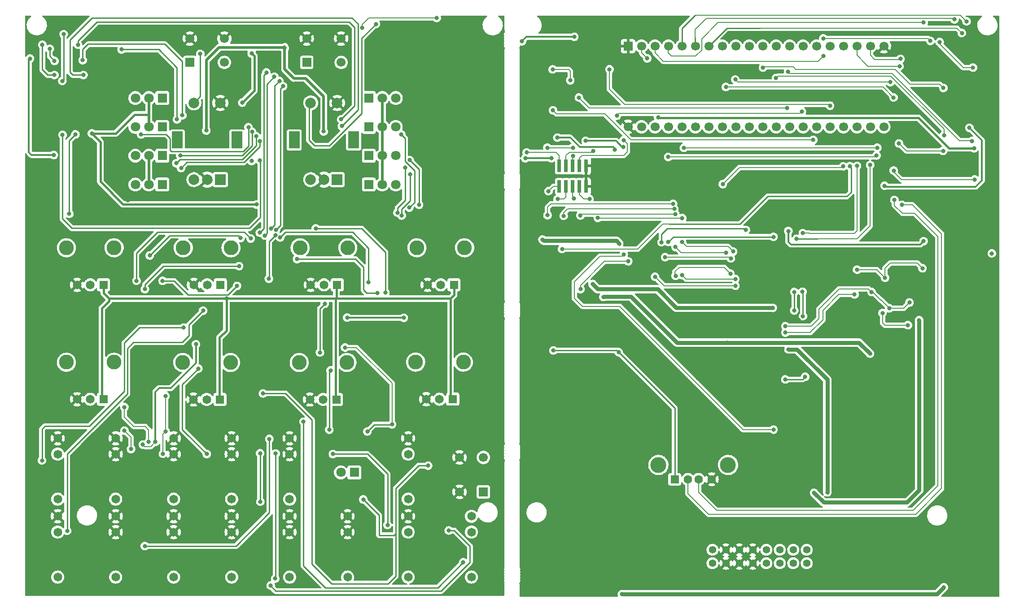
<source format=gbr>
%TF.GenerationSoftware,KiCad,Pcbnew,(6.0.10)*%
%TF.CreationDate,2023-02-08T13:20:32+00:00*%
%TF.ProjectId,fjol-daisy,666a6f6c-2d64-4616-9973-792e6b696361,rev?*%
%TF.SameCoordinates,Original*%
%TF.FileFunction,Copper,L2,Bot*%
%TF.FilePolarity,Positive*%
%FSLAX46Y46*%
G04 Gerber Fmt 4.6, Leading zero omitted, Abs format (unit mm)*
G04 Created by KiCad (PCBNEW (6.0.10)) date 2023-02-08 13:20:32*
%MOMM*%
%LPD*%
G01*
G04 APERTURE LIST*
%TA.AperFunction,ComponentPad*%
%ADD10C,1.650000*%
%TD*%
%TA.AperFunction,SMDPad,CuDef*%
%ADD11R,0.740000X2.400000*%
%TD*%
%TA.AperFunction,ComponentPad*%
%ADD12R,1.650000X1.650000*%
%TD*%
%TA.AperFunction,ComponentPad*%
%ADD13C,2.794000*%
%TD*%
%TA.AperFunction,ComponentPad*%
%ADD14R,1.700000X1.700000*%
%TD*%
%TA.AperFunction,ComponentPad*%
%ADD15C,1.700000*%
%TD*%
%TA.AperFunction,ComponentPad*%
%ADD16C,1.422400*%
%TD*%
%TA.AperFunction,ComponentPad*%
%ADD17R,2.000000X2.000000*%
%TD*%
%TA.AperFunction,ComponentPad*%
%ADD18C,2.000000*%
%TD*%
%TA.AperFunction,ComponentPad*%
%ADD19R,2.000000X3.200000*%
%TD*%
%TA.AperFunction,ComponentPad*%
%ADD20R,1.800000X1.800000*%
%TD*%
%TA.AperFunction,ComponentPad*%
%ADD21C,1.800000*%
%TD*%
%TA.AperFunction,ComponentPad*%
%ADD22R,1.600000X1.500000*%
%TD*%
%TA.AperFunction,ComponentPad*%
%ADD23C,1.600000*%
%TD*%
%TA.AperFunction,ComponentPad*%
%ADD24C,3.000000*%
%TD*%
%TA.AperFunction,ViaPad*%
%ADD25C,0.800000*%
%TD*%
%TA.AperFunction,Conductor*%
%ADD26C,0.250000*%
%TD*%
%TA.AperFunction,Conductor*%
%ADD27C,0.254000*%
%TD*%
%TA.AperFunction,Conductor*%
%ADD28C,0.304800*%
%TD*%
%TA.AperFunction,Conductor*%
%ADD29C,0.203200*%
%TD*%
%TA.AperFunction,Conductor*%
%ADD30C,0.406400*%
%TD*%
%TA.AperFunction,Conductor*%
%ADD31C,0.762000*%
%TD*%
%TA.AperFunction,Conductor*%
%ADD32C,0.508000*%
%TD*%
%TA.AperFunction,Conductor*%
%ADD33C,0.200000*%
%TD*%
G04 APERTURE END LIST*
D10*
%TO.P,CV-RAT1,P$1_TIP,TIP*%
%TO.N,Net-(CV-RAT1-PadP$1_TIP)*%
X141912082Y-157358929D03*
%TO.P,CV-RAT1,P$2_SWITCH,SWITCH*%
%TO.N,GND*%
X141912082Y-148858929D03*
%TO.P,CV-RAT1,P$3_SLEEVE,SLEEVE*%
X141912082Y-145858929D03*
%TD*%
%TO.P,CV-REL1,P$1_TIP,TIP*%
%TO.N,Net-(CV-REL1-PadP$1_TIP)*%
X109100602Y-157358929D03*
%TO.P,CV-REL1,P$2_SWITCH,SWITCH*%
%TO.N,GND*%
X109100602Y-148858929D03*
%TO.P,CV-REL1,P$3_SLEEVE,SLEEVE*%
X109100602Y-145858929D03*
%TD*%
%TO.P,CV-PM1,P$1_TIP,TIP*%
%TO.N,Net-(CV-PM1-PadP$1_TIP)*%
X152849242Y-157358929D03*
%TO.P,CV-PM1,P$2_SWITCH,SWITCH*%
%TO.N,GND*%
X152849242Y-148858929D03*
%TO.P,CV-PM1,P$3_SLEEVE,SLEEVE*%
X152849242Y-145858929D03*
%TD*%
%TO.P,CV-RAT2,P$1_TIP,TIP*%
%TO.N,Net-(CV-RAT2-PadP$1_TIP)*%
X120037762Y-157358929D03*
%TO.P,CV-RAT2,P$2_SWITCH,SWITCH*%
%TO.N,GND*%
X120037762Y-148858929D03*
%TO.P,CV-RAT2,P$3_SLEEVE,SLEEVE*%
X120037762Y-145858929D03*
%TD*%
%TO.P,CV-PM2,P$1_TIP,TIP*%
%TO.N,Net-(CV-PM2-PadP$1_TIP)*%
X130974922Y-157358929D03*
%TO.P,CV-PM2,P$2_SWITCH,SWITCH*%
%TO.N,GND*%
X130974922Y-148858929D03*
%TO.P,CV-PM2,P$3_SLEEVE,SLEEVE*%
X130974922Y-145858929D03*
%TD*%
%TO.P,LEFT-OUT1,P$1_TIP,TIP*%
%TO.N,Net-(LEFT-OUT1-PadP$1_TIP)*%
X98163438Y-142626929D03*
%TO.P,LEFT-OUT1,P$2_SWITCH,SWITCH*%
%TO.N,unconnected-(LEFT-OUT1-PadP$2_SWITCH)*%
X98163438Y-134126929D03*
%TO.P,LEFT-OUT1,P$3_SLEEVE,SLEEVE*%
%TO.N,GND*%
X98163438Y-131126929D03*
%TD*%
%TO.P,GATE-OUT1,P$1_TIP,TIP*%
%TO.N,Net-(GATE-OUT1-PadP$1_TIP)*%
X164286402Y-142626929D03*
%TO.P,GATE-OUT1,P$2_SWITCH,SWITCH*%
%TO.N,unconnected-(GATE-OUT1-PadP$2_SWITCH)*%
X164286402Y-134126929D03*
%TO.P,GATE-OUT1,P$3_SLEEVE,SLEEVE*%
%TO.N,GND*%
X164286402Y-131126929D03*
%TD*%
%TO.P,RIGHT-OUT1,P$1_TIP,TIP*%
%TO.N,Net-(R55-Pad1)*%
X98163438Y-157346180D03*
%TO.P,RIGHT-OUT1,P$2_SWITCH,SWITCH*%
%TO.N,unconnected-(RIGHT-OUT1-PadP$2_SWITCH)*%
X98163438Y-148846180D03*
%TO.P,RIGHT-OUT1,P$3_SLEEVE,SLEEVE*%
%TO.N,GND*%
X98163438Y-145846180D03*
%TD*%
%TO.P,CV-CTL2,P$1_TIP,TIP*%
%TO.N,Net-(CV-CTL2-PadP$1_TIP)*%
X130974922Y-142626929D03*
%TO.P,CV-CTL2,P$2_SWITCH,SWITCH*%
%TO.N,GND*%
X130974922Y-134126929D03*
%TO.P,CV-CTL2,P$3_SLEEVE,SLEEVE*%
X130974922Y-131126929D03*
%TD*%
%TO.P,cv-cutoff1,P$1_TIP,TIP*%
%TO.N,Net-(R14-Pad2)*%
X141912082Y-142626929D03*
%TO.P,cv-cutoff1,P$2_SWITCH,SWITCH*%
%TO.N,GND*%
X141912082Y-134126929D03*
%TO.P,cv-cutoff1,P$3_SLEEVE,SLEEVE*%
X141912082Y-131126929D03*
%TD*%
D11*
%TO.P,J2,1,Pin_1*%
%TO.N,voct1-I*%
X192785000Y-79650000D03*
%TO.P,J2,2,Pin_2*%
%TO.N,G1-EXP-I*%
X192785000Y-83550000D03*
%TO.P,J2,3,Pin_3*%
%TO.N,voct2-I*%
X194055000Y-79650000D03*
%TO.P,J2,4,Pin_4*%
%TO.N,G2-EXP-I*%
X194055000Y-83550000D03*
%TO.P,J2,5,Pin_5*%
%TO.N,voct3-I*%
X195325000Y-79650000D03*
%TO.P,J2,6,Pin_6*%
%TO.N,G3-EXP-I*%
X195325000Y-83550000D03*
%TO.P,J2,7,Pin_7*%
%TO.N,voct4-I*%
X196595000Y-79650000D03*
%TO.P,J2,8,Pin_8*%
%TO.N,G4-EXP-I*%
X196595000Y-83550000D03*
%TO.P,J2,9,Pin_9*%
%TO.N,GND1*%
X197865000Y-79650000D03*
%TO.P,J2,10,Pin_10*%
X197865000Y-83550000D03*
%TD*%
D12*
%TO.P,ATTACK1,1,1*%
%TO.N,-10V_F*%
X172700338Y-123732280D03*
D10*
%TO.P,ATTACK1,2,2*%
%TO.N,Net-(ATTACK1-Pad2)*%
X170200338Y-123732280D03*
%TO.P,ATTACK1,3,3*%
%TO.N,GND*%
X167700338Y-123732280D03*
D13*
%TO.P,ATTACK1,CHASSIS1*%
%TO.N,N/C*%
X174700338Y-116732280D03*
%TO.P,ATTACK1,CHASSIS2*%
X165700338Y-116732280D03*
%TD*%
D12*
%TO.P,cutoff1,1,1*%
%TO.N,-10V_F*%
X128768338Y-123795780D03*
D10*
%TO.P,cutoff1,2,2*%
%TO.N,Net-(R11-Pad2)*%
X126268338Y-123795780D03*
%TO.P,cutoff1,3,3*%
%TO.N,GND*%
X123768338Y-123795780D03*
D13*
%TO.P,cutoff1,CHASSIS1*%
%TO.N,N/C*%
X130768338Y-116795780D03*
%TO.P,cutoff1,CHASSIS2*%
X121768338Y-116795780D03*
%TD*%
D12*
%TO.P,RELEASE1,1,1*%
%TO.N,-10V_F*%
X150734338Y-123795780D03*
D10*
%TO.P,RELEASE1,2,2*%
%TO.N,Net-(R23-Pad2)*%
X148234338Y-123795780D03*
%TO.P,RELEASE1,3,3*%
%TO.N,GND*%
X145734338Y-123795780D03*
D13*
%TO.P,RELEASE1,CHASSIS1*%
%TO.N,N/C*%
X152734338Y-116795780D03*
%TO.P,RELEASE1,CHASSIS2*%
X143734338Y-116795780D03*
%TD*%
D14*
%TO.P,sw-midi1,1,A*%
%TO.N,midi_sw-F*%
X178473562Y-141246180D03*
D15*
%TO.P,sw-midi1,2,A*%
X178473562Y-134746180D03*
%TO.P,sw-midi1,3,B*%
%TO.N,GND*%
X173973562Y-141246180D03*
%TO.P,sw-midi1,4,B*%
X173973562Y-134746180D03*
%TD*%
D12*
%TO.P,CTL2,1,1*%
%TO.N,-10V_F*%
X106802338Y-123747280D03*
D10*
%TO.P,CTL2,2,2*%
%TO.N,Net-(CTL2-Pad2)*%
X104302338Y-123747280D03*
%TO.P,CTL2,3,3*%
%TO.N,GND*%
X101802338Y-123747280D03*
D13*
%TO.P,CTL2,CHASSIS1*%
%TO.N,N/C*%
X108802338Y-116747280D03*
%TO.P,CTL2,CHASSIS2*%
X99802338Y-116747280D03*
%TD*%
D10*
%TO.P,MIDI-IN1,P$1_TIP,LEFT*%
%TO.N,Net-(L8-Pad2)*%
X176223562Y-157358929D03*
%TO.P,MIDI-IN1,P$2_SWITCH,RIGHT*%
%TO.N,Net-(L9-Pad2)*%
X176223562Y-148858929D03*
%TO.P,MIDI-IN1,P$3_SLEEVE,SLEEVE*%
%TO.N,Net-(C46-Pad2)*%
X176223562Y-145858929D03*
%TD*%
%TO.P,MIDI-THRU1,P$1_TIP,LEFT*%
%TO.N,Net-(L10-Pad2)*%
X164286402Y-157358929D03*
%TO.P,MIDI-THRU1,P$2_SWITCH,RIGHT*%
%TO.N,Net-(L11-Pad2)*%
X164286402Y-148858929D03*
%TO.P,MIDI-THRU1,P$3_SLEEVE,SLEEVE*%
%TO.N,GND*%
X164286402Y-145858929D03*
%TD*%
D16*
%TO.P,J1,1,Pin_1*%
%TO.N,Net-(J1-Pad1)*%
X221698404Y-152196800D03*
%TO.P,J1,2,Pin_2*%
X221698404Y-154736800D03*
%TO.P,J1,3,Pin_3*%
%TO.N,GND1*%
X224238404Y-152196800D03*
%TO.P,J1,4,Pin_4*%
X224238404Y-154736800D03*
%TO.P,J1,5,Pin_5*%
X226778404Y-152196800D03*
%TO.P,J1,6,Pin_6*%
X226778404Y-154736800D03*
%TO.P,J1,7,Pin_7*%
X229318404Y-152196800D03*
%TO.P,J1,8,Pin_8*%
X229318404Y-154736800D03*
%TO.P,J1,9,Pin_9*%
%TO.N,Net-(J1-Pad10)*%
X231858404Y-152196800D03*
%TO.P,J1,10,Pin_10*%
X231858404Y-154736800D03*
%TO.P,J1,11,Pin_11*%
%TO.N,unconnected-(J1-Pad11)*%
X234398404Y-152196800D03*
%TO.P,J1,12,Pin_12*%
%TO.N,unconnected-(J1-Pad12)*%
X234398404Y-154736800D03*
%TO.P,J1,13,Pin_13*%
%TO.N,unconnected-(J1-Pad13)*%
X236938404Y-152196800D03*
%TO.P,J1,14,Pin_14*%
%TO.N,unconnected-(J1-Pad14)*%
X236938404Y-154736800D03*
%TO.P,J1,15,Pin_15*%
%TO.N,unconnected-(J1-Pad15)*%
X239478404Y-152196800D03*
%TO.P,J1,16,Pin_16*%
%TO.N,unconnected-(J1-Pad16)*%
X239478404Y-154736800D03*
%TD*%
D14*
%TO.P,sw-sel2,1,A*%
%TO.N,switch2_sw-F*%
X123103372Y-60096180D03*
D15*
%TO.P,sw-sel2,2,A*%
X129603372Y-60096180D03*
%TO.P,sw-sel2,3,B*%
%TO.N,GND*%
X123103372Y-55596180D03*
%TO.P,sw-sel2,4,B*%
X129603372Y-55596180D03*
%TD*%
D17*
%TO.P,SW3,A,A*%
%TO.N,Net-(C39-Pad2)*%
X150895905Y-82246180D03*
D18*
%TO.P,SW3,B,B*%
%TO.N,Net-(C43-Pad2)*%
X145895905Y-82246180D03*
%TO.P,SW3,C,C*%
%TO.N,GND*%
X148395905Y-82246180D03*
D19*
%TO.P,SW3,MP*%
%TO.N,N/C*%
X153995905Y-74746180D03*
X142795905Y-74746180D03*
D18*
%TO.P,SW3,S1,S1*%
%TO.N,switch3_sw_F*%
X145895905Y-67746180D03*
%TO.P,SW3,S2,S2*%
%TO.N,GND*%
X150895905Y-67746180D03*
%TD*%
D17*
%TO.P,SW4,A,A*%
%TO.N,Net-(C51-Pad2)*%
X128853372Y-82246180D03*
D18*
%TO.P,SW4,B,B*%
%TO.N,Net-(C52-Pad2)*%
X123853372Y-82246180D03*
%TO.P,SW4,C,C*%
%TO.N,GND*%
X126353372Y-82246180D03*
D19*
%TO.P,SW4,MP*%
%TO.N,N/C*%
X120753372Y-74746180D03*
X131953372Y-74746180D03*
D18*
%TO.P,SW4,S1,S1*%
%TO.N,switch4_sw_F*%
X123853372Y-67746180D03*
%TO.P,SW4,S2,S2*%
%TO.N,GND*%
X128853372Y-67746180D03*
%TD*%
D10*
%TO.P,CV-CTL3,P$1_TIP,TIP*%
%TO.N,Net-(CV-CTL3-PadP$1_TIP)*%
X120037762Y-142626929D03*
%TO.P,CV-CTL3,P$2_SWITCH,SWITCH*%
%TO.N,GND*%
X120037762Y-134126929D03*
%TO.P,CV-CTL3,P$3_SLEEVE,SLEEVE*%
X120037762Y-131126929D03*
%TD*%
%TO.P,CV-CTL4,P$1_TIP,TIP*%
%TO.N,Net-(CV-CTL4-PadP$1_TIP)*%
X109100602Y-142626929D03*
%TO.P,CV-CTL4,P$2_SWITCH,SWITCH*%
%TO.N,GND*%
X109100602Y-134126929D03*
%TO.P,CV-CTL4,P$3_SLEEVE,SLEEVE*%
X109100602Y-131126929D03*
%TD*%
D20*
%TO.P,D5,1,K1*%
%TO.N,Net-(D5-Pad1)*%
X156867172Y-66821180D03*
D21*
%TO.P,D5,2,A*%
%TO.N,+3.3VP_F*%
X159407172Y-66821180D03*
%TO.P,D5,3,K2*%
%TO.N,Net-(D5-Pad3)*%
X161947172Y-66821180D03*
%TD*%
D20*
%TO.P,D6,1,K1*%
%TO.N,Net-(D6-Pad1)*%
X156867172Y-72271180D03*
D21*
%TO.P,D6,2,A*%
%TO.N,+3.3VP_F*%
X159407172Y-72271180D03*
%TO.P,D6,3,K2*%
%TO.N,Net-(D6-Pad3)*%
X161947172Y-72271180D03*
%TD*%
D20*
%TO.P,D7,1,K1*%
%TO.N,Net-(D7-Pad1)*%
X156867172Y-77721180D03*
D21*
%TO.P,D7,2,A*%
%TO.N,+3.3VP_F*%
X159407172Y-77721180D03*
%TO.P,D7,3,K2*%
%TO.N,Net-(D7-Pad3)*%
X161947172Y-77721180D03*
%TD*%
D20*
%TO.P,D8,1,K1*%
%TO.N,Net-(D8-Pad1)*%
X156867172Y-83171180D03*
D21*
%TO.P,D8,2,A*%
%TO.N,+3.3VP_F*%
X159407172Y-83171180D03*
%TO.P,D8,3,K2*%
%TO.N,Net-(D8-Pad3)*%
X161947172Y-83171180D03*
%TD*%
D20*
%TO.P,D9,1,K1*%
%TO.N,Net-(D9-Pad1)*%
X117882105Y-66821180D03*
D21*
%TO.P,D9,2,A*%
%TO.N,+3.3VP_F*%
X115342105Y-66821180D03*
%TO.P,D9,3,K2*%
%TO.N,Net-(D9-Pad3)*%
X112802105Y-66821180D03*
%TD*%
D20*
%TO.P,D10,1,K1*%
%TO.N,Net-(D10-Pad1)*%
X117882105Y-72271180D03*
D21*
%TO.P,D10,2,A*%
%TO.N,+3.3VP_F*%
X115342105Y-72271180D03*
%TO.P,D10,3,K2*%
%TO.N,Net-(D10-Pad3)*%
X112802105Y-72271180D03*
%TD*%
D20*
%TO.P,D11,1,K1*%
%TO.N,Net-(D11-Pad1)*%
X117882105Y-77721180D03*
D21*
%TO.P,D11,2,A*%
%TO.N,+3.3VP_F*%
X115342105Y-77721180D03*
%TO.P,D11,3,K2*%
%TO.N,Net-(D11-Pad3)*%
X112802105Y-77721180D03*
%TD*%
D20*
%TO.P,D12,1,K1*%
%TO.N,Net-(D12-Pad1)*%
X117882105Y-83171180D03*
D21*
%TO.P,D12,2,A*%
%TO.N,+3.3VP_F*%
X115342105Y-83171180D03*
%TO.P,D12,3,K2*%
%TO.N,Net-(D12-Pad3)*%
X112802105Y-83171180D03*
%TD*%
D14*
%TO.P,sw-sel1,1,A*%
%TO.N,switch1_sw-F*%
X145145905Y-60096180D03*
D15*
%TO.P,sw-sel1,2,A*%
X151645905Y-60096180D03*
%TO.P,sw-sel1,3,B*%
%TO.N,GND*%
X145145905Y-55596180D03*
%TO.P,sw-sel1,4,B*%
X151645905Y-55596180D03*
%TD*%
D12*
%TO.P,PM2,1,1*%
%TO.N,-10V_F*%
X128853373Y-102133480D03*
D10*
%TO.P,PM2,2,2*%
%TO.N,Net-(PM2-Pad2)*%
X126353373Y-102133480D03*
%TO.P,PM2,3,3*%
%TO.N,GND*%
X123853373Y-102133480D03*
D13*
%TO.P,PM2,CHASSIS1*%
%TO.N,N/C*%
X130853373Y-95133480D03*
%TO.P,PM2,CHASSIS2*%
X121853373Y-95133480D03*
%TD*%
D12*
%TO.P,RATIO1,1,1*%
%TO.N,-10V_F*%
X150895905Y-102133480D03*
D10*
%TO.P,RATIO1,2,2*%
%TO.N,Net-(R28-Pad2)*%
X148395905Y-102133480D03*
%TO.P,RATIO1,3,3*%
%TO.N,GND*%
X145895905Y-102133480D03*
D13*
%TO.P,RATIO1,CHASSIS1*%
%TO.N,N/C*%
X152895905Y-95133480D03*
%TO.P,RATIO1,CHASSIS2*%
X143895905Y-95133480D03*
%TD*%
D12*
%TO.P,RATIO2,1,1*%
%TO.N,-10V_F*%
X106810838Y-102133480D03*
D10*
%TO.P,RATIO2,2,2*%
%TO.N,Net-(R17-Pad2)*%
X104310838Y-102133480D03*
%TO.P,RATIO2,3,3*%
%TO.N,GND*%
X101810838Y-102133480D03*
D13*
%TO.P,RATIO2,CHASSIS1*%
%TO.N,N/C*%
X108810838Y-95133480D03*
%TO.P,RATIO2,CHASSIS2*%
X99810838Y-95133480D03*
%TD*%
D12*
%TO.P,PM1,1,1*%
%TO.N,-10V_F*%
X172938438Y-102133480D03*
D10*
%TO.P,PM1,2,2*%
%TO.N,Net-(PM1-Pad2)*%
X170438438Y-102133480D03*
%TO.P,PM1,3,3*%
%TO.N,GND*%
X167938438Y-102133480D03*
D13*
%TO.P,PM1,CHASSIS1*%
%TO.N,N/C*%
X174938438Y-95133480D03*
%TO.P,PM1,CHASSIS2*%
X165938438Y-95133480D03*
%TD*%
D14*
%TO.P,A1,1,USB_HS_ID*%
%TO.N,GND1*%
X205775000Y-57022500D03*
D15*
%TO.P,A1,2,SDMMC1_D3*%
%TO.N,midi_sw*%
X208315000Y-57022500D03*
%TO.P,A1,3,SDMMC1_D2*%
%TO.N,ctl1_enc_A*%
X210855000Y-57022500D03*
%TO.P,A1,4,SDMMC1_D1*%
%TO.N,ctl1_enc_B*%
X213395000Y-57022500D03*
%TO.P,A1,5,SDMMC1_D0*%
%TO.N,ctl2_enc_B*%
X215935000Y-57022500D03*
%TO.P,A1,6,SDMMC1_CMD*%
%TO.N,ctl2_enc_A*%
X218475000Y-57022500D03*
%TO.P,A1,7,SDMMC1_CK*%
%TO.N,switch4_sw*%
X221015000Y-57022500D03*
%TO.P,A1,8,SPI1_NSS*%
%TO.N,switch1_sw*%
X223555000Y-57022500D03*
%TO.P,A1,9,SPI1_SCK*%
%TO.N,switch2_sw*%
X226095000Y-57022500D03*
%TO.P,A1,10,SPI1_MISO*%
%TO.N,GATE*%
X228635000Y-57022500D03*
%TO.P,A1,11,SPI1_MOSI*%
%TO.N,switch3_sw*%
X231175000Y-57022500D03*
%TO.P,A1,12,I2C1_SCL*%
%TO.N,SCL*%
X233715000Y-57022500D03*
%TO.P,A1,13,I2C1_SDA*%
%TO.N,SDA*%
X236255000Y-57022500D03*
%TO.P,A1,14,USART1_TX*%
%TO.N,unconnected-(A1-Pad14)*%
X238795000Y-57022500D03*
%TO.P,A1,15,USART1_RX*%
%TO.N,MIDI-RX*%
X241335000Y-57022500D03*
%TO.P,A1,16,AUDIO_IN_L*%
%TO.N,unconnected-(A1-Pad16)*%
X243875000Y-57022500D03*
%TO.P,A1,17,AUDIO_IN_R*%
%TO.N,unconnected-(A1-Pad17)*%
X246415000Y-57022500D03*
%TO.P,A1,18,AUDIO_OUT_L*%
%TO.N,dac_left*%
X248955000Y-57022500D03*
%TO.P,A1,19,AUDIO_OUT_R*%
%TO.N,dac_right*%
X251495000Y-57022500D03*
%TO.P,A1,20,AGND*%
%TO.N,GND1*%
X254035000Y-57022500D03*
%TO.P,A1,21,3V3_A*%
%TO.N,unconnected-(A1-Pad21)*%
X254035000Y-72262500D03*
%TO.P,A1,22,ADC_INP10*%
%TO.N,CONTROL1_CV*%
X251495000Y-72262500D03*
%TO.P,A1,23,ADC_INP15*%
%TO.N,CONTROL2_CV*%
X248955000Y-72262500D03*
%TO.P,A1,24,ADC_INP5*%
%TO.N,controls*%
X246415000Y-72262500D03*
%TO.P,A1,25,ADC_INP7*%
%TO.N,voct4*%
X243875000Y-72262500D03*
%TO.P,A1,26,ADC_INP3*%
%TO.N,voct3*%
X241335000Y-72262500D03*
%TO.P,A1,27,ADC_INP11*%
%TO.N,voct2*%
X238795000Y-72262500D03*
%TO.P,A1,28,ADC1_INP4*%
%TO.N,voct1*%
X236255000Y-72262500D03*
%TO.P,A1,29,DAC1_OUT2*%
%TO.N,C*%
X233715000Y-72262500D03*
%TO.P,A1,30,DAC1_OUT1*%
%TO.N,B*%
X231175000Y-72262500D03*
%TO.P,A1,31,SAI2_MCLK_B*%
%TO.N,A*%
X228635000Y-72262500D03*
%TO.P,A1,32,SAI2_SD_B*%
%TO.N,G4-EXP*%
X226095000Y-72262500D03*
%TO.P,A1,33,SAI2_SD_A*%
%TO.N,G3-EXP*%
X223555000Y-72262500D03*
%TO.P,A1,34,SAI2_FS_B*%
%TO.N,G2-EXP*%
X221015000Y-72262500D03*
%TO.P,A1,35,SAI2_SCK_B*%
%TO.N,G1-EXP*%
X218475000Y-72262500D03*
%TO.P,A1,36,USB_HS_D_-*%
%TO.N,D-*%
X215935000Y-72262500D03*
%TO.P,A1,37,USB_HS_D_+*%
%TO.N,D+*%
X213395000Y-72262500D03*
%TO.P,A1,38,3V3_D*%
%TO.N,+3.3V*%
X210855000Y-72262500D03*
%TO.P,A1,39,VIN*%
%TO.N,+5V*%
X208315000Y-72262500D03*
%TO.P,A1,40,GND*%
%TO.N,GND1*%
X205775000Y-72262500D03*
%TD*%
D22*
%TO.P,X1,1,1*%
%TO.N,+5V*%
X214570000Y-138880000D03*
D23*
%TO.P,X1,2,2*%
%TO.N,D-*%
X217070000Y-138880000D03*
%TO.P,X1,3,3*%
%TO.N,D+*%
X219070000Y-138880000D03*
%TO.P,X1,4,4*%
%TO.N,GND1*%
X221570000Y-138880000D03*
D24*
%TO.P,X1,5*%
%TO.N,N/C*%
X211500000Y-136170000D03*
X224640000Y-136170000D03*
%TD*%
D20*
%TO.P,D4,1,K*%
%TO.N,Net-(D4-Pad1)*%
X154124242Y-137575000D03*
D21*
%TO.P,D4,2,A*%
%TO.N,euro-5V_f*%
X151584242Y-137575000D03*
%TD*%
D25*
%TO.N,switch3_sw_F*%
X158191200Y-52832000D03*
%TO.N,switch4_sw_F*%
X125069600Y-58470800D03*
%TO.N,*%
X274421600Y-96189800D03*
%TO.N,ATTACK*%
X225075000Y-100000000D03*
X214750000Y-100425000D03*
%TO.N,RATIO1*%
X212100000Y-94075000D03*
X228000000Y-91750000D03*
%TO.N,RATIO2*%
X215975000Y-94025000D03*
X225600000Y-95825000D03*
%TO.N,+3.3V*%
X271075000Y-76325000D03*
X211437500Y-70487500D03*
X205800000Y-97675000D03*
X196799200Y-102946200D03*
%TO.N,LEFT-OUT*%
X235458000Y-109931200D03*
X251725000Y-103475000D03*
X258875000Y-105450000D03*
X255050000Y-106550000D03*
%TO.N,RIGHT-OUT*%
X261325000Y-99000000D03*
X235458000Y-111150400D03*
X254254000Y-100787200D03*
X248513600Y-103936800D03*
X248970800Y-99263200D03*
%TO.N,+12V*%
X236025000Y-91950000D03*
X261525000Y-93875000D03*
X240875000Y-141425000D03*
X260705600Y-108813600D03*
X243370100Y-141338300D03*
X236045900Y-114329100D03*
%TO.N,GND*%
X140730000Y-54550000D03*
X107416600Y-81813400D03*
X142870000Y-58980000D03*
X142525000Y-88475000D03*
X111429800Y-79019400D03*
X138310000Y-59260000D03*
X111430000Y-86130000D03*
X141375000Y-85950000D03*
X137051438Y-128901180D03*
X142850000Y-60930000D03*
X142790000Y-55660000D03*
X107975400Y-68935600D03*
X120050000Y-109275000D03*
X113988438Y-126796180D03*
X140226438Y-131441180D03*
X115438438Y-126796180D03*
X108940600Y-80086200D03*
%TO.N,CONTROL2_CV_F*%
X110738438Y-125221180D03*
X115334438Y-131822180D03*
%TO.N,-10V_F*%
X129988438Y-104721180D03*
%TO.N,+3.3VA*%
X224485200Y-113030000D03*
X201117200Y-104419400D03*
X197775000Y-74900000D03*
X204875000Y-76050000D03*
X251409200Y-115112800D03*
%TO.N,+5V*%
X204000000Y-114850000D03*
X191681100Y-114515900D03*
X189636400Y-93563600D03*
X204622400Y-160578800D03*
X265362500Y-159287500D03*
X204100000Y-94325000D03*
%TO.N,Net-(C42-Pad2)*%
X148538438Y-105696180D03*
X147638438Y-114896180D03*
%TO.N,MIDI-RX*%
X247625000Y-79700000D03*
X193325000Y-95350000D03*
%TO.N,LEFT-OUT-F*%
X95188438Y-135296180D03*
X121938438Y-110196180D03*
%TO.N,RIGHT-OUT-F*%
X125588438Y-106996180D03*
X99938438Y-148596180D03*
%TO.N,MIDI-IN-L-F*%
X138338438Y-158946180D03*
X136388438Y-143096180D03*
X171938438Y-148546180D03*
X136338438Y-133946180D03*
%TO.N,MIDI-IN-R-F*%
X144538438Y-127996180D03*
X174688438Y-154546180D03*
%TO.N,+3.3V_F*%
X92933209Y-59354409D03*
X97427438Y-77593180D03*
X134765438Y-78736180D03*
X134765438Y-58416180D03*
X132987438Y-67687180D03*
%TO.N,+3.3V_F1*%
X155593438Y-53590180D03*
X148354438Y-73148180D03*
X140988438Y-57400180D03*
X169690438Y-51685180D03*
X126184938Y-72949680D03*
%TO.N,dac_left*%
X257000000Y-60800000D03*
%TO.N,dac_right*%
X257175000Y-59425000D03*
%TO.N,GATE-F*%
X155810000Y-142680000D03*
X168038438Y-136296180D03*
X136888438Y-122646180D03*
%TO.N,-10V*%
X185750000Y-56100000D03*
X203250000Y-76575000D03*
X233075000Y-106475000D03*
X186375000Y-78200000D03*
X191300000Y-78200000D03*
X192425000Y-74300000D03*
X195625000Y-55250000D03*
X199075000Y-101975000D03*
%TO.N,RATIO1_F*%
X140113438Y-93171180D03*
X156809638Y-101642380D03*
%TO.N,RATIO2_F*%
X134563438Y-93371180D03*
X113028572Y-101356046D03*
%TO.N,RELEASE_F*%
X143313438Y-97271180D03*
X158438438Y-103646180D03*
%TO.N,ATTACK_F*%
X146838438Y-91471180D03*
X159988438Y-103596180D03*
%TO.N,PM1_F*%
X137988438Y-100971180D03*
X139242800Y-92710000D03*
%TO.N,PM2_F*%
X117960106Y-101374512D03*
X131988438Y-102321180D03*
%TO.N,+3.3VA_F*%
X114213438Y-132321180D03*
X163463438Y-108346180D03*
X124238438Y-113346180D03*
X152763438Y-108321180D03*
X116588438Y-131821180D03*
%TO.N,RELEASE*%
X225175000Y-97125000D03*
X212775000Y-96900000D03*
%TO.N,PM1*%
X210875000Y-100600000D03*
X226025000Y-102300000D03*
%TO.N,PM2*%
X215975000Y-100300000D03*
X226025000Y-101025000D03*
%TO.N,GND1*%
X258800000Y-99300000D03*
X234594400Y-88341200D03*
X261772400Y-101041200D03*
X190575000Y-65400000D03*
X230600000Y-125100000D03*
X206925000Y-79950000D03*
X211575000Y-64175000D03*
X250342400Y-105003600D03*
X237900000Y-101225000D03*
X193300000Y-121050000D03*
X255473200Y-113842800D03*
X235575000Y-99350000D03*
X208625000Y-101700000D03*
X201250000Y-65125000D03*
X188163200Y-159461200D03*
X250225000Y-74250000D03*
X259000000Y-104250000D03*
X206075000Y-67025000D03*
X249050000Y-66550000D03*
X243789200Y-102565200D03*
X252475000Y-74250000D03*
X195825000Y-57700000D03*
X260096000Y-85775800D03*
X253175000Y-102900000D03*
X204200000Y-134130000D03*
X237950000Y-108750000D03*
X187700000Y-74050000D03*
X253350000Y-89325000D03*
%TO.N,Net-(C30-Pad2)*%
X253796800Y-107442000D03*
X258575000Y-109750000D03*
%TO.N,Net-(C32-Pad2)*%
X124688438Y-117946180D03*
X126288438Y-134096180D03*
%TO.N,Net-(C38-Pad2)*%
X138088438Y-131246180D03*
X114588438Y-151496180D03*
X149388438Y-129496180D03*
X149648338Y-118286280D03*
%TO.N,euro-5V_f*%
X161238438Y-128486562D03*
X156580000Y-129840000D03*
X152375000Y-113975000D03*
%TO.N,Net-(C8-Pad2)*%
X110738438Y-129671180D03*
X112000938Y-133158680D03*
%TO.N,Net-(C9-Pad2)*%
X118513438Y-129846180D03*
X118488438Y-123121180D03*
X118013438Y-134046180D03*
%TO.N,led1_g*%
X136296400Y-92252800D03*
X137538438Y-61996180D03*
%TO.N,led1_r*%
X137261600Y-92811600D03*
X139038438Y-62796180D03*
%TO.N,led2_g*%
X138379200Y-91490800D03*
X139988438Y-63596180D03*
%TO.N,led2_r*%
X139344400Y-91694000D03*
X140688438Y-64596180D03*
%TO.N,led3_g*%
X166338438Y-86996180D03*
X164566600Y-78536800D03*
%TO.N,led3_r*%
X162977180Y-73696180D03*
X164500000Y-87525000D03*
%TO.N,led4_g*%
X163075000Y-89025000D03*
X164638438Y-81246180D03*
%TO.N,led4_r*%
X162275000Y-88475000D03*
X163688438Y-79946180D03*
%TO.N,led7_g*%
X134138438Y-72346180D03*
X113888438Y-73696180D03*
%TO.N,led7_r*%
X121288438Y-77696180D03*
X134838438Y-73196180D03*
%TO.N,led8_g*%
X135588438Y-74046180D03*
X120538438Y-79146180D03*
%TO.N,led8_r*%
X121438438Y-80046180D03*
X136288438Y-74996180D03*
%TO.N,cutoff_f*%
X132663438Y-93271180D03*
X115513438Y-96571180D03*
%TO.N,MIDI-THRU-L-F*%
X150088438Y-134096180D03*
X160388438Y-147496180D03*
%TO.N,midi_sw*%
X209375000Y-59325000D03*
X204962500Y-96387500D03*
X233222800Y-129489200D03*
%TO.N,switch1_sw*%
X224225000Y-64725000D03*
X255900000Y-80525000D03*
X271200000Y-82225000D03*
X255875000Y-66725000D03*
%TO.N,cutoff*%
X233225000Y-93050000D03*
X213375000Y-94025000D03*
%TO.N,CONTROL3_F*%
X114613438Y-102946180D03*
X132388438Y-98596180D03*
%TO.N,midi_sw-F*%
X139188438Y-157646180D03*
X139288438Y-133996180D03*
%TO.N,ctl2_enc_B_F*%
X110214420Y-57654180D03*
X120668438Y-70862180D03*
X97554438Y-59813180D03*
X96665438Y-57527180D03*
%TO.N,ctl2_enc_A_F*%
X102888438Y-59686180D03*
X121684438Y-70100180D03*
%TO.N,ctl1_enc_B_F*%
X97554438Y-62480180D03*
X95268438Y-56765180D03*
X101981000Y-56743600D03*
X151656438Y-70862180D03*
%TO.N,ctl1_enc_A_F*%
X103015438Y-62480180D03*
X151783438Y-72132180D03*
%TO.N,switch4_sw*%
X268757400Y-54533800D03*
%TO.N,switch3_sw*%
X265277600Y-64922400D03*
X231225000Y-61075000D03*
%TO.N,CONTROL2_CV*%
X248975000Y-79645000D03*
X238775000Y-108050000D03*
X235450000Y-120000000D03*
X239200000Y-119500000D03*
X238750000Y-92350000D03*
X238675000Y-103425000D03*
%TO.N,CONTROL1_CV*%
X237150000Y-103475000D03*
X251450000Y-79475000D03*
X237125000Y-106975000D03*
X237575000Y-93425000D03*
%TO.N,ctl2_enc_B*%
X269646400Y-52324000D03*
%TO.N,ctl2_enc_A*%
X267360400Y-51968400D03*
%TO.N,ctl1_enc_B*%
X264575000Y-56244200D03*
X270850000Y-61075000D03*
X261550000Y-52575000D03*
%TO.N,ctl1_enc_A*%
X242625000Y-55550000D03*
X242600000Y-58900000D03*
X262825000Y-56025000D03*
%TO.N,switch3_sw_F*%
X99034600Y-63601600D03*
X99288600Y-54762400D03*
%TO.N,CONTROL3*%
X214725000Y-94975000D03*
X224250000Y-96025000D03*
%TO.N,switch2_sw*%
X256875000Y-75400000D03*
X265200000Y-76825000D03*
X226000000Y-63325000D03*
X255275000Y-63825000D03*
%TO.N,SCL_F*%
X99078438Y-73783180D03*
X136289438Y-78609180D03*
%TO.N,SCL*%
X233680000Y-63042800D03*
X265375000Y-73875000D03*
%TO.N,SDA*%
X270650000Y-74950000D03*
X235966000Y-61849000D03*
%TO.N,voct1*%
X194875000Y-63475000D03*
X235775000Y-68725000D03*
X196500000Y-66725000D03*
X191540000Y-61415000D03*
%TO.N,+3.3VP_F*%
X135675000Y-86950000D03*
X101499218Y-73685400D03*
X100338438Y-88696180D03*
X104597200Y-73507600D03*
%TO.N,+3.3VP*%
X254175000Y-83400000D03*
X270179800Y-72466200D03*
%TO.N,voct2*%
X238575000Y-69375000D03*
X203675000Y-70150000D03*
%TO.N,voct3*%
X240725000Y-74725000D03*
X191607500Y-69142500D03*
%TO.N,voct4*%
X243875000Y-68275000D03*
X202275000Y-61400000D03*
%TO.N,controls*%
X223650000Y-83100000D03*
X246375000Y-79725000D03*
%TO.N,voct1-I*%
X186650000Y-77100000D03*
%TO.N,G1-EXP-I*%
X190775000Y-84425000D03*
%TO.N,voct2-I*%
X199225000Y-76875000D03*
%TO.N,G2-EXP-I*%
X192475000Y-85925000D03*
%TO.N,voct3-I*%
X195350000Y-76200000D03*
X195350000Y-77776200D03*
X190550000Y-76200000D03*
%TO.N,G3-EXP-I*%
X195575000Y-85800000D03*
%TO.N,voct4-I*%
X204925000Y-74800000D03*
%TO.N,G4-EXP-I*%
X198500000Y-85875000D03*
%TO.N,Net-(Q2-Pad1)*%
X190575000Y-88975000D03*
X214275000Y-86825000D03*
%TO.N,Net-(Q3-Pad1)*%
X193625000Y-89075000D03*
X214500000Y-87775000D03*
%TO.N,Net-(Q4-Pad1)*%
X196775000Y-89025000D03*
X214700000Y-88800000D03*
%TO.N,Net-(Q5-Pad1)*%
X216000000Y-89500000D03*
X200075000Y-89475000D03*
%TO.N,D-*%
X216300000Y-76225000D03*
X252800000Y-76200000D03*
X257425000Y-87000000D03*
%TO.N,D+*%
X256025000Y-86075000D03*
X213350000Y-77950000D03*
X252650000Y-77675000D03*
%TD*%
D26*
%TO.N,switch3_sw_F*%
X155524200Y-55499000D02*
X158191200Y-52832000D01*
X149377400Y-75844400D02*
X155524200Y-69697600D01*
X146583400Y-75844400D02*
X149377400Y-75844400D01*
X145895905Y-67746180D02*
X145567400Y-68074685D01*
X145567400Y-68074685D02*
X145567400Y-74828400D01*
X145567400Y-74828400D02*
X146583400Y-75844400D01*
X155524200Y-69697600D02*
X155524200Y-55499000D01*
D27*
%TO.N,switch4_sw_F*%
X125069600Y-58470800D02*
X125069600Y-66529952D01*
X125069600Y-66529952D02*
X123853372Y-67746180D01*
%TO.N,ctl2_enc_B_F*%
X117239438Y-57654180D02*
X120668438Y-61083180D01*
X120668438Y-61083180D02*
X120668438Y-70862180D01*
X110214420Y-57654180D02*
X117239438Y-57654180D01*
D28*
%TO.N,+3.3V_F*%
X93236438Y-77593180D02*
X97427438Y-77593180D01*
X92933209Y-59354409D02*
X92728438Y-59559180D01*
X92728438Y-77085180D02*
X93236438Y-77593180D01*
X92728438Y-59559180D02*
X92728438Y-77085180D01*
D27*
%TO.N,ctl1_enc_B_F*%
X154196438Y-53463180D02*
X154196438Y-68322180D01*
X105555438Y-52447180D02*
X153180438Y-52447180D01*
X153180438Y-52447180D02*
X154196438Y-53463180D01*
X154196438Y-68322180D02*
X151656438Y-70862180D01*
X101981000Y-56743600D02*
X101981000Y-56021618D01*
X101981000Y-56021618D02*
X105555438Y-52447180D01*
D29*
%TO.N,ATTACK*%
X223900000Y-98825000D02*
X216100000Y-98825000D01*
X216100000Y-98825000D02*
X215425000Y-98825000D01*
X214625000Y-100300000D02*
X214750000Y-100425000D01*
X214625000Y-99625000D02*
X214625000Y-100300000D01*
X225075000Y-100000000D02*
X223900000Y-98825000D01*
X215425000Y-98825000D02*
X214625000Y-99625000D01*
D26*
%TO.N,RATIO1*%
X212100000Y-92575000D02*
X212100000Y-94075000D01*
X227725000Y-91475000D02*
X213200000Y-91475000D01*
X228000000Y-91750000D02*
X227725000Y-91475000D01*
X213200000Y-91475000D02*
X212100000Y-92575000D01*
D29*
%TO.N,RATIO2*%
X216825000Y-94875000D02*
X215975000Y-94025000D01*
X225600000Y-95825000D02*
X224650000Y-94875000D01*
X224650000Y-94875000D02*
X216825000Y-94875000D01*
%TO.N,+3.3V*%
X196799200Y-102946200D02*
X196799200Y-102200800D01*
X196799200Y-102200800D02*
X201325000Y-97675000D01*
D30*
X211500000Y-70550000D02*
X260550000Y-70550000D01*
D29*
X201325000Y-97675000D02*
X205800000Y-97675000D01*
D30*
X266325000Y-76325000D02*
X271075000Y-76325000D01*
X260550000Y-70550000D02*
X266325000Y-76325000D01*
X211437500Y-70487500D02*
X211500000Y-70550000D01*
D29*
%TO.N,LEFT-OUT*%
X240334800Y-109931200D02*
X235458000Y-109931200D01*
X257775000Y-106550000D02*
X258875000Y-105450000D01*
X253441200Y-105003600D02*
X253381300Y-104943700D01*
X251725000Y-103475000D02*
X251912600Y-103475000D01*
X251912600Y-103475000D02*
X253381300Y-104943700D01*
X253381300Y-104943700D02*
X253443700Y-104943700D01*
X241808000Y-106680000D02*
X241808000Y-108458000D01*
X255050000Y-106550000D02*
X257775000Y-106550000D01*
X251725000Y-103475000D02*
X251120000Y-102870000D01*
X253443700Y-104943700D02*
X255050000Y-106550000D01*
X245618000Y-102870000D02*
X241808000Y-106680000D01*
X251120000Y-102870000D02*
X245618000Y-102870000D01*
X241808000Y-108458000D02*
X240334800Y-109931200D01*
%TO.N,RIGHT-OUT*%
X242519200Y-108762800D02*
X242519200Y-106934000D01*
X252730000Y-99263200D02*
X254254000Y-100787200D01*
X242519200Y-106934000D02*
X245516400Y-103936800D01*
X240131600Y-111150400D02*
X242468400Y-108813600D01*
X255250000Y-98000000D02*
X260325000Y-98000000D01*
X248970800Y-99263200D02*
X252730000Y-99263200D01*
X242468400Y-108813600D02*
X242519200Y-108762800D01*
X235458000Y-111150400D02*
X240131600Y-111150400D01*
X254254000Y-98996000D02*
X255250000Y-98000000D01*
X254254000Y-100787200D02*
X254254000Y-98996000D01*
X245516400Y-103936800D02*
X248513600Y-103936800D01*
X260325000Y-98000000D02*
X261325000Y-99000000D01*
D28*
%TO.N,+12V*%
X260900000Y-94500000D02*
X261525000Y-93875000D01*
D31*
X258380000Y-143250000D02*
X242700000Y-143250000D01*
X260705600Y-108813600D02*
X260705600Y-140924400D01*
X243370100Y-120053100D02*
X237646100Y-114329100D01*
X237646100Y-114329100D02*
X236045900Y-114329100D01*
D28*
X236525000Y-94500000D02*
X260900000Y-94500000D01*
D31*
X260705600Y-140924400D02*
X258380000Y-143250000D01*
X243370100Y-141338300D02*
X243370100Y-120053100D01*
X242700000Y-143250000D02*
X240875000Y-141425000D01*
D28*
X236025000Y-91950000D02*
X236025000Y-94000000D01*
X236025000Y-94000000D02*
X236525000Y-94500000D01*
D27*
%TO.N,GND*%
X141375000Y-87950000D02*
X141375000Y-85950000D01*
X141900000Y-88475000D02*
X141375000Y-87950000D01*
X142525000Y-88475000D02*
X141900000Y-88475000D01*
D29*
%TO.N,CONTROL2_CV_F*%
X114663438Y-128871180D02*
X112463438Y-128871180D01*
X110688438Y-125271180D02*
X110738438Y-125221180D01*
X110688438Y-127096180D02*
X110688438Y-125271180D01*
X115334438Y-129542180D02*
X114663438Y-128871180D01*
X115334438Y-131822180D02*
X115334438Y-129542180D01*
X112463438Y-128871180D02*
X110688438Y-127096180D01*
D30*
%TO.N,-10V_F*%
X150737172Y-104597446D02*
X150737172Y-102133480D01*
X150663438Y-104721180D02*
X150588438Y-104796180D01*
X172263438Y-104721180D02*
X172263438Y-123295380D01*
X107863438Y-104721180D02*
X106810838Y-103668580D01*
X106513438Y-106521180D02*
X106513438Y-123458380D01*
X129988438Y-110771180D02*
X128688438Y-112071180D01*
X172263438Y-104721180D02*
X172938438Y-104046180D01*
X129988438Y-104721180D02*
X121213438Y-104721180D01*
X106810838Y-103668580D02*
X106810838Y-102133480D01*
X107863438Y-105171180D02*
X106513438Y-106521180D01*
X129988438Y-104721180D02*
X149888438Y-104721180D01*
X149888438Y-104721180D02*
X172263438Y-104721180D01*
X128688438Y-112071180D02*
X128688438Y-123715880D01*
X150588438Y-104796180D02*
X150588438Y-123649880D01*
X172938438Y-104046180D02*
X172938438Y-102133480D01*
X121213438Y-104721180D02*
X107863438Y-104721180D01*
X107863438Y-104721180D02*
X107863438Y-105171180D01*
X150613438Y-104721180D02*
X150737172Y-104597446D01*
X172263438Y-123295380D02*
X172700338Y-123732280D01*
X128688438Y-123715880D02*
X128768338Y-123795780D01*
X106513438Y-123458380D02*
X106802338Y-123747280D01*
X150588438Y-123649880D02*
X150734338Y-123795780D01*
X129988438Y-104721180D02*
X129988438Y-110771180D01*
D28*
%TO.N,+3.3VA*%
X203500000Y-74900000D02*
X197775000Y-74900000D01*
D31*
X206343200Y-104343200D02*
X215030000Y-113030000D01*
X201193400Y-104343200D02*
X206343200Y-104343200D01*
D28*
X204650000Y-76050000D02*
X203500000Y-74900000D01*
D31*
X215030000Y-113030000D02*
X224485200Y-113030000D01*
X249326400Y-113030000D02*
X224485200Y-113030000D01*
D28*
X204875000Y-76050000D02*
X204650000Y-76050000D01*
D31*
X201117200Y-104419400D02*
X201193400Y-104343200D01*
X251409200Y-115112800D02*
X249326400Y-113030000D01*
D30*
%TO.N,+5V*%
X264261600Y-160578800D02*
X263228800Y-160578800D01*
D31*
X204622400Y-160578800D02*
X264071200Y-160578800D01*
D26*
X203665900Y-114515900D02*
X191681100Y-114515900D01*
D30*
X263228800Y-160578800D02*
X204622400Y-160578800D01*
D26*
X214570000Y-138880000D02*
X214570000Y-125420000D01*
X204000000Y-114850000D02*
X203665900Y-114515900D01*
D31*
X189872800Y-93800000D02*
X189636400Y-93563600D01*
X204100000Y-94325000D02*
X203575000Y-93800000D01*
X203575000Y-93800000D02*
X189872800Y-93800000D01*
D26*
X214570000Y-125420000D02*
X204000000Y-114850000D01*
D31*
X264071200Y-160578800D02*
X265362500Y-159287500D01*
D30*
X264071200Y-160578800D02*
X263228800Y-160578800D01*
D26*
%TO.N,Net-(C42-Pad2)*%
X147638438Y-106596180D02*
X148538438Y-105696180D01*
X147638438Y-114896180D02*
X147638438Y-106596180D01*
%TO.N,MIDI-RX*%
X247850000Y-84650000D02*
X247850000Y-79925000D01*
X247075000Y-85425000D02*
X247850000Y-84650000D01*
X232100000Y-85425000D02*
X247075000Y-85425000D01*
X226900000Y-90625000D02*
X232100000Y-85425000D01*
X247850000Y-79925000D02*
X247625000Y-79700000D01*
D29*
X193325000Y-95350000D02*
X207625000Y-95350000D01*
X207625000Y-95350000D02*
X212350000Y-90625000D01*
X212350000Y-90625000D02*
X213500000Y-90625000D01*
D26*
X213500000Y-90625000D02*
X226900000Y-90625000D01*
%TO.N,LEFT-OUT-F*%
X95188438Y-129396180D02*
X95188438Y-135296180D01*
X113638438Y-110196180D02*
X110738438Y-113096180D01*
X104088438Y-128846180D02*
X95738438Y-128846180D01*
X95738438Y-128846180D02*
X95188438Y-129396180D01*
X121938438Y-110196180D02*
X113638438Y-110196180D01*
X110738438Y-113096180D02*
X110738438Y-122196180D01*
X110738438Y-122196180D02*
X104088438Y-128846180D01*
%TO.N,RIGHT-OUT-F*%
X121688438Y-112996180D02*
X112438438Y-112996180D01*
X111288438Y-114146180D02*
X111288438Y-122746180D01*
X111288438Y-122746180D02*
X99938438Y-134096180D01*
X112438438Y-112996180D02*
X111288438Y-114146180D01*
X125588438Y-106996180D02*
X122938438Y-109646180D01*
X122938438Y-109646180D02*
X122938438Y-111746180D01*
X99938438Y-134096180D02*
X99938438Y-148596180D01*
X122938438Y-111746180D02*
X121688438Y-112996180D01*
%TO.N,MIDI-IN-L-F*%
X172988438Y-148546180D02*
X171938438Y-148546180D01*
X138338438Y-158946180D02*
X138288438Y-158996180D01*
X175938438Y-154546180D02*
X175938438Y-151496180D01*
X136338438Y-143046180D02*
X136338438Y-133946180D01*
X139288438Y-159996180D02*
X170488438Y-159996180D01*
X138288438Y-158996180D02*
X139288438Y-159996180D01*
X170488438Y-159996180D02*
X175938438Y-154546180D01*
X175938438Y-151496180D02*
X172988438Y-148546180D01*
X136388438Y-143096180D02*
X136338438Y-143046180D01*
%TO.N,MIDI-IN-R-F*%
X144538438Y-127996180D02*
X144538438Y-155196180D01*
X144538438Y-155196180D02*
X148688438Y-159346180D01*
X148688438Y-159346180D02*
X169888438Y-159346180D01*
X169888438Y-159346180D02*
X174688438Y-154546180D01*
D30*
%TO.N,+3.3V_F*%
X135273438Y-65401180D02*
X135273438Y-58924180D01*
X134765438Y-58416180D02*
X135273438Y-58924180D01*
X132987438Y-67687180D02*
X135273438Y-65401180D01*
D29*
%TO.N,+3.3V_F1*%
X155593438Y-53590180D02*
X155593438Y-52955180D01*
X155593438Y-52955180D02*
X156863438Y-51685180D01*
D32*
X142698258Y-63088258D02*
X144952458Y-63088258D01*
X148354438Y-66490238D02*
X148354438Y-73148180D01*
X126184938Y-59675062D02*
X126184938Y-72949680D01*
X140988438Y-57400180D02*
X140988438Y-61378438D01*
X128620000Y-57240000D02*
X126184938Y-59675062D01*
X144952458Y-63088258D02*
X148354438Y-66490238D01*
X140988438Y-61378438D02*
X142698258Y-63088258D01*
X140988438Y-57400180D02*
X140988438Y-57078438D01*
X140988438Y-57078438D02*
X140826876Y-57240000D01*
D29*
X156863438Y-51685180D02*
X169690438Y-51685180D01*
D32*
X140826876Y-57240000D02*
X128620000Y-57240000D01*
D29*
%TO.N,dac_left*%
X250575000Y-60375000D02*
X251000000Y-60800000D01*
X248955000Y-57022500D02*
X248955000Y-58755000D01*
X248955000Y-58755000D02*
X250575000Y-60375000D01*
X251000000Y-60800000D02*
X257000000Y-60800000D01*
%TO.N,dac_right*%
X251495000Y-57022500D02*
X251495000Y-58720000D01*
X251495000Y-58720000D02*
X252300000Y-59525000D01*
X252300000Y-59525000D02*
X257075000Y-59525000D01*
X257075000Y-59525000D02*
X257175000Y-59425000D01*
D26*
%TO.N,GATE-F*%
X160488438Y-158596180D02*
X161938438Y-157146180D01*
X141138438Y-122646180D02*
X146138438Y-127646180D01*
X161938438Y-140596180D02*
X166238438Y-136296180D01*
X161938438Y-157146180D02*
X161938438Y-149118438D01*
X149838438Y-158596180D02*
X160488438Y-158596180D01*
X155810000Y-142680000D02*
X158790000Y-145660000D01*
X158790000Y-145660000D02*
X158790000Y-149440000D01*
X146138438Y-154896180D02*
X149838438Y-158596180D01*
X161616876Y-149440000D02*
X161938438Y-149118438D01*
X146138438Y-127646180D02*
X146138438Y-154896180D01*
X166238438Y-136296180D02*
X168038438Y-136296180D01*
X161938438Y-149118438D02*
X161938438Y-140596180D01*
X136888438Y-122646180D02*
X141138438Y-122646180D01*
X158790000Y-149440000D02*
X161616876Y-149440000D01*
D28*
%TO.N,-10V*%
X186600000Y-55250000D02*
X185750000Y-56100000D01*
D31*
X200050000Y-102950000D02*
X199075000Y-101975000D01*
D28*
X203250000Y-76300000D02*
X203250000Y-76575000D01*
X192425000Y-74300000D02*
X194850000Y-74300000D01*
X194850000Y-74300000D02*
X196650000Y-76100000D01*
X203050000Y-76100000D02*
X203250000Y-76300000D01*
X186375000Y-78200000D02*
X191300000Y-78200000D01*
X196650000Y-76100000D02*
X203050000Y-76100000D01*
D31*
X233075000Y-106475000D02*
X214900000Y-106475000D01*
X214900000Y-106475000D02*
X211375000Y-102950000D01*
D28*
X195625000Y-55250000D02*
X186600000Y-55250000D01*
D31*
X211375000Y-102950000D02*
X200050000Y-102950000D01*
D26*
%TO.N,RATIO1_F*%
X141088438Y-92196180D02*
X140113438Y-93171180D01*
X153813438Y-92196180D02*
X141088438Y-92196180D01*
X156809638Y-101642380D02*
X156809638Y-95192380D01*
X156809638Y-95192380D02*
X153813438Y-92196180D01*
%TO.N,RATIO2_F*%
X117013438Y-92146180D02*
X133338438Y-92146180D01*
X113028572Y-96131046D02*
X117013438Y-92146180D01*
X133338438Y-92146180D02*
X134563438Y-93371180D01*
X113028572Y-101356046D02*
X113028572Y-96131046D01*
%TO.N,RELEASE_F*%
X154363438Y-97271180D02*
X143313438Y-97271180D01*
X155838438Y-103046180D02*
X155838438Y-98746180D01*
X155838438Y-98746180D02*
X154363438Y-97271180D01*
X158438438Y-103646180D02*
X156438438Y-103646180D01*
X156438438Y-103646180D02*
X155838438Y-103046180D01*
%TO.N,ATTACK_F*%
X155513438Y-91471180D02*
X146838438Y-91471180D01*
X159988438Y-103596180D02*
X159988438Y-95946180D01*
X159988438Y-95946180D02*
X155513438Y-91471180D01*
%TO.N,PM1_F*%
X139242800Y-92710000D02*
X138038438Y-93914362D01*
X138038438Y-93914362D02*
X138038438Y-100921180D01*
X138038438Y-100921180D02*
X137988438Y-100971180D01*
%TO.N,PM2_F*%
X130313438Y-103996180D02*
X131988438Y-102321180D01*
X117960106Y-101374512D02*
X120116770Y-101374512D01*
X120116770Y-101374512D02*
X122738438Y-103996180D01*
X122738438Y-103996180D02*
X130313438Y-103996180D01*
D28*
%TO.N,+3.3VA_F*%
X124238438Y-116896180D02*
X119488438Y-121646180D01*
X163463438Y-108346180D02*
X152788438Y-108346180D01*
D29*
X115738438Y-132671180D02*
X116588438Y-131821180D01*
D28*
X117288438Y-121646180D02*
X116588438Y-122346180D01*
D29*
X114563438Y-132671180D02*
X115738438Y-132671180D01*
D28*
X119488438Y-121646180D02*
X117288438Y-121646180D01*
X124238438Y-113346180D02*
X124238438Y-116896180D01*
X116588438Y-122346180D02*
X116588438Y-131821180D01*
D29*
X114213438Y-132321180D02*
X114563438Y-132671180D01*
D28*
X152788438Y-108346180D02*
X152763438Y-108321180D01*
D29*
%TO.N,RELEASE*%
X224950000Y-96900000D02*
X212775000Y-96900000D01*
X225175000Y-97125000D02*
X224950000Y-96900000D01*
%TO.N,PM1*%
X226025000Y-102300000D02*
X212575000Y-102300000D01*
X212575000Y-102300000D02*
X210875000Y-100600000D01*
%TO.N,PM2*%
X216700000Y-101025000D02*
X215975000Y-100300000D01*
X226025000Y-101025000D02*
X216700000Y-101025000D01*
D30*
%TO.N,GND1*%
X206550000Y-66550000D02*
X249050000Y-66550000D01*
X206075000Y-67025000D02*
X206550000Y-66550000D01*
D29*
%TO.N,Net-(C30-Pad2)*%
X253796800Y-109321800D02*
X253796800Y-107442000D01*
X254225000Y-109750000D02*
X253796800Y-109321800D01*
X258575000Y-109750000D02*
X254225000Y-109750000D01*
D26*
%TO.N,Net-(C32-Pad2)*%
X122338438Y-130146180D02*
X121688438Y-129496180D01*
X121688438Y-120946180D02*
X124688438Y-117946180D01*
X126288438Y-134096180D02*
X122338438Y-130146180D01*
X121688438Y-129496180D02*
X121688438Y-120946180D01*
%TO.N,Net-(C38-Pad2)*%
X138088438Y-145196180D02*
X131788438Y-151496180D01*
X138088438Y-131246180D02*
X138088438Y-145196180D01*
X149438438Y-118496180D02*
X149648338Y-118286280D01*
X149438438Y-129446180D02*
X149438438Y-118496180D01*
X149388438Y-129496180D02*
X149438438Y-129446180D01*
X131788438Y-151496180D02*
X114588438Y-151496180D01*
D29*
%TO.N,euro-5V_f*%
X154525000Y-113975000D02*
X152375000Y-113975000D01*
X161238438Y-128486562D02*
X161238438Y-120688438D01*
D26*
X156580000Y-129840000D02*
X157896000Y-128524000D01*
X161201000Y-128524000D02*
X161238438Y-128486562D01*
D29*
X161238438Y-120688438D02*
X154525000Y-113975000D01*
D26*
X157896000Y-128524000D02*
X161201000Y-128524000D01*
D29*
%TO.N,Net-(C8-Pad2)*%
X110738438Y-129671180D02*
X112000938Y-130933680D01*
X112000938Y-130933680D02*
X112000938Y-133158680D01*
%TO.N,Net-(C9-Pad2)*%
X118013438Y-130346180D02*
X118513438Y-129846180D01*
X118013438Y-134046180D02*
X118013438Y-130346180D01*
X118488438Y-129821180D02*
X118513438Y-129846180D01*
X118488438Y-123121180D02*
X118488438Y-129821180D01*
D26*
%TO.N,led1_g*%
X136296400Y-92252800D02*
X137038438Y-91510762D01*
X137038438Y-91510762D02*
X137038438Y-62496180D01*
X137038438Y-62496180D02*
X137538438Y-61996180D01*
%TO.N,led1_r*%
X137635638Y-92437562D02*
X137635638Y-64198980D01*
X137635638Y-64198980D02*
X139038438Y-62796180D01*
X137261600Y-92811600D02*
X137635638Y-92437562D01*
%TO.N,led2_g*%
X139088438Y-90781562D02*
X139088438Y-64496180D01*
X139088438Y-64496180D02*
X139988438Y-63596180D01*
X138379200Y-91490800D02*
X139088438Y-90781562D01*
%TO.N,led2_r*%
X140188438Y-90849962D02*
X140188438Y-65096180D01*
X139344400Y-91694000D02*
X140188438Y-90849962D01*
X140188438Y-65096180D02*
X140688438Y-64596180D01*
%TO.N,led3_g*%
X164566600Y-78536800D02*
X166338438Y-80308638D01*
X166338438Y-80308638D02*
X166338438Y-86996180D01*
%TO.N,led3_r*%
X165488438Y-80525438D02*
X165488438Y-86536562D01*
X162977180Y-73696180D02*
X163703000Y-74422000D01*
X163703000Y-74422000D02*
X163703000Y-78740000D01*
X165488438Y-86536562D02*
X164500000Y-87525000D01*
X163703000Y-78740000D02*
X165488438Y-80525438D01*
%TO.N,led4_g*%
X163075000Y-89025000D02*
X163075000Y-87800000D01*
X163075000Y-87800000D02*
X164638438Y-86236562D01*
X164638438Y-86236562D02*
X164638438Y-81246180D01*
%TO.N,led4_r*%
X163688438Y-86142482D02*
X163688438Y-79946180D01*
X162275000Y-87555920D02*
X163688438Y-86142482D01*
X162275000Y-88475000D02*
X162275000Y-87555920D01*
%TO.N,led7_g*%
X119388438Y-76696180D02*
X119488438Y-76796180D01*
X117838438Y-73696180D02*
X118638438Y-73696180D01*
X134138438Y-75896180D02*
X134138438Y-72346180D01*
X119588438Y-76896180D02*
X133138438Y-76896180D01*
X119388438Y-74446180D02*
X119388438Y-76696180D01*
X118638438Y-73696180D02*
X119388438Y-74446180D01*
X133988438Y-76046180D02*
X134138438Y-75896180D01*
X113888438Y-73696180D02*
X117838438Y-73696180D01*
X133138438Y-76896180D02*
X133988438Y-76046180D01*
X119488438Y-76796180D02*
X119588438Y-76896180D01*
%TO.N,led7_r*%
X121288438Y-77696180D02*
X132988438Y-77696180D01*
X134838438Y-75846180D02*
X134838438Y-73196180D01*
X132988438Y-77696180D02*
X134838438Y-75846180D01*
%TO.N,led8_g*%
X132952438Y-78482180D02*
X135588438Y-75846180D01*
X135588438Y-75846180D02*
X135588438Y-74046180D01*
X120538438Y-79146180D02*
X121202438Y-78482180D01*
X121202438Y-78482180D02*
X132952438Y-78482180D01*
%TO.N,led8_r*%
X122494438Y-78990180D02*
X133294438Y-78990180D01*
X121438438Y-80046180D02*
X122494438Y-78990180D01*
X136288438Y-75996180D02*
X136288438Y-74996180D01*
X133294438Y-78990180D02*
X136288438Y-75996180D01*
%TO.N,cutoff_f*%
X119238438Y-92846180D02*
X115513438Y-96571180D01*
X132238438Y-92846180D02*
X119238438Y-92846180D01*
X132663438Y-93271180D02*
X132238438Y-92846180D01*
%TO.N,MIDI-THRU-L-F*%
X160388438Y-137888438D02*
X160388438Y-147496180D01*
X150088438Y-134096180D02*
X156596180Y-134096180D01*
X156596180Y-134096180D02*
X160388438Y-137888438D01*
D29*
%TO.N,midi_sw*%
X208315000Y-58265000D02*
X208315000Y-57022500D01*
X195625000Y-104628400D02*
X195605400Y-104648000D01*
X195625000Y-101575000D02*
X195625000Y-104628400D01*
X200500000Y-96700000D02*
X204650000Y-96700000D01*
X195625000Y-101575000D02*
X200500000Y-96700000D01*
X204650000Y-96700000D02*
X204962500Y-96387500D01*
X227489200Y-129489200D02*
X233222800Y-129489200D01*
X195605400Y-104648000D02*
X197129400Y-106172000D01*
X209375000Y-59325000D02*
X208315000Y-58265000D01*
X204172000Y-106172000D02*
X227489200Y-129489200D01*
X197129400Y-106172000D02*
X204172000Y-106172000D01*
%TO.N,switch1_sw*%
X255900000Y-80775000D02*
X257400000Y-82275000D01*
X224225000Y-64725000D02*
X253875000Y-64725000D01*
X271200000Y-82225000D02*
X271129000Y-82296000D01*
X257400000Y-82275000D02*
X271150000Y-82275000D01*
X255900000Y-80525000D02*
X255900000Y-80775000D01*
X253875000Y-64725000D02*
X255875000Y-66725000D01*
X271150000Y-82275000D02*
X271200000Y-82225000D01*
D26*
%TO.N,cutoff*%
X214350000Y-93050000D02*
X213375000Y-94025000D01*
X233225000Y-93050000D02*
X214350000Y-93050000D01*
%TO.N,CONTROL3_F*%
X114613438Y-102046180D02*
X118063438Y-98596180D01*
X118063438Y-98596180D02*
X132388438Y-98596180D01*
X114613438Y-102946180D02*
X114613438Y-102046180D01*
%TO.N,midi_sw-F*%
X139288438Y-157546180D02*
X139288438Y-133996180D01*
X139188438Y-157646180D02*
X139288438Y-157546180D01*
D27*
%TO.N,ctl2_enc_B_F*%
X96665438Y-58924180D02*
X97554438Y-59813180D01*
X96665438Y-57527180D02*
X96665438Y-58924180D01*
%TO.N,ctl2_enc_A_F*%
X121684438Y-70100180D02*
X121684438Y-59940180D01*
X118382438Y-56638180D02*
X103904438Y-56638180D01*
X103904438Y-56638180D02*
X102888438Y-57654180D01*
X102888438Y-57654180D02*
X102888438Y-59686180D01*
X121684438Y-59940180D02*
X118382438Y-56638180D01*
%TO.N,ctl1_enc_B_F*%
X96284438Y-62480180D02*
X95268438Y-61464180D01*
X97554438Y-62480180D02*
X96284438Y-62480180D01*
X95268438Y-61464180D02*
X95268438Y-56765180D01*
%TO.N,ctl1_enc_A_F*%
X153053438Y-70862180D02*
X154831438Y-69084180D01*
X100983438Y-62480180D02*
X103015438Y-62480180D01*
X154831438Y-52828180D02*
X153688438Y-51685180D01*
X100475438Y-61972180D02*
X100983438Y-62480180D01*
X153688438Y-51685180D02*
X104666438Y-51685180D01*
X151783438Y-72132180D02*
X153053438Y-70862180D01*
X100475438Y-55876180D02*
X100475438Y-61972180D01*
X104666438Y-51685180D02*
X100475438Y-55876180D01*
X154831438Y-69084180D02*
X154831438Y-52828180D01*
D26*
%TO.N,switch4_sw*%
X224443500Y-53594000D02*
X221015000Y-57022500D01*
X230719000Y-53594000D02*
X224443500Y-53594000D01*
D29*
X267817600Y-53594000D02*
X230719000Y-53594000D01*
X268757400Y-54533800D02*
X267817600Y-53594000D01*
%TO.N,switch3_sw*%
X264566400Y-64211200D02*
X265277600Y-64922400D01*
X237450000Y-61400000D02*
X237425000Y-61425000D01*
X258961200Y-64211200D02*
X256150000Y-61400000D01*
X264566400Y-64211200D02*
X258961200Y-64211200D01*
X236925000Y-60925000D02*
X231375000Y-60925000D01*
X237425000Y-61425000D02*
X236925000Y-60925000D01*
X256150000Y-61400000D02*
X237450000Y-61400000D01*
X231375000Y-60925000D02*
X231225000Y-61075000D01*
%TO.N,CONTROL2_CV*%
X248975000Y-79645000D02*
X248975000Y-91875000D01*
D26*
X238700000Y-120000000D02*
X239200000Y-119500000D01*
X238675000Y-103425000D02*
X238775000Y-103525000D01*
D29*
X248975000Y-91875000D02*
X248450000Y-92400000D01*
X239975000Y-92375000D02*
X239950000Y-92350000D01*
X241250000Y-92375000D02*
X239975000Y-92375000D01*
X241275000Y-92400000D02*
X241250000Y-92375000D01*
D26*
X235450000Y-120000000D02*
X238700000Y-120000000D01*
D29*
X248450000Y-92400000D02*
X241275000Y-92400000D01*
X239950000Y-92350000D02*
X238750000Y-92350000D01*
D26*
X238775000Y-103525000D02*
X238775000Y-108050000D01*
D29*
%TO.N,CONTROL1_CV*%
X251450000Y-79475000D02*
X251450000Y-90975000D01*
D26*
X237150000Y-106950000D02*
X237125000Y-106975000D01*
X237150000Y-103475000D02*
X237150000Y-106950000D01*
X241550000Y-93450000D02*
X237600000Y-93450000D01*
D29*
X248975000Y-93450000D02*
X241550000Y-93450000D01*
X251450000Y-90975000D02*
X248975000Y-93450000D01*
D26*
X237600000Y-93450000D02*
X237575000Y-93425000D01*
D29*
%TO.N,ctl2_enc_B*%
X269646400Y-52324000D02*
X268478000Y-51155600D01*
D26*
X215935000Y-53676200D02*
X218455600Y-51155600D01*
D29*
X268478000Y-51155600D02*
X218455600Y-51155600D01*
D26*
X215935000Y-57022500D02*
X215935000Y-53676200D01*
D29*
%TO.N,ctl2_enc_A*%
X220548200Y-51739800D02*
X267131800Y-51739800D01*
X218425000Y-55450000D02*
X218425000Y-53863000D01*
D26*
X218425000Y-56972500D02*
X218475000Y-57022500D01*
D29*
X218425000Y-53863000D02*
X220548200Y-51739800D01*
D26*
X218425000Y-55450000D02*
X218425000Y-56972500D01*
D29*
X267131800Y-51739800D02*
X267360400Y-51968400D01*
%TO.N,ctl1_enc_B*%
X222725000Y-52575000D02*
X219650000Y-55650000D01*
X264575000Y-56600000D02*
X269050000Y-61075000D01*
X261550000Y-52575000D02*
X222725000Y-52575000D01*
X213900000Y-58900000D02*
X213325000Y-58325000D01*
X219650000Y-57750000D02*
X218500000Y-58900000D01*
X213325000Y-57092500D02*
X213395000Y-57022500D01*
X213325000Y-58325000D02*
X213325000Y-57092500D01*
X269050000Y-61075000D02*
X270850000Y-61075000D01*
X218500000Y-58900000D02*
X213900000Y-58900000D01*
X219650000Y-55650000D02*
X219650000Y-57750000D01*
X264575000Y-56244200D02*
X264575000Y-56600000D01*
%TO.N,ctl1_enc_A*%
X242625000Y-55550000D02*
X262350000Y-55550000D01*
X262350000Y-55550000D02*
X262825000Y-56025000D01*
X210855000Y-57022500D02*
X210855000Y-58305000D01*
X212425000Y-59875000D02*
X241625000Y-59875000D01*
X241625000Y-59875000D02*
X242600000Y-58900000D01*
X210855000Y-58305000D02*
X212425000Y-59875000D01*
D26*
%TO.N,switch3_sw_F*%
X99288600Y-63347600D02*
X99034600Y-63601600D01*
X99288600Y-54762400D02*
X99288600Y-63347600D01*
D29*
%TO.N,CONTROL3*%
X224250000Y-96025000D02*
X215775000Y-96025000D01*
X215775000Y-96025000D02*
X214725000Y-94975000D01*
%TO.N,switch2_sw*%
X258300000Y-76825000D02*
X256875000Y-75400000D01*
X255275000Y-63825000D02*
X226500000Y-63825000D01*
X265200000Y-76825000D02*
X258300000Y-76825000D01*
X226500000Y-63825000D02*
X226000000Y-63325000D01*
D27*
%TO.N,SCL_F*%
X99078438Y-89658180D02*
X99078438Y-73783180D01*
X100856438Y-91436180D02*
X99078438Y-89658180D01*
X136400000Y-78719742D02*
X136400000Y-89400000D01*
X136289438Y-78609180D02*
X136400000Y-78719742D01*
X134363820Y-91436180D02*
X100856438Y-91436180D01*
X136400000Y-89400000D02*
X134363820Y-91436180D01*
D29*
%TO.N,SCL*%
X233680000Y-63042800D02*
X234047800Y-62675000D01*
X255325000Y-62675000D02*
X265375000Y-72725000D01*
X265375000Y-72725000D02*
X265375000Y-73875000D01*
X234047800Y-62675000D02*
X255325000Y-62675000D01*
%TO.N,SDA*%
X255575000Y-62175000D02*
X268250000Y-74850000D01*
X270550000Y-74850000D02*
X270650000Y-74950000D01*
X268250000Y-74850000D02*
X270550000Y-74850000D01*
X236292000Y-62175000D02*
X255575000Y-62175000D01*
X235966000Y-61849000D02*
X236292000Y-62175000D01*
%TO.N,voct1*%
X194515000Y-61415000D02*
X191540000Y-61415000D01*
X194875000Y-63475000D02*
X194875000Y-61775000D01*
X235750000Y-68700000D02*
X212975000Y-68700000D01*
X198475000Y-68700000D02*
X196500000Y-66725000D01*
X194875000Y-61775000D02*
X194515000Y-61415000D01*
X235775000Y-68725000D02*
X235750000Y-68700000D01*
X212975000Y-68700000D02*
X198475000Y-68700000D01*
D32*
%TO.N,+3.3VP_F*%
X159407172Y-72271180D02*
X159407172Y-70717172D01*
D30*
X135610600Y-86885600D02*
X135675000Y-86950000D01*
D32*
X115342105Y-72271180D02*
X115342105Y-69942105D01*
D30*
X106197400Y-75107800D02*
X106197400Y-82622400D01*
D32*
X159407172Y-77721180D02*
X159407172Y-72271180D01*
X115342105Y-83171180D02*
X115342105Y-77721180D01*
D26*
X101499218Y-73685400D02*
X100338438Y-74846180D01*
D30*
X104597200Y-73507600D02*
X109093000Y-73507600D01*
X109093000Y-73507600D02*
X112658495Y-69942105D01*
D32*
X159407172Y-83171180D02*
X159407172Y-77721180D01*
D30*
X106197400Y-82622400D02*
X110460600Y-86885600D01*
X112658495Y-69942105D02*
X115342105Y-69942105D01*
D32*
X159407172Y-70717172D02*
X159407172Y-66821180D01*
D30*
X110460600Y-86885600D02*
X135610600Y-86885600D01*
X104597200Y-73507600D02*
X106197400Y-75107800D01*
D26*
X100338438Y-74846180D02*
X100338438Y-88696180D01*
D32*
X115342105Y-69942105D02*
X115342105Y-66821180D01*
D28*
%TO.N,+3.3VP*%
X270179800Y-72466200D02*
X272525000Y-74811400D01*
X271375000Y-83575000D02*
X254350000Y-83575000D01*
X272525000Y-82425000D02*
X271375000Y-83575000D01*
X272525000Y-74811400D02*
X272525000Y-82425000D01*
X254350000Y-83575000D02*
X254175000Y-83400000D01*
D29*
%TO.N,voct2*%
X204050000Y-69725000D02*
X238225000Y-69725000D01*
X203675000Y-70150000D02*
X203675000Y-70100000D01*
X203675000Y-70100000D02*
X204050000Y-69725000D01*
X238225000Y-69725000D02*
X238575000Y-69375000D01*
%TO.N,voct3*%
X240725000Y-74725000D02*
X206325000Y-74725000D01*
X206325000Y-74725000D02*
X201425000Y-69825000D01*
X201425000Y-69825000D02*
X192290000Y-69825000D01*
X192290000Y-69825000D02*
X191607500Y-69142500D01*
%TO.N,voct4*%
X205100000Y-68000000D02*
X238550000Y-68000000D01*
X205025000Y-67925000D02*
X205100000Y-68000000D01*
X202275000Y-65175000D02*
X205025000Y-67925000D01*
X202275000Y-61400000D02*
X202275000Y-65175000D01*
X243600000Y-68000000D02*
X243875000Y-68275000D01*
X238550000Y-68000000D02*
X243600000Y-68000000D01*
%TO.N,controls*%
X246175000Y-79925000D02*
X246375000Y-79725000D01*
X223650000Y-83100000D02*
X226825000Y-79925000D01*
X226825000Y-79925000D02*
X233100000Y-79925000D01*
X233100000Y-79925000D02*
X246175000Y-79925000D01*
%TO.N,voct1-I*%
X186650000Y-77100000D02*
X192200000Y-77100000D01*
X192200000Y-77100000D02*
X192785000Y-77685000D01*
X192785000Y-77685000D02*
X192785000Y-79650000D01*
%TO.N,G1-EXP-I*%
X191650000Y-83550000D02*
X190775000Y-84425000D01*
X192785000Y-83550000D02*
X191650000Y-83550000D01*
%TO.N,voct2-I*%
X194675000Y-77050000D02*
X199050000Y-77050000D01*
X194055000Y-77670000D02*
X194675000Y-77050000D01*
X194055000Y-79650000D02*
X194055000Y-77670000D01*
X199050000Y-77050000D02*
X199225000Y-76875000D01*
%TO.N,G2-EXP-I*%
X194055000Y-83550000D02*
X194055000Y-85545000D01*
X194055000Y-85545000D02*
X193675000Y-85925000D01*
X193675000Y-85925000D02*
X192475000Y-85925000D01*
%TO.N,voct3-I*%
X195350000Y-77776200D02*
X195325000Y-77801200D01*
X195350000Y-76200000D02*
X190550000Y-76200000D01*
X195325000Y-77801200D02*
X195325000Y-79650000D01*
%TO.N,G3-EXP-I*%
X195325000Y-83550000D02*
X195325000Y-85550000D01*
X195325000Y-85550000D02*
X195575000Y-85800000D01*
%TO.N,voct4-I*%
X204925000Y-77675000D02*
X197125000Y-77675000D01*
X204925000Y-74800000D02*
X205625000Y-75500000D01*
X196595000Y-78205000D02*
X196595000Y-79650000D01*
X205625000Y-75500000D02*
X205625000Y-76975000D01*
X205625000Y-76975000D02*
X204925000Y-77675000D01*
X197125000Y-77675000D02*
X196595000Y-78205000D01*
%TO.N,G4-EXP-I*%
X196595000Y-83550000D02*
X196595000Y-85070000D01*
X197450000Y-85925000D02*
X198450000Y-85925000D01*
X198450000Y-85925000D02*
X198500000Y-85875000D01*
X196595000Y-85070000D02*
X197450000Y-85925000D01*
%TO.N,Net-(Q2-Pad1)*%
X191225000Y-86825000D02*
X190600000Y-87450000D01*
X190575000Y-87475000D02*
X190575000Y-88975000D01*
X214275000Y-86825000D02*
X191225000Y-86825000D01*
X190600000Y-87450000D02*
X190575000Y-87475000D01*
%TO.N,Net-(Q3-Pad1)*%
X194400000Y-87775000D02*
X193625000Y-88550000D01*
X193625000Y-88550000D02*
X193625000Y-89075000D01*
X214500000Y-87775000D02*
X194400000Y-87775000D01*
%TO.N,Net-(Q4-Pad1)*%
X214700000Y-88800000D02*
X197000000Y-88800000D01*
X197000000Y-88800000D02*
X196775000Y-89025000D01*
%TO.N,Net-(Q5-Pad1)*%
X200100000Y-89500000D02*
X200075000Y-89475000D01*
X216000000Y-89500000D02*
X200100000Y-89500000D01*
D33*
%TO.N,D-*%
X264940000Y-140610000D02*
X260080000Y-145470000D01*
X216325000Y-76200000D02*
X216300000Y-76225000D01*
X257425000Y-87000000D02*
X259425000Y-87000000D01*
X220960000Y-145470000D02*
X217070000Y-141580000D01*
X217070000Y-141580000D02*
X217070000Y-138880000D01*
X264940000Y-92515000D02*
X264940000Y-140610000D01*
X260080000Y-145470000D02*
X220960000Y-145470000D01*
X259425000Y-87000000D02*
X264940000Y-92515000D01*
X252800000Y-76200000D02*
X216325000Y-76200000D01*
%TO.N,D+*%
X252650000Y-77675000D02*
X252375000Y-77950000D01*
X256025000Y-86075000D02*
X256050000Y-86050000D01*
X256050000Y-86050000D02*
X256050000Y-87130000D01*
X264250000Y-93020000D02*
X264250000Y-140040000D01*
X257500000Y-88580000D02*
X259810000Y-88580000D01*
X252375000Y-77950000D02*
X213350000Y-77950000D01*
X219060000Y-138890000D02*
X219070000Y-138880000D01*
X259810000Y-88580000D02*
X264250000Y-93020000D01*
X219060000Y-141360000D02*
X219060000Y-138890000D01*
X222450000Y-144750000D02*
X219060000Y-141360000D01*
X256050000Y-87130000D02*
X257500000Y-88580000D01*
X259540000Y-144750000D02*
X222450000Y-144750000D01*
X264250000Y-140040000D02*
X259540000Y-144750000D01*
%TD*%
%TA.AperFunction,Conductor*%
%TO.N,GND1*%
G36*
X272530925Y-51265851D02*
G01*
X272577418Y-51319507D01*
X272587522Y-51389781D01*
X272558028Y-51454361D01*
X272536062Y-51474364D01*
X272377667Y-51587555D01*
X272182271Y-51773954D01*
X272179515Y-51777450D01*
X272179514Y-51777451D01*
X272143929Y-51822590D01*
X272015087Y-51986025D01*
X271983656Y-52040138D01*
X271881687Y-52215690D01*
X271881684Y-52215696D01*
X271879453Y-52219537D01*
X271877783Y-52223660D01*
X271779747Y-52465698D01*
X271779744Y-52465706D01*
X271778074Y-52469830D01*
X271712973Y-52731911D01*
X271685448Y-53000550D01*
X271685623Y-53005002D01*
X271686683Y-53031986D01*
X271694073Y-53220061D01*
X271696050Y-53270387D01*
X271744567Y-53536038D01*
X271830030Y-53792203D01*
X271832022Y-53796190D01*
X271832023Y-53796192D01*
X271946066Y-54024428D01*
X271950734Y-54033771D01*
X272104272Y-54255921D01*
X272107288Y-54259183D01*
X272107293Y-54259190D01*
X272284553Y-54450948D01*
X272287579Y-54454221D01*
X272365685Y-54517809D01*
X272493536Y-54621897D01*
X272493541Y-54621900D01*
X272496998Y-54624715D01*
X272626408Y-54702626D01*
X272716617Y-54756936D01*
X272728350Y-54764000D01*
X272805722Y-54796763D01*
X272972917Y-54867562D01*
X272972922Y-54867564D01*
X272977020Y-54869299D01*
X272981317Y-54870438D01*
X272981322Y-54870440D01*
X273067032Y-54893165D01*
X273238046Y-54938508D01*
X273506219Y-54970249D01*
X273776190Y-54963886D01*
X273780584Y-54963155D01*
X273780591Y-54963154D01*
X274038168Y-54920282D01*
X274038172Y-54920281D01*
X274042570Y-54919549D01*
X274236791Y-54858125D01*
X274295800Y-54839463D01*
X274295802Y-54839462D01*
X274300046Y-54838120D01*
X274304057Y-54836194D01*
X274304062Y-54836192D01*
X274539461Y-54723155D01*
X274539462Y-54723154D01*
X274543480Y-54721225D01*
X274729423Y-54596981D01*
X274764306Y-54573673D01*
X274764309Y-54573670D01*
X274768014Y-54571195D01*
X274771331Y-54568224D01*
X274771335Y-54568221D01*
X274965851Y-54393998D01*
X274965852Y-54393997D01*
X274969169Y-54391026D01*
X275142931Y-54184311D01*
X275147513Y-54176965D01*
X275283480Y-53958949D01*
X275285834Y-53955175D01*
X275288693Y-53948710D01*
X275378481Y-53745610D01*
X275395025Y-53708189D01*
X275396903Y-53701532D01*
X275427953Y-53591434D01*
X275468326Y-53448283D01*
X275491580Y-53275156D01*
X275503848Y-53183822D01*
X275503848Y-53183817D01*
X275504275Y-53180641D01*
X275505703Y-53135190D01*
X275507946Y-53063822D01*
X275507946Y-53063817D01*
X275508047Y-53060600D01*
X275507211Y-53048785D01*
X275489290Y-52795678D01*
X275488975Y-52791229D01*
X275432138Y-52527233D01*
X275429089Y-52518966D01*
X275340211Y-52278056D01*
X275338670Y-52273879D01*
X275265056Y-52137447D01*
X275212551Y-52040138D01*
X275212551Y-52040137D01*
X275210438Y-52036222D01*
X275089594Y-51872612D01*
X275052647Y-51822590D01*
X275052645Y-51822587D01*
X275049998Y-51819004D01*
X274860553Y-51626559D01*
X274818119Y-51594174D01*
X274658047Y-51472012D01*
X274616030Y-51414784D01*
X274611622Y-51343924D01*
X274646224Y-51281931D01*
X274708849Y-51248485D01*
X274734489Y-51245849D01*
X275710538Y-51245849D01*
X275778659Y-51265851D01*
X275825152Y-51319507D01*
X275836538Y-51371849D01*
X275836538Y-160973849D01*
X275816536Y-161041970D01*
X275762880Y-161088463D01*
X275710538Y-161099849D01*
X264968600Y-161099849D01*
X264900479Y-161079847D01*
X264853986Y-161026191D01*
X264843882Y-160955917D01*
X264873376Y-160891337D01*
X264879505Y-160884754D01*
X265784236Y-159980023D01*
X265808813Y-159960889D01*
X265837379Y-159943860D01*
X265853438Y-159934287D01*
X265858532Y-159929436D01*
X265858536Y-159929433D01*
X265950554Y-159841805D01*
X265984533Y-159809447D01*
X266084711Y-159658666D01*
X266148995Y-159489438D01*
X266174189Y-159310173D01*
X266174506Y-159287500D01*
X266154327Y-159107601D01*
X266152010Y-159100947D01*
X266097112Y-158943302D01*
X266097110Y-158943299D01*
X266094793Y-158936644D01*
X265998864Y-158783124D01*
X265905781Y-158689389D01*
X265876269Y-158659670D01*
X265876265Y-158659667D01*
X265871306Y-158654673D01*
X265864282Y-158650215D01*
X265812651Y-158617450D01*
X265718460Y-158557674D01*
X265636744Y-158528576D01*
X265554556Y-158499310D01*
X265554554Y-158499309D01*
X265547922Y-158496948D01*
X265540936Y-158496115D01*
X265540932Y-158496114D01*
X265397655Y-158479030D01*
X265368169Y-158475514D01*
X265361166Y-158476250D01*
X265361165Y-158476250D01*
X265314810Y-158481122D01*
X265188134Y-158494436D01*
X265181466Y-158496706D01*
X265023432Y-158550505D01*
X265023429Y-158550506D01*
X265016765Y-158552775D01*
X264862579Y-158647631D01*
X264857548Y-158652558D01*
X264857545Y-158652560D01*
X264850285Y-158659670D01*
X264733240Y-158774288D01*
X264723696Y-158789098D01*
X264689395Y-158842323D01*
X264672578Y-158863163D01*
X263781746Y-159753995D01*
X263719434Y-159788021D01*
X263692651Y-159790900D01*
X204830270Y-159790900D01*
X204808050Y-159788329D01*
X204807822Y-159788248D01*
X204628069Y-159766814D01*
X204621066Y-159767550D01*
X204621065Y-159767550D01*
X204574710Y-159772422D01*
X204448034Y-159785736D01*
X204441366Y-159788006D01*
X204283332Y-159841805D01*
X204283329Y-159841806D01*
X204276665Y-159844075D01*
X204122479Y-159938931D01*
X204117448Y-159943858D01*
X204117445Y-159943860D01*
X204100056Y-159960889D01*
X203993140Y-160065588D01*
X203895077Y-160217754D01*
X203833162Y-160387863D01*
X203810473Y-160567463D01*
X203828138Y-160747626D01*
X203885279Y-160919398D01*
X203887089Y-160922387D01*
X203897300Y-160991224D01*
X203868096Y-161055936D01*
X203808541Y-161094586D01*
X203772504Y-161099849D01*
X185463338Y-161099849D01*
X185395217Y-161079847D01*
X185348724Y-161026191D01*
X185337338Y-160973849D01*
X185337338Y-158960149D01*
X185338504Y-158943050D01*
X185340974Y-158925014D01*
X185342320Y-158915191D01*
X185340564Y-158905431D01*
X185340530Y-158903797D01*
X185340035Y-158900236D01*
X185335438Y-158853638D01*
X185319698Y-158694115D01*
X185268673Y-158496877D01*
X185270976Y-158425919D01*
X185290695Y-158388617D01*
X185363783Y-158293368D01*
X185363784Y-158293366D01*
X185368811Y-158286815D01*
X185429812Y-158139546D01*
X185450618Y-157981506D01*
X185447047Y-157954381D01*
X185430890Y-157831652D01*
X185430889Y-157831650D01*
X185429812Y-157823466D01*
X185399267Y-157749724D01*
X185391678Y-157679135D01*
X185399267Y-157653287D01*
X185426653Y-157587172D01*
X185429812Y-157579546D01*
X185433138Y-157554286D01*
X185449540Y-157429694D01*
X185450618Y-157421506D01*
X185429812Y-157263466D01*
X185407551Y-157209722D01*
X185399962Y-157139135D01*
X185407549Y-157113294D01*
X185429812Y-157059546D01*
X185450618Y-156901506D01*
X185429812Y-156743466D01*
X185407551Y-156689722D01*
X185399962Y-156619135D01*
X185407549Y-156593294D01*
X185429812Y-156539546D01*
X185450618Y-156381506D01*
X185429812Y-156223466D01*
X185426652Y-156215838D01*
X185426651Y-156215833D01*
X185406928Y-156168217D01*
X185399339Y-156097627D01*
X185406928Y-156071783D01*
X185426651Y-156024167D01*
X185426652Y-156024162D01*
X185429812Y-156016534D01*
X185450618Y-155858494D01*
X185429812Y-155700454D01*
X185368811Y-155553185D01*
X185300074Y-155463605D01*
X185274473Y-155397386D01*
X185278961Y-155352018D01*
X185295965Y-155293000D01*
X185314164Y-155229835D01*
X185341063Y-155004858D01*
X185342109Y-154999570D01*
X185340934Y-154989726D01*
X185340934Y-154989720D01*
X185338232Y-154967089D01*
X185337343Y-154952133D01*
X185337368Y-154791860D01*
X185337381Y-154707406D01*
X220575899Y-154707406D01*
X220589339Y-154912459D01*
X220639921Y-155111628D01*
X220725953Y-155298245D01*
X220844552Y-155466059D01*
X220991746Y-155609449D01*
X220996542Y-155612654D01*
X220996545Y-155612656D01*
X221074927Y-155665029D01*
X221162607Y-155723615D01*
X221167910Y-155725893D01*
X221167913Y-155725895D01*
X221273171Y-155771117D01*
X221351412Y-155804732D01*
X221551837Y-155850084D01*
X221557606Y-155850311D01*
X221557609Y-155850311D01*
X221635101Y-155853355D01*
X221757172Y-155858151D01*
X221858854Y-155843408D01*
X221954823Y-155829493D01*
X221954828Y-155829492D01*
X221960537Y-155828664D01*
X221966001Y-155826809D01*
X221966006Y-155826808D01*
X222149653Y-155764469D01*
X222149658Y-155764467D01*
X222155125Y-155762611D01*
X222161391Y-155759102D01*
X223580656Y-155759102D01*
X223589952Y-155771117D01*
X223621970Y-155793537D01*
X223631460Y-155799015D01*
X223814835Y-155884524D01*
X223825131Y-155888272D01*
X224020572Y-155940641D01*
X224031361Y-155942543D01*
X224232929Y-155960178D01*
X224243879Y-155960178D01*
X224445447Y-155942543D01*
X224456236Y-155940641D01*
X224651677Y-155888272D01*
X224661973Y-155884524D01*
X224845348Y-155799015D01*
X224854838Y-155793537D01*
X224887695Y-155770530D01*
X224896069Y-155760054D01*
X224895569Y-155759102D01*
X226120656Y-155759102D01*
X226129952Y-155771117D01*
X226161970Y-155793537D01*
X226171460Y-155799015D01*
X226354835Y-155884524D01*
X226365131Y-155888272D01*
X226560572Y-155940641D01*
X226571361Y-155942543D01*
X226772929Y-155960178D01*
X226783879Y-155960178D01*
X226985447Y-155942543D01*
X226996236Y-155940641D01*
X227191677Y-155888272D01*
X227201973Y-155884524D01*
X227385348Y-155799015D01*
X227394838Y-155793537D01*
X227427695Y-155770530D01*
X227436069Y-155760054D01*
X227435569Y-155759102D01*
X228660656Y-155759102D01*
X228669952Y-155771117D01*
X228701970Y-155793537D01*
X228711460Y-155799015D01*
X228894835Y-155884524D01*
X228905131Y-155888272D01*
X229100572Y-155940641D01*
X229111361Y-155942543D01*
X229312929Y-155960178D01*
X229323879Y-155960178D01*
X229525447Y-155942543D01*
X229536236Y-155940641D01*
X229731677Y-155888272D01*
X229741973Y-155884524D01*
X229925348Y-155799015D01*
X229934838Y-155793537D01*
X229967695Y-155770530D01*
X229976069Y-155760054D01*
X229969000Y-155746606D01*
X229331216Y-155108822D01*
X229317272Y-155101208D01*
X229315439Y-155101339D01*
X229308824Y-155105590D01*
X228667086Y-155747328D01*
X228660656Y-155759102D01*
X227435569Y-155759102D01*
X227429000Y-155746606D01*
X226791216Y-155108822D01*
X226777272Y-155101208D01*
X226775439Y-155101339D01*
X226768824Y-155105590D01*
X226127086Y-155747328D01*
X226120656Y-155759102D01*
X224895569Y-155759102D01*
X224889000Y-155746606D01*
X224251216Y-155108822D01*
X224237272Y-155101208D01*
X224235439Y-155101339D01*
X224228824Y-155105590D01*
X223587086Y-155747328D01*
X223580656Y-155759102D01*
X222161391Y-155759102D01*
X222334416Y-155662203D01*
X222492407Y-155530803D01*
X222623807Y-155372812D01*
X222706710Y-155224778D01*
X222721391Y-155198564D01*
X222721392Y-155198562D01*
X222724215Y-155193521D01*
X222726071Y-155188054D01*
X222726073Y-155188049D01*
X222788412Y-155004402D01*
X222788413Y-155004397D01*
X222790268Y-154998933D01*
X222792329Y-154984718D01*
X222821901Y-154920173D01*
X222881674Y-154881862D01*
X222952670Y-154881948D01*
X223012350Y-154920404D01*
X223038732Y-154970190D01*
X223086931Y-155150070D01*
X223090680Y-155160369D01*
X223176187Y-155343741D01*
X223181670Y-155353236D01*
X223204673Y-155386088D01*
X223215152Y-155394464D01*
X223228598Y-155387396D01*
X223866382Y-154749612D01*
X223872760Y-154737932D01*
X224602812Y-154737932D01*
X224602943Y-154739765D01*
X224607194Y-154746380D01*
X225248931Y-155388117D01*
X225260706Y-155394547D01*
X225272721Y-155385251D01*
X225295138Y-155353236D01*
X225300621Y-155343741D01*
X225386128Y-155160369D01*
X225390003Y-155149724D01*
X225432098Y-155092553D01*
X225498420Y-155067216D01*
X225567911Y-155081757D01*
X225618510Y-155131560D01*
X225626805Y-155149724D01*
X225630680Y-155160369D01*
X225716187Y-155343741D01*
X225721670Y-155353236D01*
X225744673Y-155386088D01*
X225755152Y-155394464D01*
X225768598Y-155387396D01*
X226406382Y-154749612D01*
X226412760Y-154737932D01*
X227142812Y-154737932D01*
X227142943Y-154739765D01*
X227147194Y-154746380D01*
X227788931Y-155388117D01*
X227800706Y-155394547D01*
X227812721Y-155385251D01*
X227835138Y-155353236D01*
X227840621Y-155343741D01*
X227926128Y-155160369D01*
X227930003Y-155149724D01*
X227972098Y-155092553D01*
X228038420Y-155067216D01*
X228107911Y-155081757D01*
X228158510Y-155131560D01*
X228166805Y-155149724D01*
X228170680Y-155160369D01*
X228256187Y-155343741D01*
X228261670Y-155353236D01*
X228284673Y-155386088D01*
X228295152Y-155394464D01*
X228308598Y-155387396D01*
X228946382Y-154749612D01*
X228952760Y-154737932D01*
X229682812Y-154737932D01*
X229682943Y-154739765D01*
X229687194Y-154746380D01*
X230328931Y-155388117D01*
X230340706Y-155394547D01*
X230352721Y-155385251D01*
X230375138Y-155353236D01*
X230380621Y-155343741D01*
X230466128Y-155160369D01*
X230469876Y-155150073D01*
X230519360Y-154965400D01*
X230556312Y-154904778D01*
X230620173Y-154873756D01*
X230690667Y-154882185D01*
X230745414Y-154927389D01*
X230763189Y-154966996D01*
X230799921Y-155111628D01*
X230885953Y-155298245D01*
X231004552Y-155466059D01*
X231151746Y-155609449D01*
X231156542Y-155612654D01*
X231156545Y-155612656D01*
X231234927Y-155665029D01*
X231322607Y-155723615D01*
X231327910Y-155725893D01*
X231327913Y-155725895D01*
X231433171Y-155771117D01*
X231511412Y-155804732D01*
X231711837Y-155850084D01*
X231717606Y-155850311D01*
X231717609Y-155850311D01*
X231795101Y-155853355D01*
X231917172Y-155858151D01*
X232018854Y-155843408D01*
X232114823Y-155829493D01*
X232114828Y-155829492D01*
X232120537Y-155828664D01*
X232126001Y-155826809D01*
X232126006Y-155826808D01*
X232309653Y-155764469D01*
X232309658Y-155764467D01*
X232315125Y-155762611D01*
X232494416Y-155662203D01*
X232652407Y-155530803D01*
X232783807Y-155372812D01*
X232866710Y-155224778D01*
X232881391Y-155198564D01*
X232881392Y-155198562D01*
X232884215Y-155193521D01*
X232886071Y-155188054D01*
X232886073Y-155188049D01*
X232948412Y-155004402D01*
X232948413Y-155004397D01*
X232950268Y-154998933D01*
X232952075Y-154986476D01*
X232979222Y-154799242D01*
X232979755Y-154795568D01*
X232981294Y-154736800D01*
X232978593Y-154707406D01*
X233275899Y-154707406D01*
X233289339Y-154912459D01*
X233339921Y-155111628D01*
X233425953Y-155298245D01*
X233544552Y-155466059D01*
X233691746Y-155609449D01*
X233696542Y-155612654D01*
X233696545Y-155612656D01*
X233774927Y-155665029D01*
X233862607Y-155723615D01*
X233867910Y-155725893D01*
X233867913Y-155725895D01*
X233973171Y-155771117D01*
X234051412Y-155804732D01*
X234251837Y-155850084D01*
X234257606Y-155850311D01*
X234257609Y-155850311D01*
X234335101Y-155853355D01*
X234457172Y-155858151D01*
X234558854Y-155843408D01*
X234654823Y-155829493D01*
X234654828Y-155829492D01*
X234660537Y-155828664D01*
X234666001Y-155826809D01*
X234666006Y-155826808D01*
X234849653Y-155764469D01*
X234849658Y-155764467D01*
X234855125Y-155762611D01*
X235034416Y-155662203D01*
X235192407Y-155530803D01*
X235323807Y-155372812D01*
X235406710Y-155224778D01*
X235421391Y-155198564D01*
X235421392Y-155198562D01*
X235424215Y-155193521D01*
X235426071Y-155188054D01*
X235426073Y-155188049D01*
X235488412Y-155004402D01*
X235488413Y-155004397D01*
X235490268Y-154998933D01*
X235492075Y-154986476D01*
X235519222Y-154799242D01*
X235519755Y-154795568D01*
X235521294Y-154736800D01*
X235518593Y-154707406D01*
X235815899Y-154707406D01*
X235829339Y-154912459D01*
X235879921Y-155111628D01*
X235965953Y-155298245D01*
X236084552Y-155466059D01*
X236231746Y-155609449D01*
X236236542Y-155612654D01*
X236236545Y-155612656D01*
X236314927Y-155665029D01*
X236402607Y-155723615D01*
X236407910Y-155725893D01*
X236407913Y-155725895D01*
X236513171Y-155771117D01*
X236591412Y-155804732D01*
X236791837Y-155850084D01*
X236797606Y-155850311D01*
X236797609Y-155850311D01*
X236875101Y-155853355D01*
X236997172Y-155858151D01*
X237098854Y-155843408D01*
X237194823Y-155829493D01*
X237194828Y-155829492D01*
X237200537Y-155828664D01*
X237206001Y-155826809D01*
X237206006Y-155826808D01*
X237389653Y-155764469D01*
X237389658Y-155764467D01*
X237395125Y-155762611D01*
X237574416Y-155662203D01*
X237732407Y-155530803D01*
X237863807Y-155372812D01*
X237946710Y-155224778D01*
X237961391Y-155198564D01*
X237961392Y-155198562D01*
X237964215Y-155193521D01*
X237966071Y-155188054D01*
X237966073Y-155188049D01*
X238028412Y-155004402D01*
X238028413Y-155004397D01*
X238030268Y-154998933D01*
X238032075Y-154986476D01*
X238059222Y-154799242D01*
X238059755Y-154795568D01*
X238061294Y-154736800D01*
X238058593Y-154707406D01*
X238355899Y-154707406D01*
X238369339Y-154912459D01*
X238419921Y-155111628D01*
X238505953Y-155298245D01*
X238624552Y-155466059D01*
X238771746Y-155609449D01*
X238776542Y-155612654D01*
X238776545Y-155612656D01*
X238854927Y-155665029D01*
X238942607Y-155723615D01*
X238947910Y-155725893D01*
X238947913Y-155725895D01*
X239053171Y-155771117D01*
X239131412Y-155804732D01*
X239331837Y-155850084D01*
X239337606Y-155850311D01*
X239337609Y-155850311D01*
X239415101Y-155853355D01*
X239537172Y-155858151D01*
X239638854Y-155843408D01*
X239734823Y-155829493D01*
X239734828Y-155829492D01*
X239740537Y-155828664D01*
X239746001Y-155826809D01*
X239746006Y-155826808D01*
X239929653Y-155764469D01*
X239929658Y-155764467D01*
X239935125Y-155762611D01*
X240114416Y-155662203D01*
X240272407Y-155530803D01*
X240403807Y-155372812D01*
X240486710Y-155224778D01*
X240501391Y-155198564D01*
X240501392Y-155198562D01*
X240504215Y-155193521D01*
X240506071Y-155188054D01*
X240506073Y-155188049D01*
X240568412Y-155004402D01*
X240568413Y-155004397D01*
X240570268Y-154998933D01*
X240572075Y-154986476D01*
X240599222Y-154799242D01*
X240599755Y-154795568D01*
X240601294Y-154736800D01*
X240582491Y-154532170D01*
X240575304Y-154506687D01*
X240528282Y-154339957D01*
X240528280Y-154339952D01*
X240526712Y-154334392D01*
X240435825Y-154150092D01*
X240312874Y-153985440D01*
X240161976Y-153845951D01*
X240116752Y-153817417D01*
X239993069Y-153739379D01*
X239993064Y-153739377D01*
X239988185Y-153736298D01*
X239797322Y-153660151D01*
X239595778Y-153620061D01*
X239590003Y-153619985D01*
X239589999Y-153619985D01*
X239489200Y-153618666D01*
X239390303Y-153617371D01*
X239187779Y-153652172D01*
X239182362Y-153654170D01*
X239182356Y-153654172D01*
X239051404Y-153702483D01*
X238994987Y-153723296D01*
X238976730Y-153734158D01*
X238823354Y-153825407D01*
X238823351Y-153825409D01*
X238818386Y-153828363D01*
X238663888Y-153963854D01*
X238660313Y-153968389D01*
X238660312Y-153968390D01*
X238565744Y-154088349D01*
X238536669Y-154125230D01*
X238440989Y-154307089D01*
X238380052Y-154503338D01*
X238355899Y-154707406D01*
X238058593Y-154707406D01*
X238042491Y-154532170D01*
X238035304Y-154506687D01*
X237988282Y-154339957D01*
X237988280Y-154339952D01*
X237986712Y-154334392D01*
X237895825Y-154150092D01*
X237772874Y-153985440D01*
X237621976Y-153845951D01*
X237576752Y-153817417D01*
X237453069Y-153739379D01*
X237453064Y-153739377D01*
X237448185Y-153736298D01*
X237257322Y-153660151D01*
X237055778Y-153620061D01*
X237050003Y-153619985D01*
X237049999Y-153619985D01*
X236949200Y-153618666D01*
X236850303Y-153617371D01*
X236647779Y-153652172D01*
X236642362Y-153654170D01*
X236642356Y-153654172D01*
X236511404Y-153702483D01*
X236454987Y-153723296D01*
X236436730Y-153734158D01*
X236283354Y-153825407D01*
X236283351Y-153825409D01*
X236278386Y-153828363D01*
X236123888Y-153963854D01*
X236120313Y-153968389D01*
X236120312Y-153968390D01*
X236025744Y-154088349D01*
X235996669Y-154125230D01*
X235900989Y-154307089D01*
X235840052Y-154503338D01*
X235815899Y-154707406D01*
X235518593Y-154707406D01*
X235502491Y-154532170D01*
X235495304Y-154506687D01*
X235448282Y-154339957D01*
X235448280Y-154339952D01*
X235446712Y-154334392D01*
X235355825Y-154150092D01*
X235232874Y-153985440D01*
X235081976Y-153845951D01*
X235036752Y-153817417D01*
X234913069Y-153739379D01*
X234913064Y-153739377D01*
X234908185Y-153736298D01*
X234717322Y-153660151D01*
X234515778Y-153620061D01*
X234510003Y-153619985D01*
X234509999Y-153619985D01*
X234409200Y-153618666D01*
X234310303Y-153617371D01*
X234107779Y-153652172D01*
X234102362Y-153654170D01*
X234102356Y-153654172D01*
X233971404Y-153702483D01*
X233914987Y-153723296D01*
X233896730Y-153734158D01*
X233743354Y-153825407D01*
X233743351Y-153825409D01*
X233738386Y-153828363D01*
X233583888Y-153963854D01*
X233580313Y-153968389D01*
X233580312Y-153968390D01*
X233485744Y-154088349D01*
X233456669Y-154125230D01*
X233360989Y-154307089D01*
X233300052Y-154503338D01*
X233275899Y-154707406D01*
X232978593Y-154707406D01*
X232962491Y-154532170D01*
X232955304Y-154506687D01*
X232908282Y-154339957D01*
X232908280Y-154339952D01*
X232906712Y-154334392D01*
X232815825Y-154150092D01*
X232692874Y-153985440D01*
X232541976Y-153845951D01*
X232496752Y-153817417D01*
X232373069Y-153739379D01*
X232373064Y-153739377D01*
X232368185Y-153736298D01*
X232177322Y-153660151D01*
X231975778Y-153620061D01*
X231970003Y-153619985D01*
X231969999Y-153619985D01*
X231869200Y-153618666D01*
X231770303Y-153617371D01*
X231567779Y-153652172D01*
X231562362Y-153654170D01*
X231562356Y-153654172D01*
X231431404Y-153702483D01*
X231374987Y-153723296D01*
X231356730Y-153734158D01*
X231203354Y-153825407D01*
X231203351Y-153825409D01*
X231198386Y-153828363D01*
X231043888Y-153963854D01*
X231040313Y-153968389D01*
X231040312Y-153968390D01*
X230945744Y-154088349D01*
X230916669Y-154125230D01*
X230820989Y-154307089D01*
X230760052Y-154503338D01*
X230758096Y-154502731D01*
X230728711Y-154557184D01*
X230666568Y-154591517D01*
X230595728Y-154586803D01*
X230538683Y-154544538D01*
X230517469Y-154501143D01*
X230469876Y-154323527D01*
X230466128Y-154313231D01*
X230380621Y-154129859D01*
X230375138Y-154120364D01*
X230352135Y-154087512D01*
X230341656Y-154079136D01*
X230328210Y-154086204D01*
X229690426Y-154723988D01*
X229682812Y-154737932D01*
X228952760Y-154737932D01*
X228953996Y-154735668D01*
X228953865Y-154733835D01*
X228949614Y-154727220D01*
X228307877Y-154085483D01*
X228296102Y-154079053D01*
X228284087Y-154088349D01*
X228261670Y-154120364D01*
X228256187Y-154129859D01*
X228170680Y-154313231D01*
X228166805Y-154323876D01*
X228124710Y-154381047D01*
X228058388Y-154406384D01*
X227988897Y-154391843D01*
X227938298Y-154342040D01*
X227930003Y-154323876D01*
X227926128Y-154313231D01*
X227840621Y-154129859D01*
X227835138Y-154120364D01*
X227812135Y-154087512D01*
X227801656Y-154079136D01*
X227788210Y-154086204D01*
X227150426Y-154723988D01*
X227142812Y-154737932D01*
X226412760Y-154737932D01*
X226413996Y-154735668D01*
X226413865Y-154733835D01*
X226409614Y-154727220D01*
X225767877Y-154085483D01*
X225756102Y-154079053D01*
X225744087Y-154088349D01*
X225721670Y-154120364D01*
X225716187Y-154129859D01*
X225630680Y-154313231D01*
X225626805Y-154323876D01*
X225584710Y-154381047D01*
X225518388Y-154406384D01*
X225448897Y-154391843D01*
X225398298Y-154342040D01*
X225390003Y-154323876D01*
X225386128Y-154313231D01*
X225300621Y-154129859D01*
X225295138Y-154120364D01*
X225272135Y-154087512D01*
X225261656Y-154079136D01*
X225248210Y-154086204D01*
X224610426Y-154723988D01*
X224602812Y-154737932D01*
X223872760Y-154737932D01*
X223873996Y-154735668D01*
X223873865Y-154733835D01*
X223869614Y-154727220D01*
X223227877Y-154085483D01*
X223216102Y-154079053D01*
X223204087Y-154088349D01*
X223181670Y-154120364D01*
X223176187Y-154129859D01*
X223090680Y-154313231D01*
X223086931Y-154323530D01*
X223038280Y-154505096D01*
X223001328Y-154565719D01*
X222937467Y-154596740D01*
X222866973Y-154588312D01*
X222812226Y-154543109D01*
X222795304Y-154506687D01*
X222794855Y-154505096D01*
X222746712Y-154334392D01*
X222655825Y-154150092D01*
X222532874Y-153985440D01*
X222381976Y-153845951D01*
X222336752Y-153817417D01*
X222213069Y-153739379D01*
X222213064Y-153739377D01*
X222208185Y-153736298D01*
X222017322Y-153660151D01*
X221815778Y-153620061D01*
X221810003Y-153619985D01*
X221809999Y-153619985D01*
X221709200Y-153618666D01*
X221610303Y-153617371D01*
X221407779Y-153652172D01*
X221402362Y-153654170D01*
X221402356Y-153654172D01*
X221271404Y-153702483D01*
X221214987Y-153723296D01*
X221196730Y-153734158D01*
X221043354Y-153825407D01*
X221043351Y-153825409D01*
X221038386Y-153828363D01*
X220883888Y-153963854D01*
X220880313Y-153968389D01*
X220880312Y-153968390D01*
X220785744Y-154088349D01*
X220756669Y-154125230D01*
X220660989Y-154307089D01*
X220600052Y-154503338D01*
X220575899Y-154707406D01*
X185337381Y-154707406D01*
X185337767Y-152167406D01*
X220575899Y-152167406D01*
X220589339Y-152372459D01*
X220639921Y-152571628D01*
X220725953Y-152758245D01*
X220844552Y-152926059D01*
X220991746Y-153069449D01*
X220996542Y-153072654D01*
X220996545Y-153072656D01*
X221074927Y-153125029D01*
X221162607Y-153183615D01*
X221167910Y-153185893D01*
X221167913Y-153185895D01*
X221273171Y-153231117D01*
X221351412Y-153264732D01*
X221551837Y-153310084D01*
X221557606Y-153310311D01*
X221557609Y-153310311D01*
X221635101Y-153313355D01*
X221757172Y-153318151D01*
X221858855Y-153303407D01*
X221954823Y-153289493D01*
X221954828Y-153289492D01*
X221960537Y-153288664D01*
X221966001Y-153286809D01*
X221966006Y-153286808D01*
X222149653Y-153224469D01*
X222149658Y-153224467D01*
X222155125Y-153222611D01*
X222161391Y-153219102D01*
X223580656Y-153219102D01*
X223589952Y-153231117D01*
X223621970Y-153253537D01*
X223631460Y-153259015D01*
X223814835Y-153344524D01*
X223825480Y-153348399D01*
X223882651Y-153390494D01*
X223907988Y-153456816D01*
X223893447Y-153526307D01*
X223843644Y-153576906D01*
X223825480Y-153585201D01*
X223814835Y-153589076D01*
X223631463Y-153674583D01*
X223621968Y-153680066D01*
X223589116Y-153703069D01*
X223580740Y-153713548D01*
X223587808Y-153726994D01*
X224225592Y-154364778D01*
X224239536Y-154372392D01*
X224241369Y-154372261D01*
X224247984Y-154368010D01*
X224889722Y-153726272D01*
X224896152Y-153714498D01*
X224886856Y-153702483D01*
X224854838Y-153680063D01*
X224845348Y-153674585D01*
X224661973Y-153589076D01*
X224651328Y-153585201D01*
X224594157Y-153543106D01*
X224568820Y-153476784D01*
X224583361Y-153407293D01*
X224633164Y-153356694D01*
X224651328Y-153348399D01*
X224661973Y-153344524D01*
X224845348Y-153259015D01*
X224854838Y-153253537D01*
X224887695Y-153230530D01*
X224896069Y-153220054D01*
X224895569Y-153219102D01*
X226120656Y-153219102D01*
X226129952Y-153231117D01*
X226161970Y-153253537D01*
X226171460Y-153259015D01*
X226354835Y-153344524D01*
X226365480Y-153348399D01*
X226422651Y-153390494D01*
X226447988Y-153456816D01*
X226433447Y-153526307D01*
X226383644Y-153576906D01*
X226365480Y-153585201D01*
X226354835Y-153589076D01*
X226171463Y-153674583D01*
X226161968Y-153680066D01*
X226129116Y-153703069D01*
X226120740Y-153713548D01*
X226127808Y-153726994D01*
X226765592Y-154364778D01*
X226779536Y-154372392D01*
X226781369Y-154372261D01*
X226787984Y-154368010D01*
X227429722Y-153726272D01*
X227436152Y-153714498D01*
X227426856Y-153702483D01*
X227394838Y-153680063D01*
X227385348Y-153674585D01*
X227201973Y-153589076D01*
X227191328Y-153585201D01*
X227134157Y-153543106D01*
X227108820Y-153476784D01*
X227123361Y-153407293D01*
X227173164Y-153356694D01*
X227191328Y-153348399D01*
X227201973Y-153344524D01*
X227385348Y-153259015D01*
X227394838Y-153253537D01*
X227427695Y-153230530D01*
X227436069Y-153220054D01*
X227435569Y-153219102D01*
X228660656Y-153219102D01*
X228669952Y-153231117D01*
X228701970Y-153253537D01*
X228711460Y-153259015D01*
X228894835Y-153344524D01*
X228905480Y-153348399D01*
X228962651Y-153390494D01*
X228987988Y-153456816D01*
X228973447Y-153526307D01*
X228923644Y-153576906D01*
X228905480Y-153585201D01*
X228894835Y-153589076D01*
X228711463Y-153674583D01*
X228701968Y-153680066D01*
X228669116Y-153703069D01*
X228660740Y-153713548D01*
X228667808Y-153726994D01*
X229305592Y-154364778D01*
X229319536Y-154372392D01*
X229321369Y-154372261D01*
X229327984Y-154368010D01*
X229969722Y-153726272D01*
X229976152Y-153714498D01*
X229966856Y-153702483D01*
X229934838Y-153680063D01*
X229925348Y-153674585D01*
X229741973Y-153589076D01*
X229731328Y-153585201D01*
X229674157Y-153543106D01*
X229648820Y-153476784D01*
X229663361Y-153407293D01*
X229713164Y-153356694D01*
X229731328Y-153348399D01*
X229741973Y-153344524D01*
X229925348Y-153259015D01*
X229934838Y-153253537D01*
X229967695Y-153230530D01*
X229976069Y-153220054D01*
X229969000Y-153206606D01*
X229331216Y-152568822D01*
X229317272Y-152561208D01*
X229315439Y-152561339D01*
X229308824Y-152565590D01*
X228667086Y-153207328D01*
X228660656Y-153219102D01*
X227435569Y-153219102D01*
X227429000Y-153206606D01*
X226791216Y-152568822D01*
X226777272Y-152561208D01*
X226775439Y-152561339D01*
X226768824Y-152565590D01*
X226127086Y-153207328D01*
X226120656Y-153219102D01*
X224895569Y-153219102D01*
X224889000Y-153206606D01*
X224251216Y-152568822D01*
X224237272Y-152561208D01*
X224235439Y-152561339D01*
X224228824Y-152565590D01*
X223587086Y-153207328D01*
X223580656Y-153219102D01*
X222161391Y-153219102D01*
X222334416Y-153122203D01*
X222492407Y-152990803D01*
X222623807Y-152832812D01*
X222724215Y-152653521D01*
X222726071Y-152648054D01*
X222726073Y-152648049D01*
X222788412Y-152464402D01*
X222788413Y-152464397D01*
X222790268Y-152458933D01*
X222792329Y-152444718D01*
X222821901Y-152380173D01*
X222881674Y-152341862D01*
X222952670Y-152341948D01*
X223012350Y-152380404D01*
X223038732Y-152430190D01*
X223086931Y-152610070D01*
X223090680Y-152620369D01*
X223176187Y-152803741D01*
X223181670Y-152813236D01*
X223204673Y-152846088D01*
X223215152Y-152854464D01*
X223228598Y-152847396D01*
X223866382Y-152209612D01*
X223872760Y-152197932D01*
X224602812Y-152197932D01*
X224602943Y-152199765D01*
X224607194Y-152206380D01*
X225248931Y-152848117D01*
X225260706Y-152854547D01*
X225272721Y-152845251D01*
X225295138Y-152813236D01*
X225300621Y-152803741D01*
X225386128Y-152620369D01*
X225390003Y-152609724D01*
X225432098Y-152552553D01*
X225498420Y-152527216D01*
X225567911Y-152541757D01*
X225618510Y-152591560D01*
X225626805Y-152609724D01*
X225630680Y-152620369D01*
X225716187Y-152803741D01*
X225721670Y-152813236D01*
X225744673Y-152846088D01*
X225755152Y-152854464D01*
X225768598Y-152847396D01*
X226406382Y-152209612D01*
X226412760Y-152197932D01*
X227142812Y-152197932D01*
X227142943Y-152199765D01*
X227147194Y-152206380D01*
X227788931Y-152848117D01*
X227800706Y-152854547D01*
X227812721Y-152845251D01*
X227835138Y-152813236D01*
X227840621Y-152803741D01*
X227926128Y-152620369D01*
X227930003Y-152609724D01*
X227972098Y-152552553D01*
X228038420Y-152527216D01*
X228107911Y-152541757D01*
X228158510Y-152591560D01*
X228166805Y-152609724D01*
X228170680Y-152620369D01*
X228256187Y-152803741D01*
X228261670Y-152813236D01*
X228284673Y-152846088D01*
X228295152Y-152854464D01*
X228308598Y-152847396D01*
X228946382Y-152209612D01*
X228952760Y-152197932D01*
X229682812Y-152197932D01*
X229682943Y-152199765D01*
X229687194Y-152206380D01*
X230328931Y-152848117D01*
X230340706Y-152854547D01*
X230352721Y-152845251D01*
X230375138Y-152813236D01*
X230380621Y-152803741D01*
X230466128Y-152620369D01*
X230469876Y-152610073D01*
X230519360Y-152425400D01*
X230556312Y-152364778D01*
X230620173Y-152333756D01*
X230690667Y-152342185D01*
X230745414Y-152387389D01*
X230763189Y-152426996D01*
X230799921Y-152571628D01*
X230885953Y-152758245D01*
X231004552Y-152926059D01*
X231151746Y-153069449D01*
X231156542Y-153072654D01*
X231156545Y-153072656D01*
X231234927Y-153125029D01*
X231322607Y-153183615D01*
X231327910Y-153185893D01*
X231327913Y-153185895D01*
X231433171Y-153231117D01*
X231511412Y-153264732D01*
X231711837Y-153310084D01*
X231717606Y-153310311D01*
X231717609Y-153310311D01*
X231795101Y-153313355D01*
X231917172Y-153318151D01*
X232018855Y-153303407D01*
X232114823Y-153289493D01*
X232114828Y-153289492D01*
X232120537Y-153288664D01*
X232126001Y-153286809D01*
X232126006Y-153286808D01*
X232309653Y-153224469D01*
X232309658Y-153224467D01*
X232315125Y-153222611D01*
X232494416Y-153122203D01*
X232652407Y-152990803D01*
X232783807Y-152832812D01*
X232884215Y-152653521D01*
X232886071Y-152648054D01*
X232886073Y-152648049D01*
X232948412Y-152464402D01*
X232948413Y-152464397D01*
X232950268Y-152458933D01*
X232952330Y-152444718D01*
X232979222Y-152259242D01*
X232979755Y-152255568D01*
X232981294Y-152196800D01*
X232978593Y-152167406D01*
X233275899Y-152167406D01*
X233289339Y-152372459D01*
X233339921Y-152571628D01*
X233425953Y-152758245D01*
X233544552Y-152926059D01*
X233691746Y-153069449D01*
X233696542Y-153072654D01*
X233696545Y-153072656D01*
X233774927Y-153125029D01*
X233862607Y-153183615D01*
X233867910Y-153185893D01*
X233867913Y-153185895D01*
X233973171Y-153231117D01*
X234051412Y-153264732D01*
X234251837Y-153310084D01*
X234257606Y-153310311D01*
X234257609Y-153310311D01*
X234335101Y-153313355D01*
X234457172Y-153318151D01*
X234558855Y-153303407D01*
X234654823Y-153289493D01*
X234654828Y-153289492D01*
X234660537Y-153288664D01*
X234666001Y-153286809D01*
X234666006Y-153286808D01*
X234849653Y-153224469D01*
X234849658Y-153224467D01*
X234855125Y-153222611D01*
X235034416Y-153122203D01*
X235192407Y-152990803D01*
X235323807Y-152832812D01*
X235424215Y-152653521D01*
X235426071Y-152648054D01*
X235426073Y-152648049D01*
X235488412Y-152464402D01*
X235488413Y-152464397D01*
X235490268Y-152458933D01*
X235492330Y-152444718D01*
X235519222Y-152259242D01*
X235519755Y-152255568D01*
X235521294Y-152196800D01*
X235518593Y-152167406D01*
X235815899Y-152167406D01*
X235829339Y-152372459D01*
X235879921Y-152571628D01*
X235965953Y-152758245D01*
X236084552Y-152926059D01*
X236231746Y-153069449D01*
X236236542Y-153072654D01*
X236236545Y-153072656D01*
X236314927Y-153125029D01*
X236402607Y-153183615D01*
X236407910Y-153185893D01*
X236407913Y-153185895D01*
X236513171Y-153231117D01*
X236591412Y-153264732D01*
X236791837Y-153310084D01*
X236797606Y-153310311D01*
X236797609Y-153310311D01*
X236875101Y-153313355D01*
X236997172Y-153318151D01*
X237098855Y-153303407D01*
X237194823Y-153289493D01*
X237194828Y-153289492D01*
X237200537Y-153288664D01*
X237206001Y-153286809D01*
X237206006Y-153286808D01*
X237389653Y-153224469D01*
X237389658Y-153224467D01*
X237395125Y-153222611D01*
X237574416Y-153122203D01*
X237732407Y-152990803D01*
X237863807Y-152832812D01*
X237964215Y-152653521D01*
X237966071Y-152648054D01*
X237966073Y-152648049D01*
X238028412Y-152464402D01*
X238028413Y-152464397D01*
X238030268Y-152458933D01*
X238032330Y-152444718D01*
X238059222Y-152259242D01*
X238059755Y-152255568D01*
X238061294Y-152196800D01*
X238058593Y-152167406D01*
X238355899Y-152167406D01*
X238369339Y-152372459D01*
X238419921Y-152571628D01*
X238505953Y-152758245D01*
X238624552Y-152926059D01*
X238771746Y-153069449D01*
X238776542Y-153072654D01*
X238776545Y-153072656D01*
X238854927Y-153125029D01*
X238942607Y-153183615D01*
X238947910Y-153185893D01*
X238947913Y-153185895D01*
X239053171Y-153231117D01*
X239131412Y-153264732D01*
X239331837Y-153310084D01*
X239337606Y-153310311D01*
X239337609Y-153310311D01*
X239415101Y-153313355D01*
X239537172Y-153318151D01*
X239638855Y-153303407D01*
X239734823Y-153289493D01*
X239734828Y-153289492D01*
X239740537Y-153288664D01*
X239746001Y-153286809D01*
X239746006Y-153286808D01*
X239929653Y-153224469D01*
X239929658Y-153224467D01*
X239935125Y-153222611D01*
X240114416Y-153122203D01*
X240272407Y-152990803D01*
X240403807Y-152832812D01*
X240504215Y-152653521D01*
X240506071Y-152648054D01*
X240506073Y-152648049D01*
X240568412Y-152464402D01*
X240568413Y-152464397D01*
X240570268Y-152458933D01*
X240572330Y-152444718D01*
X240599222Y-152259242D01*
X240599755Y-152255568D01*
X240601294Y-152196800D01*
X240582491Y-151992170D01*
X240575304Y-151966687D01*
X240528282Y-151799957D01*
X240528280Y-151799952D01*
X240526712Y-151794392D01*
X240435825Y-151610092D01*
X240312874Y-151445440D01*
X240161976Y-151305951D01*
X240116752Y-151277417D01*
X239993069Y-151199379D01*
X239993064Y-151199377D01*
X239988185Y-151196298D01*
X239797322Y-151120151D01*
X239595778Y-151080061D01*
X239590003Y-151079985D01*
X239589999Y-151079985D01*
X239489200Y-151078666D01*
X239390303Y-151077371D01*
X239187779Y-151112172D01*
X239182362Y-151114170D01*
X239182356Y-151114172D01*
X239051404Y-151162483D01*
X238994987Y-151183296D01*
X238976730Y-151194158D01*
X238823354Y-151285407D01*
X238823351Y-151285409D01*
X238818386Y-151288363D01*
X238663888Y-151423854D01*
X238660313Y-151428389D01*
X238660312Y-151428390D01*
X238565744Y-151548349D01*
X238536669Y-151585230D01*
X238440989Y-151767089D01*
X238380052Y-151963338D01*
X238355899Y-152167406D01*
X238058593Y-152167406D01*
X238042491Y-151992170D01*
X238035304Y-151966687D01*
X237988282Y-151799957D01*
X237988280Y-151799952D01*
X237986712Y-151794392D01*
X237895825Y-151610092D01*
X237772874Y-151445440D01*
X237621976Y-151305951D01*
X237576752Y-151277417D01*
X237453069Y-151199379D01*
X237453064Y-151199377D01*
X237448185Y-151196298D01*
X237257322Y-151120151D01*
X237055778Y-151080061D01*
X237050003Y-151079985D01*
X237049999Y-151079985D01*
X236949200Y-151078666D01*
X236850303Y-151077371D01*
X236647779Y-151112172D01*
X236642362Y-151114170D01*
X236642356Y-151114172D01*
X236511404Y-151162483D01*
X236454987Y-151183296D01*
X236436730Y-151194158D01*
X236283354Y-151285407D01*
X236283351Y-151285409D01*
X236278386Y-151288363D01*
X236123888Y-151423854D01*
X236120313Y-151428389D01*
X236120312Y-151428390D01*
X236025744Y-151548349D01*
X235996669Y-151585230D01*
X235900989Y-151767089D01*
X235840052Y-151963338D01*
X235815899Y-152167406D01*
X235518593Y-152167406D01*
X235502491Y-151992170D01*
X235495304Y-151966687D01*
X235448282Y-151799957D01*
X235448280Y-151799952D01*
X235446712Y-151794392D01*
X235355825Y-151610092D01*
X235232874Y-151445440D01*
X235081976Y-151305951D01*
X235036752Y-151277417D01*
X234913069Y-151199379D01*
X234913064Y-151199377D01*
X234908185Y-151196298D01*
X234717322Y-151120151D01*
X234515778Y-151080061D01*
X234510003Y-151079985D01*
X234509999Y-151079985D01*
X234409200Y-151078666D01*
X234310303Y-151077371D01*
X234107779Y-151112172D01*
X234102362Y-151114170D01*
X234102356Y-151114172D01*
X233971404Y-151162483D01*
X233914987Y-151183296D01*
X233896730Y-151194158D01*
X233743354Y-151285407D01*
X233743351Y-151285409D01*
X233738386Y-151288363D01*
X233583888Y-151423854D01*
X233580313Y-151428389D01*
X233580312Y-151428390D01*
X233485744Y-151548349D01*
X233456669Y-151585230D01*
X233360989Y-151767089D01*
X233300052Y-151963338D01*
X233275899Y-152167406D01*
X232978593Y-152167406D01*
X232962491Y-151992170D01*
X232955304Y-151966687D01*
X232908282Y-151799957D01*
X232908280Y-151799952D01*
X232906712Y-151794392D01*
X232815825Y-151610092D01*
X232692874Y-151445440D01*
X232541976Y-151305951D01*
X232496752Y-151277417D01*
X232373069Y-151199379D01*
X232373064Y-151199377D01*
X232368185Y-151196298D01*
X232177322Y-151120151D01*
X231975778Y-151080061D01*
X231970003Y-151079985D01*
X231969999Y-151079985D01*
X231869200Y-151078666D01*
X231770303Y-151077371D01*
X231567779Y-151112172D01*
X231562362Y-151114170D01*
X231562356Y-151114172D01*
X231431404Y-151162483D01*
X231374987Y-151183296D01*
X231356730Y-151194158D01*
X231203354Y-151285407D01*
X231203351Y-151285409D01*
X231198386Y-151288363D01*
X231043888Y-151423854D01*
X231040313Y-151428389D01*
X231040312Y-151428390D01*
X230945744Y-151548349D01*
X230916669Y-151585230D01*
X230820989Y-151767089D01*
X230760052Y-151963338D01*
X230758096Y-151962731D01*
X230728711Y-152017184D01*
X230666568Y-152051517D01*
X230595728Y-152046803D01*
X230538683Y-152004538D01*
X230517469Y-151961143D01*
X230469876Y-151783527D01*
X230466128Y-151773231D01*
X230380621Y-151589859D01*
X230375138Y-151580364D01*
X230352135Y-151547512D01*
X230341656Y-151539136D01*
X230328210Y-151546204D01*
X229690426Y-152183988D01*
X229682812Y-152197932D01*
X228952760Y-152197932D01*
X228953996Y-152195668D01*
X228953865Y-152193835D01*
X228949614Y-152187220D01*
X228307877Y-151545483D01*
X228296102Y-151539053D01*
X228284087Y-151548349D01*
X228261670Y-151580364D01*
X228256187Y-151589859D01*
X228170680Y-151773231D01*
X228166805Y-151783876D01*
X228124710Y-151841047D01*
X228058388Y-151866384D01*
X227988897Y-151851843D01*
X227938298Y-151802040D01*
X227930003Y-151783876D01*
X227926128Y-151773231D01*
X227840621Y-151589859D01*
X227835138Y-151580364D01*
X227812135Y-151547512D01*
X227801656Y-151539136D01*
X227788210Y-151546204D01*
X227150426Y-152183988D01*
X227142812Y-152197932D01*
X226412760Y-152197932D01*
X226413996Y-152195668D01*
X226413865Y-152193835D01*
X226409614Y-152187220D01*
X225767877Y-151545483D01*
X225756102Y-151539053D01*
X225744087Y-151548349D01*
X225721670Y-151580364D01*
X225716187Y-151589859D01*
X225630680Y-151773231D01*
X225626805Y-151783876D01*
X225584710Y-151841047D01*
X225518388Y-151866384D01*
X225448897Y-151851843D01*
X225398298Y-151802040D01*
X225390003Y-151783876D01*
X225386128Y-151773231D01*
X225300621Y-151589859D01*
X225295138Y-151580364D01*
X225272135Y-151547512D01*
X225261656Y-151539136D01*
X225248210Y-151546204D01*
X224610426Y-152183988D01*
X224602812Y-152197932D01*
X223872760Y-152197932D01*
X223873996Y-152195668D01*
X223873865Y-152193835D01*
X223869614Y-152187220D01*
X223227877Y-151545483D01*
X223216102Y-151539053D01*
X223204087Y-151548349D01*
X223181670Y-151580364D01*
X223176187Y-151589859D01*
X223090680Y-151773231D01*
X223086931Y-151783530D01*
X223038280Y-151965096D01*
X223001328Y-152025719D01*
X222937467Y-152056740D01*
X222866973Y-152048312D01*
X222812226Y-152003109D01*
X222795304Y-151966687D01*
X222794855Y-151965096D01*
X222746712Y-151794392D01*
X222655825Y-151610092D01*
X222532874Y-151445440D01*
X222381976Y-151305951D01*
X222336752Y-151277417D01*
X222213069Y-151199379D01*
X222213064Y-151199377D01*
X222208185Y-151196298D01*
X222151162Y-151173548D01*
X223580740Y-151173548D01*
X223587808Y-151186994D01*
X224225592Y-151824778D01*
X224239536Y-151832392D01*
X224241369Y-151832261D01*
X224247984Y-151828010D01*
X224889722Y-151186272D01*
X224896152Y-151174498D01*
X224895417Y-151173548D01*
X226120740Y-151173548D01*
X226127808Y-151186994D01*
X226765592Y-151824778D01*
X226779536Y-151832392D01*
X226781369Y-151832261D01*
X226787984Y-151828010D01*
X227429722Y-151186272D01*
X227436152Y-151174498D01*
X227435417Y-151173548D01*
X228660740Y-151173548D01*
X228667808Y-151186994D01*
X229305592Y-151824778D01*
X229319536Y-151832392D01*
X229321369Y-151832261D01*
X229327984Y-151828010D01*
X229969722Y-151186272D01*
X229976152Y-151174498D01*
X229966856Y-151162483D01*
X229934838Y-151140063D01*
X229925348Y-151134585D01*
X229741973Y-151049076D01*
X229731677Y-151045328D01*
X229536236Y-150992959D01*
X229525447Y-150991057D01*
X229323879Y-150973422D01*
X229312929Y-150973422D01*
X229111361Y-150991057D01*
X229100572Y-150992959D01*
X228905131Y-151045328D01*
X228894835Y-151049076D01*
X228711463Y-151134583D01*
X228701968Y-151140066D01*
X228669116Y-151163069D01*
X228660740Y-151173548D01*
X227435417Y-151173548D01*
X227426856Y-151162483D01*
X227394838Y-151140063D01*
X227385348Y-151134585D01*
X227201973Y-151049076D01*
X227191677Y-151045328D01*
X226996236Y-150992959D01*
X226985447Y-150991057D01*
X226783879Y-150973422D01*
X226772929Y-150973422D01*
X226571361Y-150991057D01*
X226560572Y-150992959D01*
X226365131Y-151045328D01*
X226354835Y-151049076D01*
X226171463Y-151134583D01*
X226161968Y-151140066D01*
X226129116Y-151163069D01*
X226120740Y-151173548D01*
X224895417Y-151173548D01*
X224886856Y-151162483D01*
X224854838Y-151140063D01*
X224845348Y-151134585D01*
X224661973Y-151049076D01*
X224651677Y-151045328D01*
X224456236Y-150992959D01*
X224445447Y-150991057D01*
X224243879Y-150973422D01*
X224232929Y-150973422D01*
X224031361Y-150991057D01*
X224020572Y-150992959D01*
X223825131Y-151045328D01*
X223814835Y-151049076D01*
X223631463Y-151134583D01*
X223621968Y-151140066D01*
X223589116Y-151163069D01*
X223580740Y-151173548D01*
X222151162Y-151173548D01*
X222017322Y-151120151D01*
X221815778Y-151080061D01*
X221810003Y-151079985D01*
X221809999Y-151079985D01*
X221709200Y-151078666D01*
X221610303Y-151077371D01*
X221407779Y-151112172D01*
X221402362Y-151114170D01*
X221402356Y-151114172D01*
X221271404Y-151162483D01*
X221214987Y-151183296D01*
X221196730Y-151194158D01*
X221043354Y-151285407D01*
X221043351Y-151285409D01*
X221038386Y-151288363D01*
X220883888Y-151423854D01*
X220880313Y-151428389D01*
X220880312Y-151428390D01*
X220785744Y-151548349D01*
X220756669Y-151585230D01*
X220660989Y-151767089D01*
X220600052Y-151963338D01*
X220575899Y-152167406D01*
X185337767Y-152167406D01*
X185338726Y-145854172D01*
X185338846Y-145064950D01*
X186611172Y-145064950D01*
X186612407Y-145096386D01*
X186621774Y-145334787D01*
X186670291Y-145600438D01*
X186693961Y-145671386D01*
X186749909Y-145839082D01*
X186755754Y-145856603D01*
X186757746Y-145860590D01*
X186757747Y-145860592D01*
X186873363Y-146091976D01*
X186876458Y-146098171D01*
X187029996Y-146320321D01*
X187033012Y-146323583D01*
X187033017Y-146323590D01*
X187210277Y-146515348D01*
X187213303Y-146518621D01*
X187314308Y-146600852D01*
X187419260Y-146686297D01*
X187419265Y-146686300D01*
X187422722Y-146689115D01*
X187578912Y-146783149D01*
X187646286Y-146823711D01*
X187654074Y-146828400D01*
X187750825Y-146869369D01*
X187898641Y-146931962D01*
X187898646Y-146931964D01*
X187902744Y-146933699D01*
X187907041Y-146934838D01*
X187907046Y-146934840D01*
X188033257Y-146968303D01*
X188163770Y-147002908D01*
X188431943Y-147034649D01*
X188701914Y-147028286D01*
X188706308Y-147027555D01*
X188706315Y-147027554D01*
X188963892Y-146984682D01*
X188963896Y-146984681D01*
X188968294Y-146983949D01*
X189136430Y-146930774D01*
X189221524Y-146903863D01*
X189221526Y-146903862D01*
X189225770Y-146902520D01*
X189229781Y-146900594D01*
X189229786Y-146900592D01*
X189465185Y-146787555D01*
X189465186Y-146787554D01*
X189469204Y-146785625D01*
X189637502Y-146673171D01*
X189690030Y-146638073D01*
X189690033Y-146638070D01*
X189693738Y-146635595D01*
X189697055Y-146632624D01*
X189697059Y-146632621D01*
X189891575Y-146458398D01*
X189891576Y-146458397D01*
X189894893Y-146455426D01*
X190068655Y-146248711D01*
X190093579Y-146208748D01*
X190171835Y-146083268D01*
X190211558Y-146019575D01*
X190229727Y-145978479D01*
X190312848Y-145790460D01*
X190320749Y-145772589D01*
X190340313Y-145703222D01*
X190359407Y-145635519D01*
X190394050Y-145512683D01*
X190413620Y-145366984D01*
X190429572Y-145248222D01*
X190429572Y-145248217D01*
X190429999Y-145245041D01*
X190430100Y-145241830D01*
X190433670Y-145128222D01*
X190433670Y-145128217D01*
X190433771Y-145125000D01*
X190432655Y-145109230D01*
X190415014Y-144860078D01*
X190414699Y-144855629D01*
X190357862Y-144591633D01*
X190338281Y-144538555D01*
X190265935Y-144342456D01*
X190264394Y-144338279D01*
X190227084Y-144269131D01*
X190138275Y-144104538D01*
X190138275Y-144104537D01*
X190136162Y-144100622D01*
X190013883Y-143935070D01*
X189978371Y-143886990D01*
X189978369Y-143886987D01*
X189975722Y-143883404D01*
X189786277Y-143690959D01*
X189735170Y-143651955D01*
X189575146Y-143529830D01*
X189571606Y-143527128D01*
X189335993Y-143395178D01*
X189331854Y-143393577D01*
X189331846Y-143393573D01*
X189145414Y-143321449D01*
X189084138Y-143297743D01*
X189079813Y-143296740D01*
X189079808Y-143296739D01*
X188974363Y-143272298D01*
X188821067Y-143236766D01*
X188552029Y-143213465D01*
X188547594Y-143213709D01*
X188547590Y-143213709D01*
X188286835Y-143228059D01*
X188286828Y-143228060D01*
X188282392Y-143228304D01*
X188150940Y-143254451D01*
X188021907Y-143280117D01*
X188021902Y-143280118D01*
X188017535Y-143280987D01*
X188013332Y-143282463D01*
X187766952Y-143368985D01*
X187766949Y-143368986D01*
X187762744Y-143370463D01*
X187758791Y-143372516D01*
X187758785Y-143372519D01*
X187623192Y-143442954D01*
X187523102Y-143494947D01*
X187519487Y-143497530D01*
X187519481Y-143497534D01*
X187380677Y-143596726D01*
X187303391Y-143651955D01*
X187107995Y-143838354D01*
X187105239Y-143841850D01*
X187105238Y-143841851D01*
X186959493Y-144026727D01*
X186940811Y-144050425D01*
X186910780Y-144102128D01*
X186807411Y-144280090D01*
X186807408Y-144280096D01*
X186805177Y-144283937D01*
X186803507Y-144288060D01*
X186705471Y-144530098D01*
X186705468Y-144530106D01*
X186703798Y-144534230D01*
X186638697Y-144796311D01*
X186611172Y-145064950D01*
X185338846Y-145064950D01*
X185340208Y-136109950D01*
X209589172Y-136109950D01*
X209599774Y-136379787D01*
X209648291Y-136645438D01*
X209733754Y-136901603D01*
X209854458Y-137143171D01*
X210007996Y-137365321D01*
X210011012Y-137368583D01*
X210011017Y-137368590D01*
X210135633Y-137503398D01*
X210191303Y-137563621D01*
X210290972Y-137644764D01*
X210397260Y-137731297D01*
X210397265Y-137731300D01*
X210400722Y-137734115D01*
X210632074Y-137873400D01*
X210687056Y-137896682D01*
X210876641Y-137976962D01*
X210876646Y-137976964D01*
X210880744Y-137978699D01*
X210885041Y-137979838D01*
X210885046Y-137979840D01*
X211008170Y-138012485D01*
X211141770Y-138047908D01*
X211409943Y-138079649D01*
X211679914Y-138073286D01*
X211684308Y-138072555D01*
X211684315Y-138072554D01*
X211941892Y-138029682D01*
X211941896Y-138029681D01*
X211946294Y-138028949D01*
X212189829Y-137951929D01*
X212199524Y-137948863D01*
X212199526Y-137948862D01*
X212203770Y-137947520D01*
X212207781Y-137945594D01*
X212207786Y-137945592D01*
X212443185Y-137832555D01*
X212443186Y-137832554D01*
X212447204Y-137830625D01*
X212585540Y-137738191D01*
X212668030Y-137683073D01*
X212668033Y-137683070D01*
X212671738Y-137680595D01*
X212675055Y-137677624D01*
X212675059Y-137677621D01*
X212869575Y-137503398D01*
X212869576Y-137503397D01*
X212872893Y-137500426D01*
X213046655Y-137293711D01*
X213189558Y-137064575D01*
X213298749Y-136817589D01*
X213372050Y-136557683D01*
X213407999Y-136290041D01*
X213411771Y-136170000D01*
X213392699Y-135900629D01*
X213335862Y-135636633D01*
X213316281Y-135583555D01*
X213243935Y-135387456D01*
X213242394Y-135383279D01*
X213114162Y-135145622D01*
X212953722Y-134928404D01*
X212764277Y-134735959D01*
X212713170Y-134696955D01*
X212607889Y-134616608D01*
X212549606Y-134572128D01*
X212482740Y-134534681D01*
X212317879Y-134442354D01*
X212317876Y-134442353D01*
X212313993Y-134440178D01*
X212309854Y-134438577D01*
X212309846Y-134438573D01*
X212097222Y-134356316D01*
X212062138Y-134342743D01*
X212057813Y-134341740D01*
X212057808Y-134341739D01*
X211952363Y-134317298D01*
X211799067Y-134281766D01*
X211530029Y-134258465D01*
X211525594Y-134258709D01*
X211525590Y-134258709D01*
X211264835Y-134273059D01*
X211264828Y-134273060D01*
X211260392Y-134273304D01*
X211128940Y-134299451D01*
X210999907Y-134325117D01*
X210999902Y-134325118D01*
X210995535Y-134325987D01*
X210991332Y-134327463D01*
X210744952Y-134413985D01*
X210744949Y-134413986D01*
X210740744Y-134415463D01*
X210736791Y-134417516D01*
X210736785Y-134417519D01*
X210647131Y-134464091D01*
X210501102Y-134539947D01*
X210497487Y-134542530D01*
X210497481Y-134542534D01*
X210358677Y-134641726D01*
X210281391Y-134696955D01*
X210085995Y-134883354D01*
X210083239Y-134886850D01*
X210083238Y-134886851D01*
X209943473Y-135064141D01*
X209918811Y-135095425D01*
X209861355Y-135194344D01*
X209785411Y-135325090D01*
X209785408Y-135325096D01*
X209783177Y-135328937D01*
X209781507Y-135333060D01*
X209683471Y-135575098D01*
X209683468Y-135575106D01*
X209681798Y-135579230D01*
X209616697Y-135841311D01*
X209589172Y-136109950D01*
X185340208Y-136109950D01*
X185340266Y-135727981D01*
X185341270Y-135712125D01*
X185343899Y-135691428D01*
X185343899Y-135691425D01*
X185345148Y-135681590D01*
X185344191Y-135676553D01*
X185318842Y-135450581D01*
X185266849Y-135265332D01*
X185267700Y-135194344D01*
X185288200Y-135154583D01*
X185302896Y-135135430D01*
X185351744Y-135071771D01*
X185412745Y-134924502D01*
X185433551Y-134766462D01*
X185424060Y-134694367D01*
X185413823Y-134616608D01*
X185413822Y-134616606D01*
X185412745Y-134608422D01*
X185382200Y-134534680D01*
X185374611Y-134464091D01*
X185382200Y-134438243D01*
X185409586Y-134372128D01*
X185412745Y-134364502D01*
X185424784Y-134273059D01*
X185432473Y-134214650D01*
X185433551Y-134206462D01*
X185412745Y-134048422D01*
X185390484Y-133994678D01*
X185382895Y-133924091D01*
X185390482Y-133898250D01*
X185412745Y-133844502D01*
X185433551Y-133686462D01*
X185412745Y-133528422D01*
X185390484Y-133474678D01*
X185382895Y-133404091D01*
X185390482Y-133378250D01*
X185412745Y-133324502D01*
X185433551Y-133166462D01*
X185412745Y-133008422D01*
X185409585Y-133000794D01*
X185409584Y-133000789D01*
X185389861Y-132953173D01*
X185382272Y-132882583D01*
X185389861Y-132856739D01*
X185409584Y-132809123D01*
X185409585Y-132809118D01*
X185412745Y-132801490D01*
X185433551Y-132643450D01*
X185412745Y-132485410D01*
X185351744Y-132338141D01*
X185289575Y-132257121D01*
X185263974Y-132190901D01*
X185267896Y-132147561D01*
X185318330Y-131960844D01*
X185328819Y-131857581D01*
X185340499Y-131742600D01*
X185340499Y-131742591D01*
X185341373Y-131733988D01*
X185342328Y-131728648D01*
X185338521Y-131701062D01*
X185337338Y-131683838D01*
X185337338Y-108890148D01*
X185338504Y-108873049D01*
X185339721Y-108864161D01*
X185342320Y-108845190D01*
X185340826Y-108836887D01*
X185340533Y-108833934D01*
X185340519Y-108833243D01*
X185340333Y-108831908D01*
X185320114Y-108627838D01*
X185320114Y-108627835D01*
X185319630Y-108622955D01*
X185309963Y-108585775D01*
X185266452Y-108418425D01*
X185268669Y-108347463D01*
X185288436Y-108310015D01*
X185324279Y-108263303D01*
X185348811Y-108231333D01*
X185409812Y-108084064D01*
X185411972Y-108067661D01*
X185429540Y-107934212D01*
X185430618Y-107926024D01*
X185421803Y-107859063D01*
X185410890Y-107776170D01*
X185410889Y-107776168D01*
X185409812Y-107767984D01*
X185379267Y-107694242D01*
X185371678Y-107623653D01*
X185379267Y-107597805D01*
X185406653Y-107531690D01*
X185409812Y-107524064D01*
X185411606Y-107510442D01*
X185429540Y-107374212D01*
X185430618Y-107366024D01*
X185409812Y-107207984D01*
X185387551Y-107154240D01*
X185379962Y-107083653D01*
X185387549Y-107057812D01*
X185409812Y-107004064D01*
X185412613Y-106982792D01*
X185429540Y-106854212D01*
X185430618Y-106846024D01*
X185409812Y-106687984D01*
X185387551Y-106634240D01*
X185379962Y-106563653D01*
X185387549Y-106537812D01*
X185409812Y-106484064D01*
X185430618Y-106326024D01*
X185409812Y-106167984D01*
X185406652Y-106160356D01*
X185406651Y-106160351D01*
X185386928Y-106112735D01*
X185379339Y-106042145D01*
X185386928Y-106016301D01*
X185406651Y-105968685D01*
X185406652Y-105968680D01*
X185409812Y-105961052D01*
X185430618Y-105803012D01*
X185411807Y-105660126D01*
X185410890Y-105653160D01*
X185409812Y-105644972D01*
X185348811Y-105497703D01*
X185293623Y-105425781D01*
X185268022Y-105359561D01*
X185272228Y-105315188D01*
X185281329Y-105282600D01*
X185316269Y-105157478D01*
X185329268Y-105039532D01*
X185340294Y-104939495D01*
X185340294Y-104939490D01*
X185341242Y-104930890D01*
X185342243Y-104925558D01*
X185338382Y-104895696D01*
X185337342Y-104879524D01*
X185337346Y-104856230D01*
X185338946Y-93732426D01*
X185340267Y-84557976D01*
X185341271Y-84542121D01*
X185343899Y-84521429D01*
X185343899Y-84521426D01*
X185345148Y-84511590D01*
X185344191Y-84506553D01*
X185318842Y-84280581D01*
X185266849Y-84095332D01*
X185267700Y-84024344D01*
X185288200Y-83984583D01*
X185305937Y-83961467D01*
X185351744Y-83901771D01*
X185412745Y-83754502D01*
X185414576Y-83740598D01*
X185432473Y-83604650D01*
X185433551Y-83596462D01*
X185428990Y-83561817D01*
X185413823Y-83446608D01*
X185413822Y-83446606D01*
X185412745Y-83438422D01*
X185382200Y-83364680D01*
X185374611Y-83294091D01*
X185382200Y-83268243D01*
X185398652Y-83228525D01*
X185412745Y-83194502D01*
X185418025Y-83154401D01*
X185432473Y-83044650D01*
X185433551Y-83036462D01*
X185412745Y-82878422D01*
X185390484Y-82824678D01*
X185382895Y-82754091D01*
X185390482Y-82728250D01*
X185412745Y-82674502D01*
X185433551Y-82516462D01*
X185412745Y-82358422D01*
X185390484Y-82304678D01*
X185382895Y-82234091D01*
X185390482Y-82208250D01*
X185412745Y-82154502D01*
X185433551Y-81996462D01*
X185414470Y-81851522D01*
X185413823Y-81846610D01*
X185412745Y-81838422D01*
X185409585Y-81830794D01*
X185409584Y-81830789D01*
X185389861Y-81783173D01*
X185382272Y-81712583D01*
X185389861Y-81686739D01*
X185409584Y-81639123D01*
X185409585Y-81639118D01*
X185412745Y-81631490D01*
X185433551Y-81473450D01*
X185412745Y-81315410D01*
X185351744Y-81168141D01*
X185292338Y-81090722D01*
X185266738Y-81024505D01*
X185270405Y-80982124D01*
X185278196Y-80952351D01*
X185321952Y-80785126D01*
X185342790Y-80579538D01*
X185343413Y-80575145D01*
X185343447Y-80573721D01*
X185345229Y-80563963D01*
X185341388Y-80535369D01*
X185340266Y-80518610D01*
X185339996Y-78423091D01*
X185359989Y-78354968D01*
X185413639Y-78308468D01*
X185483912Y-78298355D01*
X185548496Y-78327840D01*
X185585554Y-78383303D01*
X185637879Y-78540598D01*
X185641526Y-78546620D01*
X185641527Y-78546622D01*
X185669254Y-78592405D01*
X185731656Y-78695442D01*
X185857408Y-78825661D01*
X185900125Y-78853614D01*
X185999973Y-78918953D01*
X186008885Y-78924785D01*
X186015489Y-78927241D01*
X186015491Y-78927242D01*
X186038705Y-78935875D01*
X186178558Y-78987886D01*
X186357995Y-79011828D01*
X186365006Y-79011190D01*
X186365010Y-79011190D01*
X186531255Y-78996060D01*
X186538276Y-78995421D01*
X186544976Y-78993244D01*
X186544981Y-78993243D01*
X186703744Y-78941658D01*
X186703747Y-78941657D01*
X186710443Y-78939481D01*
X186865938Y-78846787D01*
X186921314Y-78794053D01*
X186984437Y-78761562D01*
X187008204Y-78759300D01*
X190664840Y-78759300D01*
X190732961Y-78779302D01*
X190755475Y-78797771D01*
X190782408Y-78825661D01*
X190825125Y-78853614D01*
X190924973Y-78918953D01*
X190933885Y-78924785D01*
X190940489Y-78927241D01*
X190940491Y-78927242D01*
X190963705Y-78935875D01*
X191103558Y-78987886D01*
X191282995Y-79011828D01*
X191290006Y-79011190D01*
X191290010Y-79011190D01*
X191456255Y-78996060D01*
X191463276Y-78995421D01*
X191469976Y-78993244D01*
X191469981Y-78993243D01*
X191628744Y-78941658D01*
X191628747Y-78941657D01*
X191635443Y-78939481D01*
X191790938Y-78846787D01*
X191796036Y-78841932D01*
X191801650Y-78837671D01*
X191802596Y-78838918D01*
X191858337Y-78810228D01*
X191929008Y-78817024D01*
X191984785Y-78860948D01*
X192008100Y-78933967D01*
X192008100Y-80882024D01*
X192017144Y-80939128D01*
X192019239Y-80952351D01*
X192023191Y-80977306D01*
X192081708Y-81092151D01*
X192172849Y-81183292D01*
X192287694Y-81241809D01*
X192297483Y-81243359D01*
X192297485Y-81243360D01*
X192313694Y-81245927D01*
X192382976Y-81256900D01*
X193187024Y-81256900D01*
X193256306Y-81245927D01*
X193272515Y-81243360D01*
X193272517Y-81243359D01*
X193282306Y-81241809D01*
X193291137Y-81237309D01*
X193291141Y-81237308D01*
X193362796Y-81200797D01*
X193432573Y-81187692D01*
X193477204Y-81200797D01*
X193548859Y-81237308D01*
X193548863Y-81237309D01*
X193557694Y-81241809D01*
X193567483Y-81243359D01*
X193567485Y-81243360D01*
X193583694Y-81245927D01*
X193652976Y-81256900D01*
X194457024Y-81256900D01*
X194526306Y-81245927D01*
X194542515Y-81243360D01*
X194542517Y-81243359D01*
X194552306Y-81241809D01*
X194561137Y-81237309D01*
X194561141Y-81237308D01*
X194632796Y-81200797D01*
X194702573Y-81187692D01*
X194747204Y-81200797D01*
X194818859Y-81237308D01*
X194818863Y-81237309D01*
X194827694Y-81241809D01*
X194837483Y-81243359D01*
X194837485Y-81243360D01*
X194853694Y-81245927D01*
X194922976Y-81256900D01*
X195727024Y-81256900D01*
X195796306Y-81245927D01*
X195812515Y-81243360D01*
X195812517Y-81243359D01*
X195822306Y-81241809D01*
X195831137Y-81237309D01*
X195831141Y-81237308D01*
X195902796Y-81200797D01*
X195972573Y-81187692D01*
X196017204Y-81200797D01*
X196088859Y-81237308D01*
X196088863Y-81237309D01*
X196097694Y-81241809D01*
X196107483Y-81243359D01*
X196107485Y-81243360D01*
X196123694Y-81245927D01*
X196192976Y-81256900D01*
X196997024Y-81256900D01*
X197092306Y-81241809D01*
X197092471Y-81242852D01*
X197154237Y-81241089D01*
X197197766Y-81262122D01*
X197241354Y-81294789D01*
X197256941Y-81303322D01*
X197377394Y-81348478D01*
X197392649Y-81352105D01*
X197443514Y-81357631D01*
X197450328Y-81358000D01*
X197592885Y-81358000D01*
X197608124Y-81353525D01*
X197609329Y-81352135D01*
X197611000Y-81344452D01*
X197611000Y-81339884D01*
X198119000Y-81339884D01*
X198123475Y-81355123D01*
X198124865Y-81356328D01*
X198132548Y-81357999D01*
X198279669Y-81357999D01*
X198286490Y-81357629D01*
X198337352Y-81352105D01*
X198352604Y-81348479D01*
X198473054Y-81303324D01*
X198488649Y-81294786D01*
X198590724Y-81218285D01*
X198603285Y-81205724D01*
X198679786Y-81103649D01*
X198688324Y-81088054D01*
X198733478Y-80967606D01*
X198737105Y-80952351D01*
X198742631Y-80901486D01*
X198743000Y-80894672D01*
X198743000Y-79922115D01*
X198738525Y-79906876D01*
X198737135Y-79905671D01*
X198729452Y-79904000D01*
X198137115Y-79904000D01*
X198121876Y-79908475D01*
X198120671Y-79909865D01*
X198119000Y-79917548D01*
X198119000Y-81339884D01*
X197611000Y-81339884D01*
X197611000Y-79522000D01*
X197631002Y-79453879D01*
X197684658Y-79407386D01*
X197737000Y-79396000D01*
X198724884Y-79396000D01*
X198740123Y-79391525D01*
X198741328Y-79390135D01*
X198742999Y-79382452D01*
X198742999Y-78405331D01*
X198742629Y-78398510D01*
X198737105Y-78347648D01*
X198734965Y-78338647D01*
X198738666Y-78267747D01*
X198780111Y-78210103D01*
X198846142Y-78184017D01*
X198857547Y-78183500D01*
X204853928Y-78183500D01*
X204866058Y-78184855D01*
X204866097Y-78184373D01*
X204875044Y-78185093D01*
X204883800Y-78187074D01*
X204937508Y-78183742D01*
X204945310Y-78183500D01*
X204961513Y-78183500D01*
X204970429Y-78182223D01*
X204971878Y-78182016D01*
X204981928Y-78180987D01*
X205020216Y-78178611D01*
X205029177Y-78178055D01*
X205037623Y-78175006D01*
X205040514Y-78174407D01*
X205057480Y-78170178D01*
X205060305Y-78169352D01*
X205069187Y-78168080D01*
X205112298Y-78148478D01*
X205121649Y-78144672D01*
X205157735Y-78131645D01*
X205166181Y-78128596D01*
X205173429Y-78123301D01*
X205176027Y-78121920D01*
X205191145Y-78113085D01*
X205193614Y-78111506D01*
X205201782Y-78107792D01*
X205237653Y-78076884D01*
X205245569Y-78070599D01*
X205252615Y-78065452D01*
X205252620Y-78065447D01*
X205256552Y-78062575D01*
X205267527Y-78051600D01*
X205274375Y-78045242D01*
X205305323Y-78018576D01*
X205305324Y-78018575D01*
X205312127Y-78012713D01*
X205317011Y-78005178D01*
X205322451Y-77998942D01*
X205332056Y-77987071D01*
X205934311Y-77384817D01*
X205943845Y-77377200D01*
X205943531Y-77376831D01*
X205950364Y-77371016D01*
X205957958Y-77366224D01*
X205993585Y-77325883D01*
X205998931Y-77320197D01*
X206010382Y-77308746D01*
X206016662Y-77300368D01*
X206023041Y-77292532D01*
X206048437Y-77263776D01*
X206054378Y-77257049D01*
X206058192Y-77248926D01*
X206059812Y-77246459D01*
X206068816Y-77231475D01*
X206070234Y-77228884D01*
X206075615Y-77221705D01*
X206078877Y-77213005D01*
X206092234Y-77177373D01*
X206096155Y-77168068D01*
X206116281Y-77125200D01*
X206117663Y-77116328D01*
X206118524Y-77113510D01*
X206122954Y-77096628D01*
X206123593Y-77093721D01*
X206126744Y-77085316D01*
X206130252Y-77038111D01*
X206131406Y-77028063D01*
X206132596Y-77020421D01*
X206133500Y-77014614D01*
X206133500Y-76999077D01*
X206133847Y-76989739D01*
X206136874Y-76949010D01*
X206136874Y-76949009D01*
X206137539Y-76940059D01*
X206135666Y-76931284D01*
X206135103Y-76923027D01*
X206133500Y-76907838D01*
X206133500Y-75571073D01*
X206134855Y-75558944D01*
X206134373Y-75558905D01*
X206135093Y-75549954D01*
X206137074Y-75541200D01*
X206133742Y-75487491D01*
X206133500Y-75479689D01*
X206133500Y-75463487D01*
X206132016Y-75453122D01*
X206130987Y-75443072D01*
X206128611Y-75404784D01*
X206128055Y-75395822D01*
X206125007Y-75387380D01*
X206123696Y-75381048D01*
X206129470Y-75310287D01*
X206172584Y-75253880D01*
X206239349Y-75229736D01*
X206256425Y-75229846D01*
X206261897Y-75230253D01*
X206271937Y-75231406D01*
X206276588Y-75232130D01*
X206285386Y-75233500D01*
X206300923Y-75233500D01*
X206310261Y-75233847D01*
X206350990Y-75236874D01*
X206350991Y-75236874D01*
X206359941Y-75237539D01*
X206368716Y-75235666D01*
X206376973Y-75235103D01*
X206392162Y-75233500D01*
X215947431Y-75233500D01*
X216015552Y-75253502D01*
X216062045Y-75307158D01*
X216072149Y-75377432D01*
X216042655Y-75442012D01*
X215988037Y-75478778D01*
X215960932Y-75488005D01*
X215960929Y-75488006D01*
X215954265Y-75490275D01*
X215800079Y-75585131D01*
X215795048Y-75590058D01*
X215795045Y-75590060D01*
X215765041Y-75619442D01*
X215670740Y-75711788D01*
X215572677Y-75863954D01*
X215510762Y-76034063D01*
X215488073Y-76213663D01*
X215505738Y-76393826D01*
X215562879Y-76565598D01*
X215566526Y-76571620D01*
X215566527Y-76571622D01*
X215572727Y-76581859D01*
X215656656Y-76720442D01*
X215661552Y-76725512D01*
X215680731Y-76745372D01*
X215782408Y-76850661D01*
X215836931Y-76886340D01*
X215893863Y-76923595D01*
X215933885Y-76949785D01*
X215940489Y-76952241D01*
X215940491Y-76952242D01*
X215990317Y-76970772D01*
X216103558Y-77012886D01*
X216282995Y-77036828D01*
X216290006Y-77036190D01*
X216290010Y-77036190D01*
X216456255Y-77021060D01*
X216463276Y-77020421D01*
X216469976Y-77018244D01*
X216469981Y-77018243D01*
X216628744Y-76966658D01*
X216628747Y-76966657D01*
X216635443Y-76964481D01*
X216790938Y-76871787D01*
X216796032Y-76866936D01*
X216796036Y-76866933D01*
X216922033Y-76746947D01*
X216922914Y-76747872D01*
X216975949Y-76712584D01*
X217013366Y-76706900D01*
X252114238Y-76706900D01*
X252182359Y-76726902D01*
X252204870Y-76745369D01*
X252251126Y-76793268D01*
X252284057Y-76856160D01*
X252277758Y-76926877D01*
X252234226Y-76982962D01*
X252226511Y-76988109D01*
X252156081Y-77031438D01*
X252156078Y-77031441D01*
X252150079Y-77035131D01*
X252145048Y-77040058D01*
X252145045Y-77040060D01*
X252100836Y-77083353D01*
X252020740Y-77161788D01*
X251922677Y-77313954D01*
X251914979Y-77335103D01*
X251905846Y-77360196D01*
X251863751Y-77417367D01*
X251797429Y-77442704D01*
X251787445Y-77443100D01*
X214036307Y-77443100D01*
X213968186Y-77423098D01*
X213946902Y-77405885D01*
X213875364Y-77333847D01*
X213858806Y-77317173D01*
X213845528Y-77308746D01*
X213781586Y-77268168D01*
X213705960Y-77220174D01*
X213620037Y-77189578D01*
X213542056Y-77161810D01*
X213542054Y-77161809D01*
X213535422Y-77159448D01*
X213528436Y-77158615D01*
X213528432Y-77158614D01*
X213399752Y-77143271D01*
X213355669Y-77138014D01*
X213348666Y-77138750D01*
X213348665Y-77138750D01*
X213303187Y-77143530D01*
X213175634Y-77156936D01*
X213168966Y-77159206D01*
X213010932Y-77213005D01*
X213010929Y-77213006D01*
X213004265Y-77215275D01*
X212850079Y-77310131D01*
X212845048Y-77315058D01*
X212845045Y-77315060D01*
X212801824Y-77357385D01*
X212720740Y-77436788D01*
X212622677Y-77588954D01*
X212620268Y-77595574D01*
X212620267Y-77595575D01*
X212572565Y-77726634D01*
X212560762Y-77759063D01*
X212538073Y-77938663D01*
X212555738Y-78118826D01*
X212612879Y-78290598D01*
X212616526Y-78296620D01*
X212616527Y-78296622D01*
X212647430Y-78347648D01*
X212706656Y-78445442D01*
X212832408Y-78575661D01*
X212870873Y-78600832D01*
X212969562Y-78665412D01*
X212983885Y-78674785D01*
X212990489Y-78677241D01*
X212990491Y-78677242D01*
X213055985Y-78701599D01*
X213153558Y-78737886D01*
X213332995Y-78761828D01*
X213340006Y-78761190D01*
X213340010Y-78761190D01*
X213506255Y-78746060D01*
X213513276Y-78745421D01*
X213519976Y-78743244D01*
X213519981Y-78743243D01*
X213678744Y-78691658D01*
X213678747Y-78691657D01*
X213685443Y-78689481D01*
X213840938Y-78596787D01*
X213846032Y-78591936D01*
X213846036Y-78591933D01*
X213951339Y-78491654D01*
X214014464Y-78459162D01*
X214038231Y-78456900D01*
X251175568Y-78456900D01*
X251243689Y-78476902D01*
X251290182Y-78530558D01*
X251300286Y-78600832D01*
X251270792Y-78665412D01*
X251216174Y-78702178D01*
X251110932Y-78738005D01*
X251110929Y-78738006D01*
X251104265Y-78740275D01*
X250950079Y-78835131D01*
X250945048Y-78840058D01*
X250945045Y-78840060D01*
X250885410Y-78898459D01*
X250820740Y-78961788D01*
X250722677Y-79113954D01*
X250660762Y-79284063D01*
X250638073Y-79463663D01*
X250655738Y-79643826D01*
X250712879Y-79815598D01*
X250716526Y-79821620D01*
X250716527Y-79821622D01*
X250762281Y-79897170D01*
X250806656Y-79970442D01*
X250906138Y-80073458D01*
X250939069Y-80136352D01*
X250941500Y-80160983D01*
X250941500Y-90712183D01*
X250921498Y-90780304D01*
X250904595Y-90801278D01*
X249698296Y-92007577D01*
X249635984Y-92041603D01*
X249565169Y-92036538D01*
X249508333Y-91993991D01*
X249483522Y-91927471D01*
X249483559Y-91914614D01*
X249483500Y-91914614D01*
X249483500Y-91899094D01*
X249483846Y-91889757D01*
X249485419Y-91868592D01*
X249487539Y-91840059D01*
X249485665Y-91831281D01*
X249485102Y-91823021D01*
X249483500Y-91807838D01*
X249483500Y-80329067D01*
X249503502Y-80260946D01*
X249522608Y-80237821D01*
X249570230Y-80192471D01*
X249597033Y-80166947D01*
X249697211Y-80016166D01*
X249761495Y-79846938D01*
X249762475Y-79839966D01*
X249786138Y-79671597D01*
X249786139Y-79671589D01*
X249786689Y-79667673D01*
X249787006Y-79645000D01*
X249766827Y-79465101D01*
X249762826Y-79453611D01*
X249709612Y-79300802D01*
X249709610Y-79300799D01*
X249707293Y-79294144D01*
X249647070Y-79197766D01*
X249615097Y-79146598D01*
X249611364Y-79140624D01*
X249531431Y-79060131D01*
X249488769Y-79017170D01*
X249488765Y-79017167D01*
X249483806Y-79012173D01*
X249466894Y-79001440D01*
X249415723Y-78968966D01*
X249330960Y-78915174D01*
X249254686Y-78888014D01*
X249167056Y-78856810D01*
X249167054Y-78856809D01*
X249160422Y-78854448D01*
X249153436Y-78853615D01*
X249153432Y-78853614D01*
X249019724Y-78837671D01*
X248980669Y-78833014D01*
X248973666Y-78833750D01*
X248973665Y-78833750D01*
X248929442Y-78838398D01*
X248800634Y-78851936D01*
X248793966Y-78854206D01*
X248635932Y-78908005D01*
X248635929Y-78908006D01*
X248629265Y-78910275D01*
X248475079Y-79005131D01*
X248467888Y-79012173D01*
X248360221Y-79117607D01*
X248297556Y-79150977D01*
X248226797Y-79145171D01*
X248182658Y-79116367D01*
X248138769Y-79072170D01*
X248138765Y-79072167D01*
X248133806Y-79067173D01*
X248116894Y-79056440D01*
X248045591Y-79011190D01*
X247980960Y-78970174D01*
X247894764Y-78939481D01*
X247817056Y-78911810D01*
X247817054Y-78911809D01*
X247810422Y-78909448D01*
X247803436Y-78908615D01*
X247803432Y-78908614D01*
X247674752Y-78893271D01*
X247630669Y-78888014D01*
X247623666Y-78888750D01*
X247623665Y-78888750D01*
X247577310Y-78893622D01*
X247450634Y-78906936D01*
X247443966Y-78909206D01*
X247285932Y-78963005D01*
X247285929Y-78963006D01*
X247279265Y-78965275D01*
X247125079Y-79060131D01*
X247120048Y-79065058D01*
X247120045Y-79065060D01*
X247076023Y-79108170D01*
X247013358Y-79141540D01*
X246942599Y-79135734D01*
X246898459Y-79106929D01*
X246888768Y-79097170D01*
X246883806Y-79092173D01*
X246866894Y-79081440D01*
X246757746Y-79012173D01*
X246730960Y-78995174D01*
X246653827Y-78967708D01*
X246567056Y-78936810D01*
X246567054Y-78936809D01*
X246560422Y-78934448D01*
X246553436Y-78933615D01*
X246553432Y-78933614D01*
X246424752Y-78918271D01*
X246380669Y-78913014D01*
X246373666Y-78913750D01*
X246373665Y-78913750D01*
X246360117Y-78915174D01*
X246200634Y-78931936D01*
X246193966Y-78934206D01*
X246035932Y-78988005D01*
X246035929Y-78988006D01*
X246029265Y-78990275D01*
X245875079Y-79085131D01*
X245870048Y-79090058D01*
X245870045Y-79090060D01*
X245813768Y-79145171D01*
X245745740Y-79211788D01*
X245741925Y-79217708D01*
X245651027Y-79358755D01*
X245597312Y-79405180D01*
X245545115Y-79416500D01*
X226896073Y-79416500D01*
X226883944Y-79415145D01*
X226883905Y-79415627D01*
X226874954Y-79414907D01*
X226866200Y-79412926D01*
X226812492Y-79416258D01*
X226804690Y-79416500D01*
X226788487Y-79416500D01*
X226779571Y-79417777D01*
X226778122Y-79417984D01*
X226768072Y-79419013D01*
X226730215Y-79421362D01*
X226720823Y-79421945D01*
X226712377Y-79424994D01*
X226709486Y-79425593D01*
X226692520Y-79429822D01*
X226689695Y-79430648D01*
X226680813Y-79431920D01*
X226637702Y-79451522D01*
X226628351Y-79455328D01*
X226592261Y-79468356D01*
X226592258Y-79468357D01*
X226583819Y-79471404D01*
X226576572Y-79476698D01*
X226573972Y-79478081D01*
X226558884Y-79486898D01*
X226556392Y-79488492D01*
X226548218Y-79492208D01*
X226512349Y-79523114D01*
X226504445Y-79529390D01*
X226493447Y-79537425D01*
X226482472Y-79548400D01*
X226475624Y-79554758D01*
X226444676Y-79581424D01*
X226444672Y-79581429D01*
X226437873Y-79587287D01*
X226432991Y-79594819D01*
X226427538Y-79601070D01*
X226417946Y-79612926D01*
X225084361Y-80946512D01*
X223776833Y-82254040D01*
X223714521Y-82288066D01*
X223672819Y-82290059D01*
X223655669Y-82288014D01*
X223648666Y-82288750D01*
X223648665Y-82288750D01*
X223602310Y-82293622D01*
X223475634Y-82306936D01*
X223468966Y-82309206D01*
X223310932Y-82363005D01*
X223310929Y-82363006D01*
X223304265Y-82365275D01*
X223150079Y-82460131D01*
X223145048Y-82465058D01*
X223145045Y-82465060D01*
X223095268Y-82513805D01*
X223020740Y-82586788D01*
X222922677Y-82738954D01*
X222920268Y-82745574D01*
X222920267Y-82745575D01*
X222868934Y-82886610D01*
X222860762Y-82909063D01*
X222838073Y-83088663D01*
X222855738Y-83268826D01*
X222912879Y-83440598D01*
X222916526Y-83446620D01*
X222916527Y-83446622D01*
X222934947Y-83477037D01*
X223006656Y-83595442D01*
X223132408Y-83725661D01*
X223283885Y-83824785D01*
X223290489Y-83827241D01*
X223290491Y-83827242D01*
X223313705Y-83835875D01*
X223453558Y-83887886D01*
X223632995Y-83911828D01*
X223640006Y-83911190D01*
X223640010Y-83911190D01*
X223806255Y-83896060D01*
X223813276Y-83895421D01*
X223819976Y-83893244D01*
X223819981Y-83893243D01*
X223978744Y-83841658D01*
X223978747Y-83841657D01*
X223985443Y-83839481D01*
X224140938Y-83746787D01*
X224146032Y-83741936D01*
X224146036Y-83741933D01*
X224242964Y-83649629D01*
X224272033Y-83621947D01*
X224372211Y-83471166D01*
X224414229Y-83360554D01*
X224433995Y-83308520D01*
X224433996Y-83308518D01*
X224436495Y-83301938D01*
X224437475Y-83294966D01*
X224461138Y-83126597D01*
X224461139Y-83126589D01*
X224461689Y-83122673D01*
X224462006Y-83100000D01*
X224459398Y-83076749D01*
X224471682Y-83006823D01*
X224495518Y-82973609D01*
X226998722Y-80470405D01*
X227061034Y-80436379D01*
X227087817Y-80433500D01*
X245948371Y-80433500D01*
X246004395Y-80446847D01*
X246008885Y-80449785D01*
X246178558Y-80512886D01*
X246357995Y-80536828D01*
X246365006Y-80536190D01*
X246365010Y-80536190D01*
X246531255Y-80521060D01*
X246538276Y-80520421D01*
X246544976Y-80518244D01*
X246544981Y-80518243D01*
X246703744Y-80466658D01*
X246703747Y-80466657D01*
X246710443Y-80464481D01*
X246865938Y-80371787D01*
X246898212Y-80341053D01*
X246924323Y-80316188D01*
X246987448Y-80283696D01*
X247058119Y-80290490D01*
X247096770Y-80316488D01*
X247097088Y-80316104D01*
X247100956Y-80319304D01*
X247101848Y-80319904D01*
X247102510Y-80320590D01*
X247102515Y-80320594D01*
X247107408Y-80325661D01*
X247147811Y-80352100D01*
X247258885Y-80424785D01*
X247257490Y-80426916D01*
X247300688Y-80467420D01*
X247318100Y-80531332D01*
X247318100Y-84377490D01*
X247298098Y-84445611D01*
X247281195Y-84466585D01*
X246891585Y-84856195D01*
X246829273Y-84890221D01*
X246802490Y-84893100D01*
X232114586Y-84893100D01*
X232109309Y-84892989D01*
X232107316Y-84892905D01*
X232049474Y-84890481D01*
X232032707Y-84894414D01*
X232008731Y-84900037D01*
X231997060Y-84902200D01*
X231992472Y-84902829D01*
X231955617Y-84907877D01*
X231947735Y-84911288D01*
X231942630Y-84913497D01*
X231921366Y-84920529D01*
X231915957Y-84921798D01*
X231907592Y-84923760D01*
X231892304Y-84932165D01*
X231870935Y-84943912D01*
X231860276Y-84949134D01*
X231829754Y-84962342D01*
X231829749Y-84962345D01*
X231821871Y-84965754D01*
X231815197Y-84971158D01*
X231815198Y-84971158D01*
X231810877Y-84974657D01*
X231792287Y-84987149D01*
X231785673Y-84990785D01*
X231779887Y-84993966D01*
X231772042Y-85000738D01*
X231748503Y-85024277D01*
X231738702Y-85033103D01*
X231715290Y-85052061D01*
X231715288Y-85052063D01*
X231708616Y-85057466D01*
X231703642Y-85064465D01*
X231703641Y-85064466D01*
X231698290Y-85071996D01*
X231684679Y-85088101D01*
X226716585Y-90056195D01*
X226654273Y-90090221D01*
X226627490Y-90093100D01*
X216809747Y-90093100D01*
X216741626Y-90073098D01*
X216695133Y-90019442D01*
X216685029Y-89949168D01*
X216704798Y-89897375D01*
X216722211Y-89871166D01*
X216780799Y-89716933D01*
X216783995Y-89708520D01*
X216783996Y-89708518D01*
X216786495Y-89701938D01*
X216790226Y-89675391D01*
X216811138Y-89526597D01*
X216811139Y-89526589D01*
X216811689Y-89522673D01*
X216812006Y-89500000D01*
X216791827Y-89320101D01*
X216765265Y-89243826D01*
X216734612Y-89155802D01*
X216734610Y-89155799D01*
X216732293Y-89149144D01*
X216667692Y-89045760D01*
X216640097Y-89001598D01*
X216640096Y-89001597D01*
X216636364Y-88995624D01*
X216553233Y-88911911D01*
X216513769Y-88872170D01*
X216513765Y-88872167D01*
X216508806Y-88867173D01*
X216490977Y-88855858D01*
X216402958Y-88800000D01*
X216355960Y-88770174D01*
X216242872Y-88729905D01*
X216192056Y-88711810D01*
X216192054Y-88711809D01*
X216185422Y-88709448D01*
X216178436Y-88708615D01*
X216178432Y-88708614D01*
X216049752Y-88693271D01*
X216005669Y-88688014D01*
X215998666Y-88688750D01*
X215998665Y-88688750D01*
X215952310Y-88693622D01*
X215825634Y-88706936D01*
X215661838Y-88762697D01*
X215590906Y-88765715D01*
X215529603Y-88729905D01*
X215497391Y-88666637D01*
X215496018Y-88657464D01*
X215492612Y-88627100D01*
X215491827Y-88620101D01*
X215487915Y-88608867D01*
X215434612Y-88455802D01*
X215434610Y-88455799D01*
X215432293Y-88449144D01*
X215336364Y-88295624D01*
X215327184Y-88286379D01*
X215269948Y-88228743D01*
X215236141Y-88166313D01*
X215241566Y-88095216D01*
X215283994Y-87983524D01*
X215283996Y-87983518D01*
X215286495Y-87976938D01*
X215294453Y-87920317D01*
X215311138Y-87801597D01*
X215311139Y-87801589D01*
X215311689Y-87797673D01*
X215312006Y-87775000D01*
X215291827Y-87595101D01*
X215273391Y-87542161D01*
X215234612Y-87430802D01*
X215234610Y-87430799D01*
X215232293Y-87424144D01*
X215220901Y-87405912D01*
X215204980Y-87380434D01*
X215136364Y-87270624D01*
X215119143Y-87253282D01*
X215072473Y-87206286D01*
X215038665Y-87143856D01*
X215044090Y-87072759D01*
X215058994Y-87033524D01*
X215058996Y-87033517D01*
X215061495Y-87026938D01*
X215062475Y-87019966D01*
X215086138Y-86851597D01*
X215086139Y-86851589D01*
X215086689Y-86847673D01*
X215087006Y-86825000D01*
X215066827Y-86645101D01*
X215060601Y-86627222D01*
X215009612Y-86480802D01*
X215009610Y-86480799D01*
X215007293Y-86474144D01*
X214938092Y-86363398D01*
X214915097Y-86326598D01*
X214911364Y-86320624D01*
X214903371Y-86312575D01*
X214788769Y-86197170D01*
X214788765Y-86197167D01*
X214783806Y-86192173D01*
X214777253Y-86188014D01*
X214691993Y-86133907D01*
X214630960Y-86095174D01*
X214522826Y-86056669D01*
X214467056Y-86036810D01*
X214467054Y-86036809D01*
X214460422Y-86034448D01*
X214453436Y-86033615D01*
X214453432Y-86033614D01*
X214324752Y-86018271D01*
X214280669Y-86013014D01*
X214273666Y-86013750D01*
X214273665Y-86013750D01*
X214227310Y-86018622D01*
X214100634Y-86031936D01*
X214093966Y-86034206D01*
X213935932Y-86088005D01*
X213935929Y-86088006D01*
X213929265Y-86090275D01*
X213775079Y-86185131D01*
X213770048Y-86190058D01*
X213770045Y-86190060D01*
X213677666Y-86280524D01*
X213615001Y-86313894D01*
X213589509Y-86316500D01*
X199378141Y-86316500D01*
X199310020Y-86296498D01*
X199263527Y-86242842D01*
X199253423Y-86172568D01*
X199260353Y-86145756D01*
X199262313Y-86140598D01*
X199278132Y-86098953D01*
X199283995Y-86083520D01*
X199283996Y-86083518D01*
X199286495Y-86076938D01*
X199295362Y-86013848D01*
X199311138Y-85901597D01*
X199311139Y-85901589D01*
X199311689Y-85897673D01*
X199312006Y-85875000D01*
X199291827Y-85695101D01*
X199284730Y-85674721D01*
X199234612Y-85530802D01*
X199234610Y-85530799D01*
X199232293Y-85524144D01*
X199179752Y-85440060D01*
X199140097Y-85376598D01*
X199136364Y-85370624D01*
X199072863Y-85306679D01*
X199013769Y-85247170D01*
X199013765Y-85247167D01*
X199008806Y-85242173D01*
X198999379Y-85236190D01*
X198927028Y-85190275D01*
X198855960Y-85145174D01*
X198807022Y-85127748D01*
X198776786Y-85116981D01*
X198719322Y-85075286D01*
X198693522Y-85009144D01*
X198701071Y-84954052D01*
X198733478Y-84867606D01*
X198737105Y-84852351D01*
X198742631Y-84801486D01*
X198743000Y-84794672D01*
X198743000Y-83822115D01*
X198738525Y-83806876D01*
X198737135Y-83805671D01*
X198729452Y-83804000D01*
X197737000Y-83804000D01*
X197668879Y-83783998D01*
X197622386Y-83730342D01*
X197611000Y-83678000D01*
X197611000Y-83277885D01*
X198119000Y-83277885D01*
X198123475Y-83293124D01*
X198124865Y-83294329D01*
X198132548Y-83296000D01*
X198724884Y-83296000D01*
X198740123Y-83291525D01*
X198741328Y-83290135D01*
X198742999Y-83282452D01*
X198742999Y-82305331D01*
X198742629Y-82298510D01*
X198737105Y-82247648D01*
X198733479Y-82232396D01*
X198688324Y-82111946D01*
X198679786Y-82096351D01*
X198603285Y-81994276D01*
X198590724Y-81981715D01*
X198488649Y-81905214D01*
X198473054Y-81896676D01*
X198352606Y-81851522D01*
X198337351Y-81847895D01*
X198286486Y-81842369D01*
X198279672Y-81842000D01*
X198137115Y-81842000D01*
X198121876Y-81846475D01*
X198120671Y-81847865D01*
X198119000Y-81855548D01*
X198119000Y-83277885D01*
X197611000Y-83277885D01*
X197611000Y-81860116D01*
X197606525Y-81844877D01*
X197605135Y-81843672D01*
X197597452Y-81842001D01*
X197450331Y-81842001D01*
X197443510Y-81842371D01*
X197392648Y-81847895D01*
X197377396Y-81851521D01*
X197256941Y-81896678D01*
X197241354Y-81905211D01*
X197197766Y-81937878D01*
X197131259Y-81962725D01*
X197092338Y-81957989D01*
X197092306Y-81958191D01*
X196997024Y-81943100D01*
X196192976Y-81943100D01*
X196135872Y-81952144D01*
X196107485Y-81956640D01*
X196107483Y-81956641D01*
X196097694Y-81958191D01*
X196088863Y-81962691D01*
X196088859Y-81962692D01*
X196017204Y-81999203D01*
X195947427Y-82012308D01*
X195902796Y-81999203D01*
X195831141Y-81962692D01*
X195831137Y-81962691D01*
X195822306Y-81958191D01*
X195812517Y-81956641D01*
X195812515Y-81956640D01*
X195784128Y-81952144D01*
X195727024Y-81943100D01*
X194922976Y-81943100D01*
X194865872Y-81952144D01*
X194837485Y-81956640D01*
X194837483Y-81956641D01*
X194827694Y-81958191D01*
X194818863Y-81962691D01*
X194818859Y-81962692D01*
X194747204Y-81999203D01*
X194677427Y-82012308D01*
X194632796Y-81999203D01*
X194561141Y-81962692D01*
X194561137Y-81962691D01*
X194552306Y-81958191D01*
X194542517Y-81956641D01*
X194542515Y-81956640D01*
X194514128Y-81952144D01*
X194457024Y-81943100D01*
X193652976Y-81943100D01*
X193595872Y-81952144D01*
X193567485Y-81956640D01*
X193567483Y-81956641D01*
X193557694Y-81958191D01*
X193548863Y-81962691D01*
X193548859Y-81962692D01*
X193477204Y-81999203D01*
X193407427Y-82012308D01*
X193362796Y-81999203D01*
X193291141Y-81962692D01*
X193291137Y-81962691D01*
X193282306Y-81958191D01*
X193272517Y-81956641D01*
X193272515Y-81956640D01*
X193244128Y-81952144D01*
X193187024Y-81943100D01*
X192382976Y-81943100D01*
X192325872Y-81952144D01*
X192297485Y-81956640D01*
X192297483Y-81956641D01*
X192287694Y-81958191D01*
X192172849Y-82016708D01*
X192081708Y-82107849D01*
X192023191Y-82222694D01*
X192008100Y-82317976D01*
X192008100Y-82915500D01*
X191988098Y-82983621D01*
X191934442Y-83030114D01*
X191882100Y-83041500D01*
X191721072Y-83041500D01*
X191708942Y-83040145D01*
X191708903Y-83040627D01*
X191699956Y-83039907D01*
X191691200Y-83037926D01*
X191647663Y-83040627D01*
X191637492Y-83041258D01*
X191629690Y-83041500D01*
X191613487Y-83041500D01*
X191604571Y-83042777D01*
X191603122Y-83042984D01*
X191593072Y-83044013D01*
X191555215Y-83046362D01*
X191545823Y-83046945D01*
X191537377Y-83049994D01*
X191534486Y-83050593D01*
X191517520Y-83054822D01*
X191514695Y-83055648D01*
X191505813Y-83056920D01*
X191462702Y-83076522D01*
X191453353Y-83080327D01*
X191408819Y-83096404D01*
X191401571Y-83101699D01*
X191398973Y-83103080D01*
X191383855Y-83111915D01*
X191381386Y-83113494D01*
X191373218Y-83117208D01*
X191337348Y-83148115D01*
X191329431Y-83154401D01*
X191322385Y-83159548D01*
X191322380Y-83159553D01*
X191318448Y-83162425D01*
X191307473Y-83173400D01*
X191300625Y-83179758D01*
X191283514Y-83194502D01*
X191262873Y-83212287D01*
X191257989Y-83219822D01*
X191252542Y-83226066D01*
X191242942Y-83237931D01*
X190901833Y-83579040D01*
X190839521Y-83613066D01*
X190797819Y-83615059D01*
X190780669Y-83613014D01*
X190773666Y-83613750D01*
X190773665Y-83613750D01*
X190751535Y-83616076D01*
X190600634Y-83631936D01*
X190593966Y-83634206D01*
X190435932Y-83688005D01*
X190435929Y-83688006D01*
X190429265Y-83690275D01*
X190275079Y-83785131D01*
X190270048Y-83790058D01*
X190270045Y-83790060D01*
X190238525Y-83820927D01*
X190145740Y-83911788D01*
X190047677Y-84063954D01*
X190045268Y-84070574D01*
X190045267Y-84070575D01*
X189999594Y-84196060D01*
X189985762Y-84234063D01*
X189963073Y-84413663D01*
X189980738Y-84593826D01*
X190037879Y-84765598D01*
X190041526Y-84771620D01*
X190041527Y-84771622D01*
X190099602Y-84867515D01*
X190131656Y-84920442D01*
X190257408Y-85050661D01*
X190298682Y-85077670D01*
X190401874Y-85145197D01*
X190408885Y-85149785D01*
X190415489Y-85152241D01*
X190415491Y-85152242D01*
X190474473Y-85174177D01*
X190578558Y-85212886D01*
X190757995Y-85236828D01*
X190765006Y-85236190D01*
X190765010Y-85236190D01*
X190931255Y-85221060D01*
X190938276Y-85220421D01*
X190944976Y-85218244D01*
X190944981Y-85218243D01*
X191103744Y-85166658D01*
X191103747Y-85166657D01*
X191110443Y-85164481D01*
X191265938Y-85071787D01*
X191271032Y-85066936D01*
X191271036Y-85066933D01*
X191349564Y-84992151D01*
X191397033Y-84946947D01*
X191497211Y-84796166D01*
X191548490Y-84661175D01*
X191558995Y-84633520D01*
X191558996Y-84633518D01*
X191561495Y-84626938D01*
X191562475Y-84619966D01*
X191586138Y-84451597D01*
X191586139Y-84451589D01*
X191586689Y-84447673D01*
X191587006Y-84425000D01*
X191584398Y-84401749D01*
X191596682Y-84331823D01*
X191620518Y-84298609D01*
X191793005Y-84126122D01*
X191855317Y-84092096D01*
X191926132Y-84097161D01*
X191982968Y-84139708D01*
X192007779Y-84206228D01*
X192008100Y-84215217D01*
X192008100Y-84782024D01*
X192011270Y-84802037D01*
X192019239Y-84852351D01*
X192023191Y-84877306D01*
X192081708Y-84992151D01*
X192109669Y-85020112D01*
X192143695Y-85082424D01*
X192138630Y-85153239D01*
X192096083Y-85210075D01*
X192086596Y-85216524D01*
X191981085Y-85281435D01*
X191981079Y-85281440D01*
X191975079Y-85285131D01*
X191970048Y-85290058D01*
X191970045Y-85290060D01*
X191950439Y-85309260D01*
X191845740Y-85411788D01*
X191747677Y-85563954D01*
X191745268Y-85570574D01*
X191745267Y-85570575D01*
X191727241Y-85620101D01*
X191685762Y-85734063D01*
X191663073Y-85913663D01*
X191680738Y-86093826D01*
X191698013Y-86145756D01*
X191699667Y-86150728D01*
X191702190Y-86221680D01*
X191665953Y-86282732D01*
X191602461Y-86314501D01*
X191580109Y-86316500D01*
X191296073Y-86316500D01*
X191283944Y-86315145D01*
X191283905Y-86315627D01*
X191274954Y-86314907D01*
X191266200Y-86312926D01*
X191212491Y-86316258D01*
X191204689Y-86316500D01*
X191188487Y-86316500D01*
X191179571Y-86317777D01*
X191178122Y-86317984D01*
X191168072Y-86319013D01*
X191129781Y-86321389D01*
X191129780Y-86321389D01*
X191120822Y-86321945D01*
X191112381Y-86324993D01*
X191109467Y-86325596D01*
X191092548Y-86329815D01*
X191089702Y-86330647D01*
X191080813Y-86331920D01*
X191037691Y-86351526D01*
X191028336Y-86355334D01*
X190983819Y-86371405D01*
X190976571Y-86376700D01*
X190973964Y-86378086D01*
X190958877Y-86386901D01*
X190956386Y-86388494D01*
X190948218Y-86392208D01*
X190912345Y-86423118D01*
X190904445Y-86429390D01*
X190893447Y-86437425D01*
X190882472Y-86448400D01*
X190875624Y-86454758D01*
X190844677Y-86481423D01*
X190844672Y-86481428D01*
X190837873Y-86487287D01*
X190832989Y-86494822D01*
X190827535Y-86501075D01*
X190817944Y-86512929D01*
X190268450Y-87062423D01*
X190268447Y-87062425D01*
X190265692Y-87065180D01*
X190263606Y-87066847D01*
X190260021Y-87070121D01*
X190260015Y-87070126D01*
X190259810Y-87069880D01*
X190256155Y-87072800D01*
X190256469Y-87073169D01*
X190249635Y-87078985D01*
X190242042Y-87083776D01*
X190236100Y-87090504D01*
X190236099Y-87090505D01*
X190206409Y-87124123D01*
X190201062Y-87129811D01*
X190189618Y-87141255D01*
X190185781Y-87146375D01*
X190183341Y-87149630D01*
X190176967Y-87157459D01*
X190145622Y-87192951D01*
X190141808Y-87201074D01*
X190140174Y-87203562D01*
X190131186Y-87218523D01*
X190129771Y-87221108D01*
X190124384Y-87228295D01*
X190107759Y-87272642D01*
X190103833Y-87281958D01*
X190083719Y-87324800D01*
X190082338Y-87333669D01*
X190081472Y-87336502D01*
X190077042Y-87353389D01*
X190076408Y-87356274D01*
X190073255Y-87364684D01*
X190072085Y-87380434D01*
X190069746Y-87411906D01*
X190068592Y-87421952D01*
X190066500Y-87435386D01*
X190066500Y-87450906D01*
X190066154Y-87460243D01*
X190062461Y-87509941D01*
X190064335Y-87518720D01*
X190064898Y-87526978D01*
X190066500Y-87542161D01*
X190066500Y-88290566D01*
X190046498Y-88358687D01*
X190028657Y-88380590D01*
X190003140Y-88405578D01*
X189945740Y-88461788D01*
X189847677Y-88613954D01*
X189845268Y-88620574D01*
X189845267Y-88620575D01*
X189820721Y-88688014D01*
X189785762Y-88784063D01*
X189763073Y-88963663D01*
X189780738Y-89143826D01*
X189837879Y-89315598D01*
X189841526Y-89321620D01*
X189841527Y-89321622D01*
X189907013Y-89429752D01*
X189931656Y-89470442D01*
X190057408Y-89600661D01*
X190112660Y-89636817D01*
X190201521Y-89694966D01*
X190208885Y-89699785D01*
X190215489Y-89702241D01*
X190215491Y-89702242D01*
X190238705Y-89710875D01*
X190378558Y-89762886D01*
X190557995Y-89786828D01*
X190565006Y-89786190D01*
X190565010Y-89786190D01*
X190731255Y-89771060D01*
X190738276Y-89770421D01*
X190744976Y-89768244D01*
X190744981Y-89768243D01*
X190903744Y-89716658D01*
X190903747Y-89716657D01*
X190910443Y-89714481D01*
X191065938Y-89621787D01*
X191071032Y-89616936D01*
X191071036Y-89616933D01*
X191170018Y-89522673D01*
X191197033Y-89496947D01*
X191297211Y-89346166D01*
X191339229Y-89235554D01*
X191358995Y-89183520D01*
X191358996Y-89183518D01*
X191361495Y-89176938D01*
X191362475Y-89169966D01*
X191386138Y-89001597D01*
X191386139Y-89001589D01*
X191386689Y-88997673D01*
X191387006Y-88975000D01*
X191366827Y-88795101D01*
X191360678Y-88777444D01*
X191309612Y-88630802D01*
X191309610Y-88630799D01*
X191307293Y-88624144D01*
X191211364Y-88470624D01*
X191202590Y-88461788D01*
X191120094Y-88378715D01*
X191086287Y-88316285D01*
X191083500Y-88289931D01*
X191083500Y-87737818D01*
X191103502Y-87669697D01*
X191120405Y-87648722D01*
X191398724Y-87370404D01*
X191461036Y-87336379D01*
X191487819Y-87333500D01*
X193818183Y-87333500D01*
X193886304Y-87353502D01*
X193932797Y-87407158D01*
X193942901Y-87477432D01*
X193913407Y-87542012D01*
X193907278Y-87548595D01*
X193315696Y-88140177D01*
X193306156Y-88147800D01*
X193306470Y-88148168D01*
X193299634Y-88153986D01*
X193292042Y-88158776D01*
X193286100Y-88165504D01*
X193256407Y-88199125D01*
X193251061Y-88204812D01*
X193239618Y-88216255D01*
X193233978Y-88223780D01*
X193233341Y-88224630D01*
X193226967Y-88232459D01*
X193195622Y-88267951D01*
X193191808Y-88276074D01*
X193190174Y-88278562D01*
X193181186Y-88293523D01*
X193179771Y-88296108D01*
X193174384Y-88303295D01*
X193171233Y-88311701D01*
X193157759Y-88347642D01*
X193153833Y-88356958D01*
X193133719Y-88399800D01*
X193132659Y-88406605D01*
X193100947Y-88458763D01*
X192995740Y-88561788D01*
X192897677Y-88713954D01*
X192895268Y-88720574D01*
X192895267Y-88720575D01*
X192851416Y-88841053D01*
X192835762Y-88884063D01*
X192813073Y-89063663D01*
X192830738Y-89243826D01*
X192887879Y-89415598D01*
X192891526Y-89421620D01*
X192891527Y-89421622D01*
X192908890Y-89450291D01*
X192981656Y-89570442D01*
X193107408Y-89700661D01*
X193176582Y-89745927D01*
X193239085Y-89786828D01*
X193258885Y-89799785D01*
X193265489Y-89802241D01*
X193265491Y-89802242D01*
X193317603Y-89821622D01*
X193428558Y-89862886D01*
X193607995Y-89886828D01*
X193615006Y-89886190D01*
X193615010Y-89886190D01*
X193781255Y-89871060D01*
X193788276Y-89870421D01*
X193794976Y-89868244D01*
X193794981Y-89868243D01*
X193953744Y-89816658D01*
X193953747Y-89816657D01*
X193960443Y-89814481D01*
X194115938Y-89721787D01*
X194121032Y-89716936D01*
X194121036Y-89716933D01*
X194220948Y-89621787D01*
X194247033Y-89596947D01*
X194347211Y-89446166D01*
X194396809Y-89315598D01*
X194408995Y-89283520D01*
X194408996Y-89283518D01*
X194411495Y-89276938D01*
X194428520Y-89155802D01*
X194436138Y-89101597D01*
X194436139Y-89101589D01*
X194436689Y-89097673D01*
X194436885Y-89083663D01*
X194436951Y-89078962D01*
X194436951Y-89078956D01*
X194437006Y-89075000D01*
X194416827Y-88895101D01*
X194357293Y-88724144D01*
X194353562Y-88718172D01*
X194353559Y-88718167D01*
X194338370Y-88693859D01*
X194319236Y-88625490D01*
X194340103Y-88557629D01*
X194356131Y-88537997D01*
X194573723Y-88320405D01*
X194636035Y-88286379D01*
X194662818Y-88283500D01*
X196070107Y-88283500D01*
X196138228Y-88303502D01*
X196184721Y-88357158D01*
X196194825Y-88427432D01*
X196165331Y-88492012D01*
X196158267Y-88499521D01*
X196145740Y-88511788D01*
X196047677Y-88663954D01*
X196045268Y-88670574D01*
X196045267Y-88670575D01*
X196002365Y-88788447D01*
X195985762Y-88834063D01*
X195963073Y-89013663D01*
X195980738Y-89193826D01*
X196037879Y-89365598D01*
X196041526Y-89371620D01*
X196041527Y-89371622D01*
X196059948Y-89402038D01*
X196131656Y-89520442D01*
X196257408Y-89650661D01*
X196325113Y-89694966D01*
X196366100Y-89721787D01*
X196408885Y-89749785D01*
X196415489Y-89752241D01*
X196415491Y-89752242D01*
X196493721Y-89781335D01*
X196578558Y-89812886D01*
X196757995Y-89836828D01*
X196765006Y-89836190D01*
X196765010Y-89836190D01*
X196931255Y-89821060D01*
X196938276Y-89820421D01*
X196944976Y-89818244D01*
X196944981Y-89818243D01*
X197103744Y-89766658D01*
X197103747Y-89766657D01*
X197110443Y-89764481D01*
X197265938Y-89671787D01*
X197271032Y-89666936D01*
X197271036Y-89666933D01*
X197367037Y-89575512D01*
X197397033Y-89546947D01*
X197480298Y-89421622D01*
X197493310Y-89402038D01*
X197493311Y-89402036D01*
X197497211Y-89396166D01*
X197499714Y-89389577D01*
X197502932Y-89383315D01*
X197504080Y-89383905D01*
X197542541Y-89333174D01*
X197609211Y-89308769D01*
X197617434Y-89308500D01*
X199139756Y-89308500D01*
X199207877Y-89328502D01*
X199254370Y-89382158D01*
X199264763Y-89450289D01*
X199263073Y-89463663D01*
X199280738Y-89643826D01*
X199337879Y-89815598D01*
X199341526Y-89821620D01*
X199341527Y-89821622D01*
X199366518Y-89862886D01*
X199431656Y-89970442D01*
X199557408Y-90100661D01*
X199708885Y-90199785D01*
X199715489Y-90202241D01*
X199715491Y-90202242D01*
X199793722Y-90231336D01*
X199878558Y-90262886D01*
X200057995Y-90286828D01*
X200065006Y-90286190D01*
X200065010Y-90286190D01*
X200231255Y-90271060D01*
X200238276Y-90270421D01*
X200244976Y-90268244D01*
X200244981Y-90268243D01*
X200403744Y-90216658D01*
X200403747Y-90216657D01*
X200410443Y-90214481D01*
X200565938Y-90121787D01*
X200571032Y-90116936D01*
X200571036Y-90116933D01*
X200648406Y-90043254D01*
X200711531Y-90010762D01*
X200735298Y-90008500D01*
X211945739Y-90008500D01*
X212013860Y-90028502D01*
X212060353Y-90082158D01*
X212070457Y-90152432D01*
X212040963Y-90217012D01*
X212025755Y-90231006D01*
X212026078Y-90231384D01*
X212022378Y-90234553D01*
X212018447Y-90237425D01*
X212007472Y-90248400D01*
X212000624Y-90254758D01*
X211969676Y-90281424D01*
X211969672Y-90281429D01*
X211962873Y-90287287D01*
X211957991Y-90294819D01*
X211952538Y-90301070D01*
X211942946Y-90312926D01*
X209684052Y-92571821D01*
X207451278Y-94804595D01*
X207388966Y-94838621D01*
X207362183Y-94841500D01*
X204949651Y-94841500D01*
X204881530Y-94821498D01*
X204835037Y-94767842D01*
X204824933Y-94697568D01*
X204831863Y-94670756D01*
X204831991Y-94670421D01*
X204869969Y-94570442D01*
X204883995Y-94533520D01*
X204883996Y-94533518D01*
X204886495Y-94526938D01*
X204888848Y-94510196D01*
X204911138Y-94351597D01*
X204911139Y-94351589D01*
X204911689Y-94347673D01*
X204912006Y-94325000D01*
X204891827Y-94145101D01*
X204878883Y-94107931D01*
X204834612Y-93980802D01*
X204834610Y-93980799D01*
X204832293Y-93974144D01*
X204798737Y-93920442D01*
X204740097Y-93826598D01*
X204736364Y-93820624D01*
X204624556Y-93708033D01*
X204613769Y-93697170D01*
X204613765Y-93697167D01*
X204608806Y-93692173D01*
X204588867Y-93679519D01*
X204545631Y-93652081D01*
X204524050Y-93634791D01*
X204138516Y-93249257D01*
X204137587Y-93248319D01*
X204081057Y-93190592D01*
X204081055Y-93190591D01*
X204076127Y-93185558D01*
X204040736Y-93162750D01*
X204030407Y-93155328D01*
X203997510Y-93129067D01*
X203968266Y-93114930D01*
X203954858Y-93107406D01*
X203927545Y-93089804D01*
X203920922Y-93087393D01*
X203920917Y-93087391D01*
X203887995Y-93075408D01*
X203876249Y-93070447D01*
X203844706Y-93055198D01*
X203844703Y-93055197D01*
X203838365Y-93052133D01*
X203806700Y-93044822D01*
X203791978Y-93040461D01*
X203761441Y-93029347D01*
X203754453Y-93028464D01*
X203754452Y-93028464D01*
X203719694Y-93024073D01*
X203707154Y-93021840D01*
X203666132Y-93012369D01*
X203659087Y-93012344D01*
X203659083Y-93012344D01*
X203626581Y-93012231D01*
X203625735Y-93012203D01*
X203624920Y-93012100D01*
X203589094Y-93012100D01*
X203588655Y-93012099D01*
X203489369Y-93011753D01*
X203488198Y-93012015D01*
X203486624Y-93012100D01*
X190278416Y-93012100D01*
X190210295Y-92992098D01*
X190189014Y-92974887D01*
X190145206Y-92930773D01*
X189992360Y-92833774D01*
X189884369Y-92795320D01*
X189828456Y-92775410D01*
X189828454Y-92775409D01*
X189821822Y-92773048D01*
X189814836Y-92772215D01*
X189814832Y-92772214D01*
X189686152Y-92756871D01*
X189642069Y-92751614D01*
X189635066Y-92752350D01*
X189635065Y-92752350D01*
X189588710Y-92757222D01*
X189462034Y-92770536D01*
X189447717Y-92775410D01*
X189297332Y-92826605D01*
X189297329Y-92826606D01*
X189290665Y-92828875D01*
X189136479Y-92923731D01*
X189131448Y-92928658D01*
X189131445Y-92928660D01*
X189084242Y-92974885D01*
X189007140Y-93050388D01*
X188909077Y-93202554D01*
X188906668Y-93209174D01*
X188906667Y-93209175D01*
X188849571Y-93366044D01*
X188847162Y-93372663D01*
X188824473Y-93552263D01*
X188842138Y-93732426D01*
X188899279Y-93904198D01*
X188902926Y-93910220D01*
X188902927Y-93910222D01*
X188941640Y-93974144D01*
X188993056Y-94059042D01*
X189118808Y-94189261D01*
X189172532Y-94224417D01*
X189191805Y-94237029D01*
X189211907Y-94253366D01*
X189309284Y-94350743D01*
X189310213Y-94351681D01*
X189366261Y-94408915D01*
X189371673Y-94414442D01*
X189407064Y-94437250D01*
X189417393Y-94444672D01*
X189450290Y-94470933D01*
X189469689Y-94480311D01*
X189479535Y-94485071D01*
X189492949Y-94492599D01*
X189520255Y-94510196D01*
X189526872Y-94512604D01*
X189526877Y-94512607D01*
X189559806Y-94524592D01*
X189571546Y-94529551D01*
X189609434Y-94547866D01*
X189616295Y-94549450D01*
X189641084Y-94555173D01*
X189655826Y-94559540D01*
X189686359Y-94570653D01*
X189693345Y-94571535D01*
X189693351Y-94571537D01*
X189728114Y-94575929D01*
X189740667Y-94578165D01*
X189771657Y-94585320D01*
X189781668Y-94587631D01*
X189788712Y-94587656D01*
X189788716Y-94587656D01*
X189821219Y-94587769D01*
X189822065Y-94587797D01*
X189822880Y-94587900D01*
X189858706Y-94587900D01*
X189859145Y-94587901D01*
X189958431Y-94588247D01*
X189959602Y-94587985D01*
X189961176Y-94587900D01*
X192641143Y-94587900D01*
X192709264Y-94607902D01*
X192755757Y-94661558D01*
X192765861Y-94731832D01*
X192736367Y-94796412D01*
X192729300Y-94803924D01*
X192712454Y-94820421D01*
X192695740Y-94836788D01*
X192597677Y-94988954D01*
X192595268Y-94995574D01*
X192595267Y-94995575D01*
X192559016Y-95095174D01*
X192535762Y-95159063D01*
X192513073Y-95338663D01*
X192530738Y-95518826D01*
X192587879Y-95690598D01*
X192591526Y-95696620D01*
X192591527Y-95696622D01*
X192614239Y-95734124D01*
X192681656Y-95845442D01*
X192686552Y-95850512D01*
X192697717Y-95862074D01*
X192807408Y-95975661D01*
X192848318Y-96002432D01*
X192910776Y-96043303D01*
X192958885Y-96074785D01*
X192965489Y-96077241D01*
X192965491Y-96077242D01*
X192996699Y-96088848D01*
X193128558Y-96137886D01*
X193307995Y-96161828D01*
X193315006Y-96161190D01*
X193315010Y-96161190D01*
X193481255Y-96146060D01*
X193488276Y-96145421D01*
X193494976Y-96143244D01*
X193494981Y-96143243D01*
X193653744Y-96091658D01*
X193653747Y-96091657D01*
X193660443Y-96089481D01*
X193815938Y-95996787D01*
X193821032Y-95991936D01*
X193821036Y-95991933D01*
X193924658Y-95893254D01*
X193987783Y-95860762D01*
X194011550Y-95858500D01*
X204116361Y-95858500D01*
X204184482Y-95878502D01*
X204230975Y-95932158D01*
X204241079Y-96002432D01*
X204234763Y-96027592D01*
X204212771Y-96088014D01*
X204205280Y-96108595D01*
X204163185Y-96165766D01*
X204096864Y-96191104D01*
X204086879Y-96191500D01*
X200571073Y-96191500D01*
X200558944Y-96190145D01*
X200558905Y-96190627D01*
X200549954Y-96189907D01*
X200541200Y-96187926D01*
X200489974Y-96191104D01*
X200487492Y-96191258D01*
X200479690Y-96191500D01*
X200463487Y-96191500D01*
X200454571Y-96192777D01*
X200453122Y-96192984D01*
X200443072Y-96194013D01*
X200408378Y-96196166D01*
X200395823Y-96196945D01*
X200387379Y-96199993D01*
X200384492Y-96200591D01*
X200367510Y-96204826D01*
X200364704Y-96205647D01*
X200355813Y-96206920D01*
X200312708Y-96226519D01*
X200303349Y-96230328D01*
X200267265Y-96243355D01*
X200267260Y-96243358D01*
X200258819Y-96246405D01*
X200251571Y-96251700D01*
X200248966Y-96253085D01*
X200233877Y-96261901D01*
X200231386Y-96263494D01*
X200223218Y-96267208D01*
X200187345Y-96298118D01*
X200179445Y-96304390D01*
X200168447Y-96312425D01*
X200157472Y-96323400D01*
X200150624Y-96329758D01*
X200119676Y-96356424D01*
X200119672Y-96356429D01*
X200112873Y-96362287D01*
X200107991Y-96369819D01*
X200102538Y-96376070D01*
X200092946Y-96387926D01*
X195315696Y-101165177D01*
X195306156Y-101172800D01*
X195306470Y-101173168D01*
X195299634Y-101178986D01*
X195292042Y-101183776D01*
X195286100Y-101190504D01*
X195256407Y-101224125D01*
X195251061Y-101229812D01*
X195239618Y-101241255D01*
X195236681Y-101245174D01*
X195233341Y-101249630D01*
X195226967Y-101257459D01*
X195195622Y-101292951D01*
X195191808Y-101301074D01*
X195190174Y-101303562D01*
X195181186Y-101318523D01*
X195179771Y-101321108D01*
X195174384Y-101328295D01*
X195168672Y-101343531D01*
X195157759Y-101372642D01*
X195153833Y-101381958D01*
X195133719Y-101424800D01*
X195132338Y-101433669D01*
X195131472Y-101436502D01*
X195127042Y-101453389D01*
X195126408Y-101456274D01*
X195123255Y-101464684D01*
X195122590Y-101473639D01*
X195119746Y-101511906D01*
X195118592Y-101521952D01*
X195117517Y-101528858D01*
X195116500Y-101535386D01*
X195116500Y-101550906D01*
X195116154Y-101560243D01*
X195112461Y-101609941D01*
X195114335Y-101618720D01*
X195114898Y-101626978D01*
X195116500Y-101642161D01*
X195116500Y-104480580D01*
X195108483Y-104524805D01*
X195103655Y-104537684D01*
X195102989Y-104546639D01*
X195102989Y-104546641D01*
X195101752Y-104563286D01*
X195098993Y-104581750D01*
X195095306Y-104598046D01*
X195095306Y-104598051D01*
X195093326Y-104606800D01*
X195095157Y-104636306D01*
X195095052Y-104653449D01*
X195094590Y-104659669D01*
X195092861Y-104682941D01*
X195094734Y-104691714D01*
X195094734Y-104691717D01*
X195098222Y-104708056D01*
X195100756Y-104726559D01*
X195102345Y-104752177D01*
X195105392Y-104760618D01*
X195105394Y-104760626D01*
X195112385Y-104779991D01*
X195117095Y-104796470D01*
X195123268Y-104825390D01*
X195135467Y-104847997D01*
X195143088Y-104865036D01*
X195151804Y-104889181D01*
X195157100Y-104896430D01*
X195157103Y-104896436D01*
X195169244Y-104913054D01*
X195178391Y-104927550D01*
X195185448Y-104940628D01*
X195192435Y-104953578D01*
X195198743Y-104959963D01*
X195198744Y-104959965D01*
X195216648Y-104978089D01*
X195217172Y-104978659D01*
X195217825Y-104979552D01*
X195239577Y-105001304D01*
X195240120Y-105001849D01*
X195294800Y-105057201D01*
X195296022Y-105057880D01*
X195297046Y-105058773D01*
X196719580Y-106481308D01*
X196727200Y-106490845D01*
X196727569Y-106490531D01*
X196733384Y-106497364D01*
X196738176Y-106504958D01*
X196768431Y-106531678D01*
X196778516Y-106540585D01*
X196784203Y-106545931D01*
X196795654Y-106557382D01*
X196804021Y-106563653D01*
X196804028Y-106563658D01*
X196811867Y-106570041D01*
X196847351Y-106601378D01*
X196855474Y-106605192D01*
X196857941Y-106606812D01*
X196872925Y-106615816D01*
X196875516Y-106617234D01*
X196882695Y-106622615D01*
X196927031Y-106639236D01*
X196936332Y-106643155D01*
X196979200Y-106663281D01*
X196988072Y-106664663D01*
X196990890Y-106665524D01*
X197007772Y-106669954D01*
X197010679Y-106670593D01*
X197019084Y-106673744D01*
X197052409Y-106676220D01*
X197066289Y-106677252D01*
X197076337Y-106678406D01*
X197080988Y-106679130D01*
X197089786Y-106680500D01*
X197105323Y-106680500D01*
X197114661Y-106680847D01*
X197155390Y-106683874D01*
X197155391Y-106683874D01*
X197164341Y-106684539D01*
X197173116Y-106682666D01*
X197181373Y-106682103D01*
X197196562Y-106680500D01*
X203909183Y-106680500D01*
X203977304Y-106700502D01*
X203998278Y-106717405D01*
X227079380Y-129798508D01*
X227087000Y-129808045D01*
X227087369Y-129807731D01*
X227093184Y-129814564D01*
X227097976Y-129822158D01*
X227133779Y-129853778D01*
X227138316Y-129857785D01*
X227144003Y-129863131D01*
X227155454Y-129874582D01*
X227163828Y-129880858D01*
X227171667Y-129887241D01*
X227207151Y-129918578D01*
X227215274Y-129922392D01*
X227217741Y-129924012D01*
X227232725Y-129933016D01*
X227235316Y-129934434D01*
X227242495Y-129939815D01*
X227286831Y-129956436D01*
X227296132Y-129960355D01*
X227339000Y-129980481D01*
X227347872Y-129981863D01*
X227350690Y-129982724D01*
X227367572Y-129987154D01*
X227370479Y-129987793D01*
X227378884Y-129990944D01*
X227412209Y-129993420D01*
X227426089Y-129994452D01*
X227436137Y-129995606D01*
X227440788Y-129996330D01*
X227449586Y-129997700D01*
X227465123Y-129997700D01*
X227474461Y-129998047D01*
X227515190Y-130001074D01*
X227515191Y-130001074D01*
X227524141Y-130001739D01*
X227532916Y-129999866D01*
X227541173Y-129999303D01*
X227556362Y-129997700D01*
X232538583Y-129997700D01*
X232606704Y-130017702D01*
X232629219Y-130036173D01*
X232705208Y-130114861D01*
X232856685Y-130213985D01*
X232863289Y-130216441D01*
X232863291Y-130216442D01*
X232886505Y-130225075D01*
X233026358Y-130277086D01*
X233205795Y-130301028D01*
X233212806Y-130300390D01*
X233212810Y-130300390D01*
X233379055Y-130285260D01*
X233386076Y-130284621D01*
X233392776Y-130282444D01*
X233392781Y-130282443D01*
X233551544Y-130230858D01*
X233551547Y-130230857D01*
X233558243Y-130228681D01*
X233713738Y-130135987D01*
X233718832Y-130131136D01*
X233718836Y-130131133D01*
X233818553Y-130036173D01*
X233844833Y-130011147D01*
X233945011Y-129860366D01*
X234009295Y-129691138D01*
X234034489Y-129511873D01*
X234034806Y-129489200D01*
X234014627Y-129309301D01*
X233955093Y-129138344D01*
X233859164Y-128984824D01*
X233795663Y-128920879D01*
X233736569Y-128861370D01*
X233736565Y-128861367D01*
X233731606Y-128856373D01*
X233714694Y-128845640D01*
X233672951Y-128819150D01*
X233578760Y-128759374D01*
X233524585Y-128740083D01*
X233414856Y-128701010D01*
X233414854Y-128701009D01*
X233408222Y-128698648D01*
X233401236Y-128697815D01*
X233401232Y-128697814D01*
X233272552Y-128682471D01*
X233228469Y-128677214D01*
X233221466Y-128677950D01*
X233221465Y-128677950D01*
X233175110Y-128682822D01*
X233048434Y-128696136D01*
X233041766Y-128698406D01*
X232883732Y-128752205D01*
X232883729Y-128752206D01*
X232877065Y-128754475D01*
X232722879Y-128849331D01*
X232717848Y-128854258D01*
X232717845Y-128854260D01*
X232625466Y-128944724D01*
X232562801Y-128978094D01*
X232537309Y-128980700D01*
X227752018Y-128980700D01*
X227683897Y-128960698D01*
X227662923Y-128943795D01*
X218707791Y-119988663D01*
X234638073Y-119988663D01*
X234655738Y-120168826D01*
X234712879Y-120340598D01*
X234716526Y-120346620D01*
X234716527Y-120346622D01*
X234769574Y-120434213D01*
X234806656Y-120495442D01*
X234932408Y-120625661D01*
X235083885Y-120724785D01*
X235090489Y-120727241D01*
X235090491Y-120727242D01*
X235113705Y-120735875D01*
X235253558Y-120787886D01*
X235432995Y-120811828D01*
X235440006Y-120811190D01*
X235440010Y-120811190D01*
X235606255Y-120796060D01*
X235613276Y-120795421D01*
X235619976Y-120793244D01*
X235619981Y-120793243D01*
X235778744Y-120741658D01*
X235778747Y-120741657D01*
X235785443Y-120739481D01*
X235940938Y-120646787D01*
X235946032Y-120641936D01*
X235946036Y-120641933D01*
X236025086Y-120566654D01*
X236088211Y-120534162D01*
X236111978Y-120531900D01*
X238685430Y-120531900D01*
X238690705Y-120532011D01*
X238750526Y-120534518D01*
X238791266Y-120524963D01*
X238802927Y-120522802D01*
X238844383Y-120517123D01*
X238852266Y-120513712D01*
X238852272Y-120513710D01*
X238857369Y-120511504D01*
X238878634Y-120504471D01*
X238892408Y-120501240D01*
X238913918Y-120489415D01*
X238929073Y-120481084D01*
X238939732Y-120475862D01*
X238970247Y-120462657D01*
X238970248Y-120462657D01*
X238978129Y-120459246D01*
X238984802Y-120453843D01*
X238984806Y-120453840D01*
X238989127Y-120450341D01*
X239007716Y-120437849D01*
X239014330Y-120434213D01*
X239014332Y-120434212D01*
X239020114Y-120431033D01*
X239025108Y-120426722D01*
X239025111Y-120426720D01*
X239026211Y-120425770D01*
X239027958Y-120424262D01*
X239051497Y-120400723D01*
X239061298Y-120391897D01*
X239084710Y-120372939D01*
X239084712Y-120372937D01*
X239091384Y-120367534D01*
X239096358Y-120360534D01*
X239102240Y-120354271D01*
X239104101Y-120356018D01*
X239149557Y-120320193D01*
X239185088Y-120311638D01*
X239363276Y-120295421D01*
X239369976Y-120293244D01*
X239369981Y-120293243D01*
X239528744Y-120241658D01*
X239528747Y-120241657D01*
X239535443Y-120239481D01*
X239690938Y-120146787D01*
X239696032Y-120141936D01*
X239696036Y-120141933D01*
X239781306Y-120060731D01*
X239822033Y-120021947D01*
X239922211Y-119871166D01*
X239980713Y-119717160D01*
X239983995Y-119708520D01*
X239983996Y-119708518D01*
X239986495Y-119701938D01*
X239990081Y-119676423D01*
X240011138Y-119526597D01*
X240011139Y-119526589D01*
X240011689Y-119522673D01*
X240012006Y-119500000D01*
X239991827Y-119320101D01*
X239985678Y-119302444D01*
X239934612Y-119155802D01*
X239934610Y-119155799D01*
X239932293Y-119149144D01*
X239836364Y-118995624D01*
X239772863Y-118931679D01*
X239713769Y-118872170D01*
X239713765Y-118872167D01*
X239708806Y-118867173D01*
X239691894Y-118856440D01*
X239650151Y-118829950D01*
X239555960Y-118770174D01*
X239501785Y-118750883D01*
X239392056Y-118711810D01*
X239392054Y-118711809D01*
X239385422Y-118709448D01*
X239378436Y-118708615D01*
X239378432Y-118708614D01*
X239249752Y-118693271D01*
X239205669Y-118688014D01*
X239198666Y-118688750D01*
X239198665Y-118688750D01*
X239152310Y-118693622D01*
X239025634Y-118706936D01*
X239018966Y-118709206D01*
X238860932Y-118763005D01*
X238860929Y-118763006D01*
X238854265Y-118765275D01*
X238700079Y-118860131D01*
X238695048Y-118865058D01*
X238695045Y-118865060D01*
X238687785Y-118872170D01*
X238570740Y-118986788D01*
X238472677Y-119138954D01*
X238470268Y-119145574D01*
X238470267Y-119145575D01*
X238423541Y-119273953D01*
X238410762Y-119309063D01*
X238409879Y-119316051D01*
X238409879Y-119316052D01*
X238404593Y-119357893D01*
X238376211Y-119422970D01*
X238317151Y-119462370D01*
X238279587Y-119468100D01*
X236111480Y-119468100D01*
X236043359Y-119448098D01*
X236022074Y-119430884D01*
X235963769Y-119372170D01*
X235963765Y-119372167D01*
X235958806Y-119367173D01*
X235941894Y-119356440D01*
X235856809Y-119302444D01*
X235805960Y-119270174D01*
X235751785Y-119250883D01*
X235642056Y-119211810D01*
X235642054Y-119211809D01*
X235635422Y-119209448D01*
X235628436Y-119208615D01*
X235628432Y-119208614D01*
X235499752Y-119193271D01*
X235455669Y-119188014D01*
X235448666Y-119188750D01*
X235448665Y-119188750D01*
X235402310Y-119193622D01*
X235275634Y-119206936D01*
X235268966Y-119209206D01*
X235110932Y-119263005D01*
X235110929Y-119263006D01*
X235104265Y-119265275D01*
X234950079Y-119360131D01*
X234945048Y-119365058D01*
X234945045Y-119365060D01*
X234937785Y-119372170D01*
X234820740Y-119486788D01*
X234722677Y-119638954D01*
X234720268Y-119645574D01*
X234720267Y-119645575D01*
X234698810Y-119704528D01*
X234660762Y-119809063D01*
X234638073Y-119988663D01*
X218707791Y-119988663D01*
X204581823Y-105862696D01*
X204574200Y-105853156D01*
X204573832Y-105853470D01*
X204568014Y-105846634D01*
X204563224Y-105839042D01*
X204522875Y-105803407D01*
X204517188Y-105798061D01*
X204505745Y-105786618D01*
X204497370Y-105780341D01*
X204489541Y-105773967D01*
X204454049Y-105742622D01*
X204445926Y-105738808D01*
X204443438Y-105737174D01*
X204428477Y-105728186D01*
X204425892Y-105726771D01*
X204418705Y-105721384D01*
X204374357Y-105704759D01*
X204365040Y-105700832D01*
X204330326Y-105684534D01*
X204322200Y-105680719D01*
X204313331Y-105679338D01*
X204310498Y-105678472D01*
X204293611Y-105674042D01*
X204290726Y-105673408D01*
X204282316Y-105670255D01*
X204253158Y-105668088D01*
X204235094Y-105666746D01*
X204225048Y-105665592D01*
X204216425Y-105664249D01*
X204216422Y-105664249D01*
X204211614Y-105663500D01*
X204196094Y-105663500D01*
X204186757Y-105663154D01*
X204169854Y-105661898D01*
X204137059Y-105659461D01*
X204128280Y-105661335D01*
X204120022Y-105661898D01*
X204104839Y-105663500D01*
X197392218Y-105663500D01*
X197324097Y-105643498D01*
X197303123Y-105626595D01*
X196170405Y-104493878D01*
X196136380Y-104431566D01*
X196133500Y-104404783D01*
X196133500Y-103707974D01*
X196153502Y-103639853D01*
X196207158Y-103593360D01*
X196277432Y-103583256D01*
X196328493Y-103602542D01*
X196420282Y-103662607D01*
X196433085Y-103670985D01*
X196439689Y-103673441D01*
X196439691Y-103673442D01*
X196462905Y-103682075D01*
X196602758Y-103734086D01*
X196782195Y-103758028D01*
X196789206Y-103757390D01*
X196789210Y-103757390D01*
X196955455Y-103742260D01*
X196962476Y-103741621D01*
X196969176Y-103739444D01*
X196969181Y-103739443D01*
X197127944Y-103687858D01*
X197127947Y-103687857D01*
X197134643Y-103685681D01*
X197290138Y-103592987D01*
X197295232Y-103588136D01*
X197295236Y-103588133D01*
X197366996Y-103519796D01*
X197421233Y-103468147D01*
X197521411Y-103317366D01*
X197585695Y-103148138D01*
X197586675Y-103141166D01*
X197610338Y-102972797D01*
X197610339Y-102972789D01*
X197610889Y-102968873D01*
X197611057Y-102956859D01*
X197611151Y-102950162D01*
X197611151Y-102950156D01*
X197611206Y-102946200D01*
X197591027Y-102766301D01*
X197564552Y-102690275D01*
X197533812Y-102602002D01*
X197533810Y-102601999D01*
X197531493Y-102595344D01*
X197492091Y-102532287D01*
X197439298Y-102447799D01*
X197439296Y-102447796D01*
X197435564Y-102441824D01*
X197434035Y-102440284D01*
X197408123Y-102376260D01*
X197421297Y-102306496D01*
X197444412Y-102274716D01*
X198084567Y-101634561D01*
X198146879Y-101600535D01*
X198217694Y-101605600D01*
X198274530Y-101648147D01*
X198299341Y-101714667D01*
X198292063Y-101766750D01*
X198285762Y-101784063D01*
X198263073Y-101963663D01*
X198280738Y-102143826D01*
X198337879Y-102315598D01*
X198341526Y-102321620D01*
X198341527Y-102321622D01*
X198388287Y-102398832D01*
X198431656Y-102470442D01*
X198436552Y-102475512D01*
X198442745Y-102481925D01*
X198557408Y-102600661D01*
X198605201Y-102631936D01*
X198630405Y-102648429D01*
X198650507Y-102664766D01*
X199486484Y-103500743D01*
X199487413Y-103501681D01*
X199548873Y-103564442D01*
X199584264Y-103587250D01*
X199594593Y-103594672D01*
X199627490Y-103620933D01*
X199639912Y-103626938D01*
X199656735Y-103635071D01*
X199670149Y-103642599D01*
X199697455Y-103660196D01*
X199704072Y-103662604D01*
X199704077Y-103662607D01*
X199737006Y-103674592D01*
X199748746Y-103679551D01*
X199786634Y-103697866D01*
X199793495Y-103699450D01*
X199818284Y-103705173D01*
X199833026Y-103709540D01*
X199863559Y-103720653D01*
X199870545Y-103721535D01*
X199870551Y-103721537D01*
X199905314Y-103725929D01*
X199917867Y-103728165D01*
X199943514Y-103734086D01*
X199958868Y-103737631D01*
X199965912Y-103737656D01*
X199965916Y-103737656D01*
X199998419Y-103737769D01*
X199999265Y-103737797D01*
X200000080Y-103737900D01*
X200035906Y-103737900D01*
X200036345Y-103737901D01*
X200135630Y-103738247D01*
X200136801Y-103737985D01*
X200138375Y-103737900D01*
X200365294Y-103737900D01*
X200433415Y-103757902D01*
X200479908Y-103811558D01*
X200490012Y-103881832D01*
X200471207Y-103932154D01*
X200389877Y-104058354D01*
X200387468Y-104064974D01*
X200387467Y-104064975D01*
X200339804Y-104195927D01*
X200327962Y-104228463D01*
X200305273Y-104408063D01*
X200322938Y-104588226D01*
X200380079Y-104759998D01*
X200473856Y-104914842D01*
X200599608Y-105045061D01*
X200751085Y-105144185D01*
X200757689Y-105146641D01*
X200757691Y-105146642D01*
X200790601Y-105158881D01*
X200920758Y-105207286D01*
X201100195Y-105231228D01*
X201107206Y-105230590D01*
X201107210Y-105230590D01*
X201273455Y-105215460D01*
X201280476Y-105214821D01*
X201287176Y-105212644D01*
X201287181Y-105212643D01*
X201445944Y-105161058D01*
X201445947Y-105161057D01*
X201452643Y-105158881D01*
X201465693Y-105151102D01*
X201469435Y-105148871D01*
X201533952Y-105131100D01*
X205964651Y-105131100D01*
X206032772Y-105151102D01*
X206053746Y-105168005D01*
X214466471Y-113580730D01*
X214467399Y-113581667D01*
X214528873Y-113644442D01*
X214564264Y-113667250D01*
X214574593Y-113674672D01*
X214607490Y-113700933D01*
X214615382Y-113704748D01*
X214636735Y-113715071D01*
X214650149Y-113722599D01*
X214677455Y-113740196D01*
X214684072Y-113742604D01*
X214684077Y-113742607D01*
X214717006Y-113754592D01*
X214728746Y-113759551D01*
X214766634Y-113777866D01*
X214773496Y-113779450D01*
X214773498Y-113779451D01*
X214798283Y-113785173D01*
X214813019Y-113789537D01*
X214843559Y-113800653D01*
X214872717Y-113804336D01*
X214885314Y-113805928D01*
X214897855Y-113808161D01*
X214938868Y-113817630D01*
X214945913Y-113817655D01*
X214945917Y-113817655D01*
X214978405Y-113817768D01*
X214979261Y-113817796D01*
X214980080Y-113817900D01*
X215016065Y-113817900D01*
X215016505Y-113817901D01*
X215112187Y-113818235D01*
X215115630Y-113818247D01*
X215116801Y-113817985D01*
X215118374Y-113817900D01*
X224280496Y-113817900D01*
X224297159Y-113819007D01*
X224468195Y-113841828D01*
X224475206Y-113841190D01*
X224475210Y-113841190D01*
X224641457Y-113826060D01*
X224641459Y-113826060D01*
X224648476Y-113825421D01*
X224655177Y-113823244D01*
X224662079Y-113821827D01*
X224662227Y-113822549D01*
X224691580Y-113817900D01*
X235193282Y-113817900D01*
X235261403Y-113837902D01*
X235307896Y-113891558D01*
X235318000Y-113961832D01*
X235311683Y-113986995D01*
X235263210Y-114120174D01*
X235256662Y-114138163D01*
X235233973Y-114317763D01*
X235251638Y-114497926D01*
X235308779Y-114669698D01*
X235402556Y-114824542D01*
X235528308Y-114954761D01*
X235679785Y-115053885D01*
X235686389Y-115056341D01*
X235686391Y-115056342D01*
X235756873Y-115082554D01*
X235849458Y-115116986D01*
X236028895Y-115140928D01*
X236035906Y-115140290D01*
X236035910Y-115140290D01*
X236202157Y-115125160D01*
X236202159Y-115125160D01*
X236209176Y-115124521D01*
X236215877Y-115122344D01*
X236222779Y-115120927D01*
X236222927Y-115121649D01*
X236252280Y-115117000D01*
X237267551Y-115117000D01*
X237335672Y-115137002D01*
X237356646Y-115153905D01*
X242545295Y-120342554D01*
X242579321Y-120404866D01*
X242582200Y-120431649D01*
X242582200Y-141130149D01*
X242580158Y-141147274D01*
X242580862Y-141147363D01*
X242558173Y-141326963D01*
X242575838Y-141507126D01*
X242632979Y-141678898D01*
X242692234Y-141776739D01*
X242710412Y-141845366D01*
X242688602Y-141912929D01*
X242633726Y-141957976D01*
X242563208Y-141966203D01*
X242495362Y-141931103D01*
X241565625Y-141001366D01*
X241547866Y-140979040D01*
X241515097Y-140926598D01*
X241511364Y-140920624D01*
X241393991Y-140802429D01*
X241388769Y-140797170D01*
X241388765Y-140797167D01*
X241383806Y-140792173D01*
X241366894Y-140781440D01*
X241270029Y-140719968D01*
X241230960Y-140695174D01*
X241168461Y-140672919D01*
X241067056Y-140636810D01*
X241067054Y-140636809D01*
X241060422Y-140634448D01*
X241053436Y-140633615D01*
X241053432Y-140633614D01*
X240924752Y-140618271D01*
X240880669Y-140613014D01*
X240873666Y-140613750D01*
X240873665Y-140613750D01*
X240827310Y-140618622D01*
X240700634Y-140631936D01*
X240693966Y-140634206D01*
X240535932Y-140688005D01*
X240535929Y-140688006D01*
X240529265Y-140690275D01*
X240375079Y-140785131D01*
X240370048Y-140790058D01*
X240370045Y-140790060D01*
X240347897Y-140811749D01*
X240245740Y-140911788D01*
X240147677Y-141063954D01*
X240145268Y-141070574D01*
X240145267Y-141070575D01*
X240119501Y-141141367D01*
X240085762Y-141234063D01*
X240063073Y-141413663D01*
X240080738Y-141593826D01*
X240137879Y-141765598D01*
X240141526Y-141771620D01*
X240141527Y-141771622D01*
X240181185Y-141837104D01*
X240231656Y-141920442D01*
X240357408Y-142050661D01*
X240430405Y-142098429D01*
X240450507Y-142114766D01*
X242136484Y-143800743D01*
X242137413Y-143801681D01*
X242192039Y-143857463D01*
X242198873Y-143864442D01*
X242234264Y-143887250D01*
X242244593Y-143894672D01*
X242277490Y-143920933D01*
X242283834Y-143924000D01*
X242283836Y-143924001D01*
X242306734Y-143935070D01*
X242320142Y-143942594D01*
X242347455Y-143960196D01*
X242354078Y-143962607D01*
X242354083Y-143962609D01*
X242387005Y-143974592D01*
X242398751Y-143979553D01*
X242430292Y-143994801D01*
X242430295Y-143994802D01*
X242436635Y-143997867D01*
X242440940Y-143998861D01*
X242497706Y-144039746D01*
X242523738Y-144105798D01*
X242509927Y-144175438D01*
X242460658Y-144226556D01*
X242398246Y-144243100D01*
X222712155Y-144243100D01*
X222644034Y-144223098D01*
X222623060Y-144206195D01*
X219603805Y-141186940D01*
X219569779Y-141124628D01*
X219566900Y-141097845D01*
X219566900Y-140060229D01*
X219586902Y-139992108D01*
X219616721Y-139966062D01*
X220848493Y-139966062D01*
X220857789Y-139978077D01*
X220908994Y-140013931D01*
X220918489Y-140019414D01*
X221115947Y-140111490D01*
X221126239Y-140115236D01*
X221336688Y-140171625D01*
X221347481Y-140173528D01*
X221564525Y-140192517D01*
X221575475Y-140192517D01*
X221792519Y-140173528D01*
X221803312Y-140171625D01*
X222013761Y-140115236D01*
X222024053Y-140111490D01*
X222221511Y-140019414D01*
X222231006Y-140013931D01*
X222283048Y-139977491D01*
X222291424Y-139967012D01*
X222284356Y-139953566D01*
X221582812Y-139252022D01*
X221568868Y-139244408D01*
X221567035Y-139244539D01*
X221560420Y-139248790D01*
X220854923Y-139954287D01*
X220848493Y-139966062D01*
X219616721Y-139966062D01*
X219639650Y-139946034D01*
X219670774Y-139931521D01*
X219670777Y-139931519D01*
X219675755Y-139929198D01*
X219848744Y-139808071D01*
X219998071Y-139658744D01*
X220119198Y-139485755D01*
X220122905Y-139477807D01*
X220150029Y-139419638D01*
X220196946Y-139366353D01*
X220265224Y-139346892D01*
X220333184Y-139367434D01*
X220378419Y-139419638D01*
X220430586Y-139531511D01*
X220436069Y-139541006D01*
X220472509Y-139593048D01*
X220482988Y-139601424D01*
X220496434Y-139594356D01*
X221197978Y-138892812D01*
X221204356Y-138881132D01*
X221934408Y-138881132D01*
X221934539Y-138882965D01*
X221938790Y-138889580D01*
X222644287Y-139595077D01*
X222656062Y-139601507D01*
X222668077Y-139592211D01*
X222703931Y-139541006D01*
X222709414Y-139531511D01*
X222801490Y-139334053D01*
X222805236Y-139323761D01*
X222861625Y-139113312D01*
X222863528Y-139102519D01*
X222882517Y-138885475D01*
X222882517Y-138874525D01*
X222863528Y-138657481D01*
X222861625Y-138646688D01*
X222805236Y-138436239D01*
X222801490Y-138425947D01*
X222709414Y-138228489D01*
X222703931Y-138218994D01*
X222667491Y-138166952D01*
X222657012Y-138158576D01*
X222643566Y-138165644D01*
X221942022Y-138867188D01*
X221934408Y-138881132D01*
X221204356Y-138881132D01*
X221205592Y-138878868D01*
X221205461Y-138877035D01*
X221201210Y-138870420D01*
X220495713Y-138164923D01*
X220483938Y-138158493D01*
X220471923Y-138167789D01*
X220436069Y-138218994D01*
X220430586Y-138228489D01*
X220378419Y-138340362D01*
X220331501Y-138393647D01*
X220263224Y-138413108D01*
X220195264Y-138392566D01*
X220150029Y-138340362D01*
X220121521Y-138279226D01*
X220121519Y-138279223D01*
X220119198Y-138274245D01*
X219998071Y-138101256D01*
X219848744Y-137951929D01*
X219675755Y-137830802D01*
X219670777Y-137828481D01*
X219670774Y-137828479D01*
X219594664Y-137792988D01*
X220848576Y-137792988D01*
X220855644Y-137806434D01*
X221557188Y-138507978D01*
X221571132Y-138515592D01*
X221572965Y-138515461D01*
X221579580Y-138511210D01*
X222285077Y-137805713D01*
X222291507Y-137793938D01*
X222282211Y-137781923D01*
X222231006Y-137746069D01*
X222221511Y-137740586D01*
X222024053Y-137648510D01*
X222013761Y-137644764D01*
X221803312Y-137588375D01*
X221792519Y-137586472D01*
X221575475Y-137567483D01*
X221564525Y-137567483D01*
X221347481Y-137586472D01*
X221336688Y-137588375D01*
X221126239Y-137644764D01*
X221115947Y-137648510D01*
X220918489Y-137740586D01*
X220908994Y-137746069D01*
X220856952Y-137782509D01*
X220848576Y-137792988D01*
X219594664Y-137792988D01*
X219489343Y-137743876D01*
X219489341Y-137743875D01*
X219484361Y-137741553D01*
X219479053Y-137740131D01*
X219479051Y-137740130D01*
X219285692Y-137688320D01*
X219285690Y-137688320D01*
X219280377Y-137686896D01*
X219070000Y-137668490D01*
X218859623Y-137686896D01*
X218854310Y-137688320D01*
X218854308Y-137688320D01*
X218660949Y-137740130D01*
X218660947Y-137740131D01*
X218655639Y-137741553D01*
X218650659Y-137743875D01*
X218650657Y-137743876D01*
X218469226Y-137828479D01*
X218469223Y-137828481D01*
X218464245Y-137830802D01*
X218291256Y-137951929D01*
X218159095Y-138084090D01*
X218096783Y-138118116D01*
X218025968Y-138113051D01*
X217980905Y-138084090D01*
X217848744Y-137951929D01*
X217675755Y-137830802D01*
X217670777Y-137828481D01*
X217670774Y-137828479D01*
X217489343Y-137743876D01*
X217489341Y-137743875D01*
X217484361Y-137741553D01*
X217479053Y-137740131D01*
X217479051Y-137740130D01*
X217285692Y-137688320D01*
X217285690Y-137688320D01*
X217280377Y-137686896D01*
X217070000Y-137668490D01*
X216859623Y-137686896D01*
X216854310Y-137688320D01*
X216854308Y-137688320D01*
X216660949Y-137740130D01*
X216660947Y-137740131D01*
X216655639Y-137741553D01*
X216650659Y-137743875D01*
X216650657Y-137743876D01*
X216469226Y-137828479D01*
X216469223Y-137828481D01*
X216464245Y-137830802D01*
X216291256Y-137951929D01*
X216141929Y-138101256D01*
X216020802Y-138274245D01*
X216018480Y-138279226D01*
X216017096Y-138282193D01*
X216016138Y-138283281D01*
X216015724Y-138283998D01*
X216015580Y-138283915D01*
X215970179Y-138335479D01*
X215901902Y-138354941D01*
X215833942Y-138334400D01*
X215787876Y-138280378D01*
X215776900Y-138228945D01*
X215776900Y-138097976D01*
X215767856Y-138040872D01*
X215763360Y-138012485D01*
X215763359Y-138012483D01*
X215761809Y-138002694D01*
X215703292Y-137887849D01*
X215612151Y-137796708D01*
X215497306Y-137738191D01*
X215487517Y-137736641D01*
X215487515Y-137736640D01*
X215453778Y-137731297D01*
X215402024Y-137723100D01*
X215227900Y-137723100D01*
X215159779Y-137703098D01*
X215113286Y-137649442D01*
X215101900Y-137597100D01*
X215101900Y-136109950D01*
X222729172Y-136109950D01*
X222739774Y-136379787D01*
X222788291Y-136645438D01*
X222873754Y-136901603D01*
X222994458Y-137143171D01*
X223147996Y-137365321D01*
X223151012Y-137368583D01*
X223151017Y-137368590D01*
X223275633Y-137503398D01*
X223331303Y-137563621D01*
X223430972Y-137644764D01*
X223537260Y-137731297D01*
X223537265Y-137731300D01*
X223540722Y-137734115D01*
X223772074Y-137873400D01*
X223827056Y-137896682D01*
X224016641Y-137976962D01*
X224016646Y-137976964D01*
X224020744Y-137978699D01*
X224025041Y-137979838D01*
X224025046Y-137979840D01*
X224148170Y-138012485D01*
X224281770Y-138047908D01*
X224549943Y-138079649D01*
X224819914Y-138073286D01*
X224824308Y-138072555D01*
X224824315Y-138072554D01*
X225081892Y-138029682D01*
X225081896Y-138029681D01*
X225086294Y-138028949D01*
X225329829Y-137951929D01*
X225339524Y-137948863D01*
X225339526Y-137948862D01*
X225343770Y-137947520D01*
X225347781Y-137945594D01*
X225347786Y-137945592D01*
X225583185Y-137832555D01*
X225583186Y-137832554D01*
X225587204Y-137830625D01*
X225725540Y-137738191D01*
X225808030Y-137683073D01*
X225808033Y-137683070D01*
X225811738Y-137680595D01*
X225815055Y-137677624D01*
X225815059Y-137677621D01*
X226009575Y-137503398D01*
X226009576Y-137503397D01*
X226012893Y-137500426D01*
X226186655Y-137293711D01*
X226329558Y-137064575D01*
X226438749Y-136817589D01*
X226512050Y-136557683D01*
X226547999Y-136290041D01*
X226551771Y-136170000D01*
X226532699Y-135900629D01*
X226475862Y-135636633D01*
X226456281Y-135583555D01*
X226383935Y-135387456D01*
X226382394Y-135383279D01*
X226254162Y-135145622D01*
X226093722Y-134928404D01*
X225904277Y-134735959D01*
X225853170Y-134696955D01*
X225747889Y-134616608D01*
X225689606Y-134572128D01*
X225622740Y-134534681D01*
X225457879Y-134442354D01*
X225457876Y-134442353D01*
X225453993Y-134440178D01*
X225449854Y-134438577D01*
X225449846Y-134438573D01*
X225237222Y-134356316D01*
X225202138Y-134342743D01*
X225197813Y-134341740D01*
X225197808Y-134341739D01*
X225092363Y-134317298D01*
X224939067Y-134281766D01*
X224670029Y-134258465D01*
X224665594Y-134258709D01*
X224665590Y-134258709D01*
X224404835Y-134273059D01*
X224404828Y-134273060D01*
X224400392Y-134273304D01*
X224268940Y-134299451D01*
X224139907Y-134325117D01*
X224139902Y-134325118D01*
X224135535Y-134325987D01*
X224131332Y-134327463D01*
X223884952Y-134413985D01*
X223884949Y-134413986D01*
X223880744Y-134415463D01*
X223876791Y-134417516D01*
X223876785Y-134417519D01*
X223787131Y-134464091D01*
X223641102Y-134539947D01*
X223637487Y-134542530D01*
X223637481Y-134542534D01*
X223498677Y-134641726D01*
X223421391Y-134696955D01*
X223225995Y-134883354D01*
X223223239Y-134886850D01*
X223223238Y-134886851D01*
X223083473Y-135064141D01*
X223058811Y-135095425D01*
X223001355Y-135194344D01*
X222925411Y-135325090D01*
X222925408Y-135325096D01*
X222923177Y-135328937D01*
X222921507Y-135333060D01*
X222823471Y-135575098D01*
X222823468Y-135575106D01*
X222821798Y-135579230D01*
X222756697Y-135841311D01*
X222729172Y-136109950D01*
X215101900Y-136109950D01*
X215101900Y-125434570D01*
X215102011Y-125429294D01*
X215104158Y-125378057D01*
X215104518Y-125369473D01*
X215102557Y-125361111D01*
X215102556Y-125361105D01*
X215094964Y-125328738D01*
X215092800Y-125317063D01*
X215088289Y-125284127D01*
X215088288Y-125284125D01*
X215087123Y-125275617D01*
X215081502Y-125262628D01*
X215074468Y-125241359D01*
X215071239Y-125227592D01*
X215051092Y-125190945D01*
X215045871Y-125180287D01*
X215032661Y-125149760D01*
X215032657Y-125149753D01*
X215029246Y-125141871D01*
X215023842Y-125135198D01*
X215023838Y-125135191D01*
X215020341Y-125130873D01*
X215007849Y-125112284D01*
X215004213Y-125105670D01*
X215004212Y-125105668D01*
X215001033Y-125099886D01*
X214994262Y-125092042D01*
X214970723Y-125068503D01*
X214961897Y-125058702D01*
X214942939Y-125035290D01*
X214942937Y-125035288D01*
X214937534Y-125028616D01*
X214923004Y-125018290D01*
X214906899Y-125004679D01*
X204848819Y-114946599D01*
X204814793Y-114884287D01*
X204811926Y-114855749D01*
X204811951Y-114853966D01*
X204811951Y-114853959D01*
X204812006Y-114850000D01*
X204791827Y-114670101D01*
X204789510Y-114663447D01*
X204734612Y-114505802D01*
X204734610Y-114505799D01*
X204732293Y-114499144D01*
X204636364Y-114345624D01*
X204572863Y-114281679D01*
X204513769Y-114222170D01*
X204513765Y-114222167D01*
X204508806Y-114217173D01*
X204355960Y-114120174D01*
X204301785Y-114100883D01*
X204192056Y-114061810D01*
X204192054Y-114061809D01*
X204185422Y-114059448D01*
X204178436Y-114058615D01*
X204178432Y-114058614D01*
X204044506Y-114042645D01*
X204005669Y-114038014D01*
X203961608Y-114042645D01*
X203897190Y-114032442D01*
X203891576Y-114029942D01*
X203884277Y-114025417D01*
X203876031Y-114023021D01*
X203876028Y-114023020D01*
X203844108Y-114013747D01*
X203832875Y-114009901D01*
X203801956Y-113997659D01*
X203801954Y-113997658D01*
X203793969Y-113994497D01*
X203785429Y-113993600D01*
X203785427Y-113993599D01*
X203779905Y-113993019D01*
X203757914Y-113988705D01*
X203750666Y-113986599D01*
X203750663Y-113986599D01*
X203744332Y-113984759D01*
X203737757Y-113984276D01*
X203737756Y-113984276D01*
X203736302Y-113984169D01*
X203736294Y-113984169D01*
X203733997Y-113984000D01*
X203700702Y-113984000D01*
X203687531Y-113983310D01*
X203649036Y-113979264D01*
X203640569Y-113980696D01*
X203640568Y-113980696D01*
X203631464Y-113982236D01*
X203610452Y-113984000D01*
X192342580Y-113984000D01*
X192274459Y-113963998D01*
X192253174Y-113946784D01*
X192194869Y-113888070D01*
X192194865Y-113888067D01*
X192189906Y-113883073D01*
X192172994Y-113872340D01*
X192094535Y-113822549D01*
X192037060Y-113786074D01*
X191954779Y-113756775D01*
X191873156Y-113727710D01*
X191873154Y-113727709D01*
X191866522Y-113725348D01*
X191859536Y-113724515D01*
X191859532Y-113724514D01*
X191730852Y-113709171D01*
X191686769Y-113703914D01*
X191679766Y-113704650D01*
X191679765Y-113704650D01*
X191633410Y-113709522D01*
X191506734Y-113722836D01*
X191500066Y-113725106D01*
X191342032Y-113778905D01*
X191342029Y-113778906D01*
X191335365Y-113781175D01*
X191181179Y-113876031D01*
X191176148Y-113880958D01*
X191176145Y-113880960D01*
X191168885Y-113888070D01*
X191051840Y-114002688D01*
X190953777Y-114154854D01*
X190951368Y-114161474D01*
X190951367Y-114161475D01*
X190894271Y-114318344D01*
X190891862Y-114324963D01*
X190869173Y-114504563D01*
X190886838Y-114684726D01*
X190943979Y-114856498D01*
X190947626Y-114862520D01*
X190947627Y-114862522D01*
X190990250Y-114932901D01*
X191037756Y-115011342D01*
X191163508Y-115141561D01*
X191314985Y-115240685D01*
X191321589Y-115243141D01*
X191321591Y-115243142D01*
X191344805Y-115251775D01*
X191484658Y-115303786D01*
X191664095Y-115327728D01*
X191671106Y-115327090D01*
X191671110Y-115327090D01*
X191837355Y-115311960D01*
X191844376Y-115311321D01*
X191851076Y-115309144D01*
X191851081Y-115309143D01*
X192009844Y-115257558D01*
X192009847Y-115257557D01*
X192016543Y-115255381D01*
X192172038Y-115162687D01*
X192177132Y-115157836D01*
X192177136Y-115157833D01*
X192256186Y-115082554D01*
X192319311Y-115050062D01*
X192343078Y-115047800D01*
X203124502Y-115047800D01*
X203192623Y-115067802D01*
X203239116Y-115121458D01*
X203244060Y-115134027D01*
X203246046Y-115139996D01*
X203262879Y-115190598D01*
X203356656Y-115345442D01*
X203482408Y-115475661D01*
X203504071Y-115489837D01*
X203609898Y-115559088D01*
X203633885Y-115574785D01*
X203640489Y-115577241D01*
X203640491Y-115577242D01*
X203707642Y-115602215D01*
X203803558Y-115637886D01*
X203982995Y-115661828D01*
X203994443Y-115660786D01*
X204064095Y-115674534D01*
X204094953Y-115697173D01*
X214001195Y-125603415D01*
X214035221Y-125665727D01*
X214038100Y-125692510D01*
X214038100Y-137597100D01*
X214018098Y-137665221D01*
X213964442Y-137711714D01*
X213912100Y-137723100D01*
X213737976Y-137723100D01*
X213686222Y-137731297D01*
X213652485Y-137736640D01*
X213652483Y-137736641D01*
X213642694Y-137738191D01*
X213527849Y-137796708D01*
X213436708Y-137887849D01*
X213378191Y-138002694D01*
X213376641Y-138012483D01*
X213376640Y-138012485D01*
X213372144Y-138040872D01*
X213363100Y-138097976D01*
X213363100Y-139662024D01*
X213378191Y-139757306D01*
X213436708Y-139872151D01*
X213527849Y-139963292D01*
X213642694Y-140021809D01*
X213652483Y-140023359D01*
X213652485Y-140023360D01*
X213680872Y-140027856D01*
X213737976Y-140036900D01*
X215402024Y-140036900D01*
X215459128Y-140027856D01*
X215487515Y-140023360D01*
X215487517Y-140023359D01*
X215497306Y-140021809D01*
X215612151Y-139963292D01*
X215703292Y-139872151D01*
X215761809Y-139757306D01*
X215776900Y-139662024D01*
X215776900Y-139531055D01*
X215796902Y-139462934D01*
X215850558Y-139416441D01*
X215920832Y-139406337D01*
X215985412Y-139435831D01*
X216017095Y-139477806D01*
X216020802Y-139485755D01*
X216141929Y-139658744D01*
X216291256Y-139808071D01*
X216464245Y-139929198D01*
X216469223Y-139931519D01*
X216469226Y-139931521D01*
X216490350Y-139941371D01*
X216543635Y-139988288D01*
X216563100Y-140055566D01*
X216563100Y-141509100D01*
X216561750Y-141521185D01*
X216562237Y-141521224D01*
X216561517Y-141530175D01*
X216559536Y-141538929D01*
X216560092Y-141547888D01*
X216562858Y-141592474D01*
X216563100Y-141600276D01*
X216563100Y-141616401D01*
X216563735Y-141620837D01*
X216563736Y-141620848D01*
X216564575Y-141626705D01*
X216565606Y-141636761D01*
X216568527Y-141683850D01*
X216571574Y-141692290D01*
X216572205Y-141695338D01*
X216576320Y-141711844D01*
X216577199Y-141714848D01*
X216578471Y-141723733D01*
X216582186Y-141731904D01*
X216582187Y-141731907D01*
X216597998Y-141766681D01*
X216601810Y-141776044D01*
X216617831Y-141820423D01*
X216623124Y-141827668D01*
X216624595Y-141830434D01*
X216633163Y-141845095D01*
X216634852Y-141847735D01*
X216638569Y-141855912D01*
X216644431Y-141862715D01*
X216669365Y-141891652D01*
X216675653Y-141899571D01*
X216680731Y-141906520D01*
X216683643Y-141910507D01*
X216694560Y-141921424D01*
X216700918Y-141928271D01*
X216733350Y-141965910D01*
X216740886Y-141970795D01*
X216747251Y-141976347D01*
X216758946Y-141985810D01*
X220551434Y-145778299D01*
X220559026Y-145787801D01*
X220559399Y-145787484D01*
X220565214Y-145794317D01*
X220570006Y-145801911D01*
X220607373Y-145834912D01*
X220610226Y-145837432D01*
X220615913Y-145842778D01*
X220627307Y-145854172D01*
X220635642Y-145860419D01*
X220643466Y-145866788D01*
X220678838Y-145898028D01*
X220686962Y-145901842D01*
X220689577Y-145903560D01*
X220704146Y-145912314D01*
X220706890Y-145913817D01*
X220714071Y-145919198D01*
X220758255Y-145935762D01*
X220767557Y-145939681D01*
X220810273Y-145959736D01*
X220819143Y-145961117D01*
X220822126Y-145962029D01*
X220838572Y-145966344D01*
X220841624Y-145967015D01*
X220850032Y-145970167D01*
X220888986Y-145973061D01*
X220897081Y-145973663D01*
X220907130Y-145974817D01*
X220911036Y-145975425D01*
X220920508Y-145976900D01*
X220935959Y-145976900D01*
X220945296Y-145977246D01*
X220994832Y-145980927D01*
X221003607Y-145979054D01*
X221012041Y-145978479D01*
X221026996Y-145976900D01*
X260009100Y-145976900D01*
X260021185Y-145978250D01*
X260021224Y-145977763D01*
X260030175Y-145978483D01*
X260038929Y-145980464D01*
X260092475Y-145977142D01*
X260100276Y-145976900D01*
X260116401Y-145976900D01*
X260120837Y-145976265D01*
X260120848Y-145976264D01*
X260126705Y-145975425D01*
X260136761Y-145974394D01*
X260154198Y-145973313D01*
X260174892Y-145972029D01*
X260174894Y-145972029D01*
X260183850Y-145971473D01*
X260192290Y-145968426D01*
X260195338Y-145967795D01*
X260211844Y-145963680D01*
X260214848Y-145962801D01*
X260223733Y-145961529D01*
X260231904Y-145957814D01*
X260231907Y-145957813D01*
X260266681Y-145942002D01*
X260276044Y-145938190D01*
X260320423Y-145922169D01*
X260327668Y-145916876D01*
X260330434Y-145915405D01*
X260345095Y-145906837D01*
X260347735Y-145905148D01*
X260355912Y-145901431D01*
X260368209Y-145890835D01*
X260391652Y-145870635D01*
X260399571Y-145864347D01*
X260406577Y-145859228D01*
X260410507Y-145856357D01*
X260421424Y-145845440D01*
X260428271Y-145839082D01*
X260433111Y-145834912D01*
X260465910Y-145806650D01*
X260470795Y-145799114D01*
X260476347Y-145792749D01*
X260485810Y-145781054D01*
X260626914Y-145639950D01*
X262207891Y-145639950D01*
X262208066Y-145644402D01*
X262209126Y-145671386D01*
X262218165Y-145901431D01*
X262218493Y-145909787D01*
X262267010Y-146175438D01*
X262352473Y-146431603D01*
X262354465Y-146435590D01*
X262354466Y-146435592D01*
X262455640Y-146638073D01*
X262473177Y-146673171D01*
X262626715Y-146895321D01*
X262629731Y-146898583D01*
X262629736Y-146898590D01*
X262806996Y-147090348D01*
X262810022Y-147093621D01*
X262914732Y-147178868D01*
X263015979Y-147261297D01*
X263015984Y-147261300D01*
X263019441Y-147264115D01*
X263250793Y-147403400D01*
X263347544Y-147444369D01*
X263495360Y-147506962D01*
X263495365Y-147506964D01*
X263499463Y-147508699D01*
X263503760Y-147509838D01*
X263503765Y-147509840D01*
X263629976Y-147543303D01*
X263760489Y-147577908D01*
X264028662Y-147609649D01*
X264298633Y-147603286D01*
X264303027Y-147602555D01*
X264303034Y-147602554D01*
X264560611Y-147559682D01*
X264560615Y-147559681D01*
X264565013Y-147558949D01*
X264733149Y-147505774D01*
X264818243Y-147478863D01*
X264818245Y-147478862D01*
X264822489Y-147477520D01*
X264826500Y-147475594D01*
X264826505Y-147475592D01*
X265061904Y-147362555D01*
X265061905Y-147362554D01*
X265065923Y-147360625D01*
X265214577Y-147261297D01*
X265286749Y-147213073D01*
X265286752Y-147213070D01*
X265290457Y-147210595D01*
X265293774Y-147207624D01*
X265293778Y-147207621D01*
X265488294Y-147033398D01*
X265488295Y-147033397D01*
X265491612Y-147030426D01*
X265665374Y-146823711D01*
X265690298Y-146783748D01*
X265805923Y-146598349D01*
X265808277Y-146594575D01*
X265828206Y-146549498D01*
X265915668Y-146351660D01*
X265917468Y-146347589D01*
X265990769Y-146087683D01*
X266006464Y-145970832D01*
X266026291Y-145823222D01*
X266026291Y-145823217D01*
X266026718Y-145820041D01*
X266028344Y-145768299D01*
X266030389Y-145703222D01*
X266030389Y-145703217D01*
X266030490Y-145700000D01*
X266011418Y-145430629D01*
X265954581Y-145166633D01*
X265940411Y-145128222D01*
X265862654Y-144917456D01*
X265861113Y-144913279D01*
X265763985Y-144733268D01*
X265734994Y-144679538D01*
X265734994Y-144679537D01*
X265732881Y-144675622D01*
X265572441Y-144458404D01*
X265382996Y-144265959D01*
X265372286Y-144257785D01*
X265275660Y-144184043D01*
X265168325Y-144102128D01*
X265076003Y-144050425D01*
X264936598Y-143972354D01*
X264936595Y-143972353D01*
X264932712Y-143970178D01*
X264928573Y-143968577D01*
X264928565Y-143968573D01*
X264700212Y-143880231D01*
X264680857Y-143872743D01*
X264676532Y-143871740D01*
X264676527Y-143871739D01*
X264554712Y-143843504D01*
X264417786Y-143811766D01*
X264148748Y-143788465D01*
X264144313Y-143788709D01*
X264144309Y-143788709D01*
X263883554Y-143803059D01*
X263883547Y-143803060D01*
X263879111Y-143803304D01*
X263747659Y-143829451D01*
X263618626Y-143855117D01*
X263618621Y-143855118D01*
X263614254Y-143855987D01*
X263610051Y-143857463D01*
X263363671Y-143943985D01*
X263363668Y-143943986D01*
X263359463Y-143945463D01*
X263355510Y-143947516D01*
X263355504Y-143947519D01*
X263264483Y-143994801D01*
X263119821Y-144069947D01*
X263116206Y-144072530D01*
X263116200Y-144072534D01*
X263069652Y-144105798D01*
X262900110Y-144226955D01*
X262704714Y-144413354D01*
X262537530Y-144625425D01*
X262506099Y-144679538D01*
X262404130Y-144855090D01*
X262404127Y-144855096D01*
X262401896Y-144858937D01*
X262400226Y-144863060D01*
X262302190Y-145105098D01*
X262302187Y-145105106D01*
X262300517Y-145109230D01*
X262235416Y-145371311D01*
X262207891Y-145639950D01*
X260626914Y-145639950D01*
X265248299Y-141018566D01*
X265257801Y-141010974D01*
X265257484Y-141010601D01*
X265264317Y-141004786D01*
X265271911Y-140999994D01*
X265307433Y-140959773D01*
X265312778Y-140954087D01*
X265324172Y-140942693D01*
X265330419Y-140934358D01*
X265336792Y-140926530D01*
X265344584Y-140917708D01*
X265368028Y-140891162D01*
X265371842Y-140883038D01*
X265373560Y-140880423D01*
X265382314Y-140865854D01*
X265383817Y-140863110D01*
X265389198Y-140855929D01*
X265405762Y-140811745D01*
X265409681Y-140802443D01*
X265429736Y-140759727D01*
X265431117Y-140750857D01*
X265432029Y-140747874D01*
X265436344Y-140731428D01*
X265437015Y-140728376D01*
X265440167Y-140719968D01*
X265443663Y-140672919D01*
X265444817Y-140662870D01*
X265446150Y-140654307D01*
X265446900Y-140649492D01*
X265446900Y-140634041D01*
X265447246Y-140624704D01*
X265450262Y-140584116D01*
X265450927Y-140575168D01*
X265449054Y-140566393D01*
X265448479Y-140557959D01*
X265446900Y-140543004D01*
X265446900Y-96178463D01*
X273609673Y-96178463D01*
X273627338Y-96358626D01*
X273684479Y-96530398D01*
X273688126Y-96536420D01*
X273688127Y-96536422D01*
X273730199Y-96605891D01*
X273778256Y-96685242D01*
X273904008Y-96815461D01*
X274055485Y-96914585D01*
X274062089Y-96917041D01*
X274062091Y-96917042D01*
X274085305Y-96925675D01*
X274225158Y-96977686D01*
X274404595Y-97001628D01*
X274411606Y-97000990D01*
X274411610Y-97000990D01*
X274577855Y-96985860D01*
X274584876Y-96985221D01*
X274591576Y-96983044D01*
X274591581Y-96983043D01*
X274750344Y-96931458D01*
X274750347Y-96931457D01*
X274757043Y-96929281D01*
X274912538Y-96836587D01*
X274917632Y-96831736D01*
X274917636Y-96831733D01*
X275011737Y-96742121D01*
X275043633Y-96711747D01*
X275143811Y-96560966D01*
X275208095Y-96391738D01*
X275209244Y-96383562D01*
X275232738Y-96216397D01*
X275232739Y-96216389D01*
X275233289Y-96212473D01*
X275233606Y-96189800D01*
X275213427Y-96009901D01*
X275202847Y-95979519D01*
X275156212Y-95845602D01*
X275156210Y-95845599D01*
X275153893Y-95838944D01*
X275115610Y-95777677D01*
X275061697Y-95691398D01*
X275057964Y-95685424D01*
X274994463Y-95621479D01*
X274935369Y-95561970D01*
X274935365Y-95561967D01*
X274930406Y-95556973D01*
X274913494Y-95546240D01*
X274864867Y-95515381D01*
X274777560Y-95459974D01*
X274685343Y-95427137D01*
X274613656Y-95401610D01*
X274613654Y-95401609D01*
X274607022Y-95399248D01*
X274600036Y-95398415D01*
X274600032Y-95398414D01*
X274471352Y-95383071D01*
X274427269Y-95377814D01*
X274420266Y-95378550D01*
X274420265Y-95378550D01*
X274400485Y-95380629D01*
X274247234Y-95396736D01*
X274240566Y-95399006D01*
X274082532Y-95452805D01*
X274082529Y-95452806D01*
X274075865Y-95455075D01*
X273921679Y-95549931D01*
X273916648Y-95554858D01*
X273916645Y-95554860D01*
X273909385Y-95561970D01*
X273792340Y-95676588D01*
X273694277Y-95828754D01*
X273691868Y-95835374D01*
X273691867Y-95835375D01*
X273682957Y-95859855D01*
X273632362Y-95998863D01*
X273609673Y-96178463D01*
X265446900Y-96178463D01*
X265446900Y-92585900D01*
X265448250Y-92573815D01*
X265447763Y-92573776D01*
X265448483Y-92564825D01*
X265450464Y-92556071D01*
X265447142Y-92502525D01*
X265446900Y-92494724D01*
X265446900Y-92478599D01*
X265446265Y-92474163D01*
X265446264Y-92474152D01*
X265445425Y-92468295D01*
X265444394Y-92458234D01*
X265443601Y-92445442D01*
X265441473Y-92411150D01*
X265438426Y-92402710D01*
X265437795Y-92399662D01*
X265433680Y-92383156D01*
X265432801Y-92380152D01*
X265431529Y-92371267D01*
X265427814Y-92363096D01*
X265427813Y-92363093D01*
X265412002Y-92328319D01*
X265408188Y-92318951D01*
X265406610Y-92314578D01*
X265402997Y-92304572D01*
X265395217Y-92283019D01*
X265395216Y-92283017D01*
X265392169Y-92274577D01*
X265386872Y-92267326D01*
X265385411Y-92264579D01*
X265376827Y-92249888D01*
X265375147Y-92247261D01*
X265371431Y-92239088D01*
X265365572Y-92232289D01*
X265365570Y-92232285D01*
X265340635Y-92203347D01*
X265334350Y-92195432D01*
X265329228Y-92188421D01*
X265329226Y-92188419D01*
X265326358Y-92184493D01*
X265315434Y-92173569D01*
X265309076Y-92166722D01*
X265282511Y-92135892D01*
X265276650Y-92129090D01*
X265269116Y-92124207D01*
X265262744Y-92118648D01*
X265251057Y-92109192D01*
X259833568Y-86691703D01*
X259825976Y-86682201D01*
X259825603Y-86682518D01*
X259819783Y-86675680D01*
X259814994Y-86668089D01*
X259774773Y-86632567D01*
X259769087Y-86627222D01*
X259757693Y-86615828D01*
X259749358Y-86609581D01*
X259741530Y-86603208D01*
X259712890Y-86577914D01*
X259706162Y-86571972D01*
X259698038Y-86568158D01*
X259695423Y-86566440D01*
X259680873Y-86557697D01*
X259678113Y-86556186D01*
X259670929Y-86550802D01*
X259626741Y-86534237D01*
X259617424Y-86530310D01*
X259582853Y-86514079D01*
X259582852Y-86514079D01*
X259574727Y-86510264D01*
X259565856Y-86508883D01*
X259562867Y-86507969D01*
X259546425Y-86503655D01*
X259543376Y-86502985D01*
X259534969Y-86499833D01*
X259503159Y-86497469D01*
X259487920Y-86496337D01*
X259477872Y-86495183D01*
X259469309Y-86493850D01*
X259469308Y-86493850D01*
X259464492Y-86493100D01*
X25
... [750000 chars truncated]
</source>
